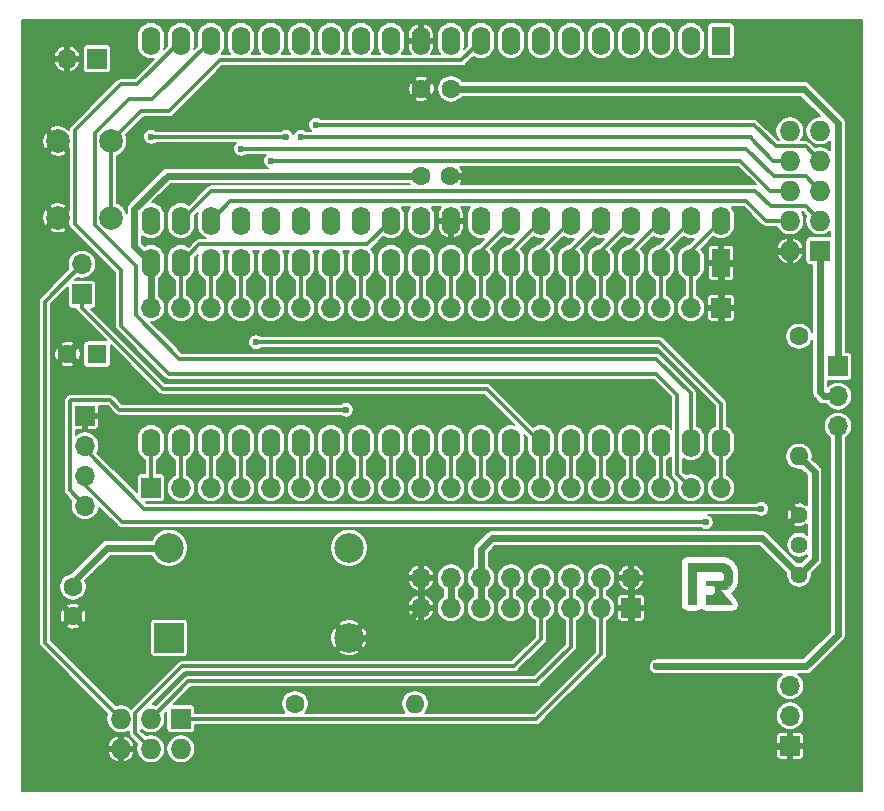
<source format=gtl>
%TF.GenerationSoftware,KiCad,Pcbnew,5.1.9+dfsg1-1*%
%TF.CreationDate,2021-08-26T00:34:26+02:00*%
%TF.ProjectId,1541-rebuild,31353431-2d72-4656-9275-696c642e6b69,1.4.2*%
%TF.SameCoordinates,Original*%
%TF.FileFunction,Copper,L1,Top*%
%TF.FilePolarity,Positive*%
%FSLAX46Y46*%
G04 Gerber Fmt 4.6, Leading zero omitted, Abs format (unit mm)*
G04 Created by KiCad (PCBNEW 5.1.9+dfsg1-1) date 2021-08-26 00:34:26*
%MOMM*%
%LPD*%
G01*
G04 APERTURE LIST*
%TA.AperFunction,ComponentPad*%
%ADD10C,1.600000*%
%TD*%
%TA.AperFunction,ComponentPad*%
%ADD11R,1.600000X1.600000*%
%TD*%
%TA.AperFunction,ComponentPad*%
%ADD12C,2.000000*%
%TD*%
%TA.AperFunction,ComponentPad*%
%ADD13O,1.600000X2.400000*%
%TD*%
%TA.AperFunction,ComponentPad*%
%ADD14R,1.600000X2.400000*%
%TD*%
%TA.AperFunction,ComponentPad*%
%ADD15O,1.700000X1.700000*%
%TD*%
%TA.AperFunction,ComponentPad*%
%ADD16R,1.700000X1.700000*%
%TD*%
%TA.AperFunction,ComponentPad*%
%ADD17R,1.727200X1.727200*%
%TD*%
%TA.AperFunction,ComponentPad*%
%ADD18O,1.727200X1.727200*%
%TD*%
%TA.AperFunction,ComponentPad*%
%ADD19O,1.600000X1.600000*%
%TD*%
%TA.AperFunction,ComponentPad*%
%ADD20C,1.440000*%
%TD*%
%TA.AperFunction,ComponentPad*%
%ADD21R,2.500000X2.500000*%
%TD*%
%TA.AperFunction,ComponentPad*%
%ADD22C,2.500000*%
%TD*%
%TA.AperFunction,ViaPad*%
%ADD23C,0.600000*%
%TD*%
%TA.AperFunction,Conductor*%
%ADD24C,0.300000*%
%TD*%
%TA.AperFunction,Conductor*%
%ADD25C,0.600000*%
%TD*%
%TA.AperFunction,NonConductor*%
%ADD26C,0.050800*%
%TD*%
%TA.AperFunction,NonConductor*%
%ADD27C,0.100000*%
%TD*%
%TA.AperFunction,Conductor*%
%ADD28C,0.127000*%
%TD*%
%TA.AperFunction,Conductor*%
%ADD29C,0.100000*%
%TD*%
G04 APERTURE END LIST*
D10*
X112054000Y-102489000D03*
D11*
X114554000Y-102489000D03*
D12*
X115752000Y-90932000D03*
X111252000Y-90932000D03*
X115752000Y-84432000D03*
X111252000Y-84432000D03*
D13*
X167386000Y-91186000D03*
X119126000Y-75946000D03*
X164846000Y-91186000D03*
X121666000Y-75946000D03*
X162306000Y-91186000D03*
X124206000Y-75946000D03*
X159766000Y-91186000D03*
X126746000Y-75946000D03*
X157226000Y-91186000D03*
X129286000Y-75946000D03*
X154686000Y-91186000D03*
X131826000Y-75946000D03*
X152146000Y-91186000D03*
X134366000Y-75946000D03*
X149606000Y-91186000D03*
X136906000Y-75946000D03*
X147066000Y-91186000D03*
X139446000Y-75946000D03*
X144526000Y-91186000D03*
X141986000Y-75946000D03*
X141986000Y-91186000D03*
X144526000Y-75946000D03*
X139446000Y-91186000D03*
X147066000Y-75946000D03*
X136906000Y-91186000D03*
X149606000Y-75946000D03*
X134366000Y-91186000D03*
X152146000Y-75946000D03*
X131826000Y-91186000D03*
X154686000Y-75946000D03*
X129286000Y-91186000D03*
X157226000Y-75946000D03*
X126746000Y-91186000D03*
X159766000Y-75946000D03*
X124206000Y-91186000D03*
X162306000Y-75946000D03*
X121666000Y-91186000D03*
X164846000Y-75946000D03*
X119126000Y-91186000D03*
D14*
X167386000Y-75946000D03*
D15*
X177292000Y-108585000D03*
X177292000Y-106045000D03*
D16*
X177292000Y-103505000D03*
D15*
X173228000Y-130556000D03*
X173228000Y-133096000D03*
D16*
X173228000Y-135636000D03*
D10*
X142026000Y-80010000D03*
X144526000Y-80010000D03*
X112522000Y-124674000D03*
X112522000Y-122174000D03*
X144486000Y-87376000D03*
X141986000Y-87376000D03*
D15*
X141986000Y-121412000D03*
X141986000Y-123952000D03*
X144526000Y-121412000D03*
X144526000Y-123952000D03*
X147066000Y-121412000D03*
X147066000Y-123952000D03*
X149606000Y-121412000D03*
X149606000Y-123952000D03*
X152146000Y-121412000D03*
X152146000Y-123952000D03*
X154686000Y-121412000D03*
X154686000Y-123952000D03*
X157226000Y-121412000D03*
X157226000Y-123952000D03*
X159766000Y-121412000D03*
D16*
X159766000Y-123952000D03*
D17*
X175768000Y-93726000D03*
D18*
X173228000Y-93726000D03*
X175768000Y-91186000D03*
X173228000Y-91186000D03*
X175768000Y-88646000D03*
X173228000Y-88646000D03*
X175768000Y-86106000D03*
X173228000Y-86106000D03*
X175768000Y-83566000D03*
X173228000Y-83566000D03*
D14*
X167386000Y-94742000D03*
D13*
X119126000Y-109982000D03*
X164846000Y-94742000D03*
X121666000Y-109982000D03*
X162306000Y-94742000D03*
X124206000Y-109982000D03*
X159766000Y-94742000D03*
X126746000Y-109982000D03*
X157226000Y-94742000D03*
X129286000Y-109982000D03*
X154686000Y-94742000D03*
X131826000Y-109982000D03*
X152146000Y-94742000D03*
X134366000Y-109982000D03*
X149606000Y-94742000D03*
X136906000Y-109982000D03*
X147066000Y-94742000D03*
X139446000Y-109982000D03*
X144526000Y-94742000D03*
X141986000Y-109982000D03*
X141986000Y-94742000D03*
X144526000Y-109982000D03*
X139446000Y-94742000D03*
X147066000Y-109982000D03*
X136906000Y-94742000D03*
X149606000Y-109982000D03*
X134366000Y-94742000D03*
X152146000Y-109982000D03*
X131826000Y-94742000D03*
X154686000Y-109982000D03*
X129286000Y-94742000D03*
X157226000Y-109982000D03*
X126746000Y-94742000D03*
X159766000Y-109982000D03*
X124206000Y-94742000D03*
X162306000Y-109982000D03*
X121666000Y-94742000D03*
X164846000Y-109982000D03*
X119126000Y-94742000D03*
X167386000Y-109982000D03*
D17*
X121666000Y-133350000D03*
D18*
X121666000Y-135890000D03*
X119126000Y-133350000D03*
X119126000Y-135890000D03*
X116586000Y-133350000D03*
X116586000Y-135890000D03*
D16*
X113538000Y-107696000D03*
D15*
X113538000Y-110236000D03*
X113538000Y-112776000D03*
X113538000Y-115316000D03*
X112014000Y-77470000D03*
D16*
X114554000Y-77470000D03*
X113284000Y-97409000D03*
D15*
X113284000Y-94869000D03*
X119126000Y-98552000D03*
X121666000Y-98552000D03*
X124206000Y-98552000D03*
X126746000Y-98552000D03*
X129286000Y-98552000D03*
X131826000Y-98552000D03*
X134366000Y-98552000D03*
X136906000Y-98552000D03*
X139446000Y-98552000D03*
X141986000Y-98552000D03*
X144526000Y-98552000D03*
X147066000Y-98552000D03*
X149606000Y-98552000D03*
X152146000Y-98552000D03*
X154686000Y-98552000D03*
X157226000Y-98552000D03*
X159766000Y-98552000D03*
X162306000Y-98552000D03*
X164846000Y-98552000D03*
D16*
X167386000Y-98552000D03*
X119126000Y-113792000D03*
D15*
X121666000Y-113792000D03*
X124206000Y-113792000D03*
X126746000Y-113792000D03*
X129286000Y-113792000D03*
X131826000Y-113792000D03*
X134366000Y-113792000D03*
X136906000Y-113792000D03*
X139446000Y-113792000D03*
X141986000Y-113792000D03*
X144526000Y-113792000D03*
X147066000Y-113792000D03*
X149606000Y-113792000D03*
X152146000Y-113792000D03*
X154686000Y-113792000D03*
X157226000Y-113792000D03*
X159766000Y-113792000D03*
X162306000Y-113792000D03*
X164846000Y-113792000D03*
X167386000Y-113792000D03*
D10*
X131318000Y-132080000D03*
D19*
X141478000Y-132080000D03*
X173990000Y-111125000D03*
D10*
X173990000Y-100965000D03*
D20*
X173990000Y-121158000D03*
X173990000Y-118618000D03*
X173990000Y-116078000D03*
D21*
X120650000Y-126492000D03*
D22*
X120650000Y-118872000D03*
X135890000Y-118872000D03*
X135890000Y-126492000D03*
D23*
X128016000Y-101473000D03*
X119126000Y-84074000D03*
X130556000Y-84074000D03*
X133096000Y-83058000D03*
X131826000Y-84074000D03*
X178435000Y-74930000D03*
X178435000Y-76200000D03*
X177165000Y-74930000D03*
X178435000Y-138430000D03*
X177165000Y-138430000D03*
X178435000Y-137160000D03*
X109220000Y-138430000D03*
X110490000Y-138430000D03*
X109220000Y-137160000D03*
X147066000Y-87376000D03*
X125476000Y-80010000D03*
X123825000Y-101600000D03*
X144145000Y-106680000D03*
X128270000Y-118110000D03*
X167386000Y-78613000D03*
X147066000Y-78613000D03*
X167386000Y-87376000D03*
X126746000Y-85090000D03*
X129286000Y-86106000D03*
X135636000Y-107188000D03*
X166116000Y-116713000D03*
X170815000Y-115570000D03*
X161925000Y-128905000D03*
D24*
X145415990Y-77596010D02*
X147066000Y-75946000D01*
X124968990Y-77596010D02*
X145415990Y-77596010D01*
X120665001Y-81899999D02*
X124968990Y-77596010D01*
X118284001Y-81899999D02*
X120665001Y-81899999D01*
X115752000Y-84432000D02*
X118284001Y-81899999D01*
X115752000Y-90932000D02*
X115752000Y-84432000D01*
X110129999Y-126893999D02*
X116586000Y-133350000D01*
X110129999Y-98023001D02*
X110129999Y-126893999D01*
X113284000Y-94869000D02*
X110129999Y-98023001D01*
X164846000Y-98552000D02*
X164846000Y-94742000D01*
X164846000Y-93726000D02*
X167386000Y-91186000D01*
X164846000Y-94742000D02*
X164846000Y-93726000D01*
X162306000Y-98552000D02*
X162306000Y-94742000D01*
X162306000Y-93726000D02*
X164846000Y-91186000D01*
X162306000Y-94742000D02*
X162306000Y-93726000D01*
X159766000Y-98552000D02*
X159766000Y-94742000D01*
X159766000Y-93726000D02*
X162306000Y-91186000D01*
X159766000Y-94742000D02*
X159766000Y-93726000D01*
X157226000Y-98552000D02*
X157226000Y-94742000D01*
X157226000Y-93726000D02*
X159766000Y-91186000D01*
X157226000Y-94742000D02*
X157226000Y-93726000D01*
X154686000Y-98552000D02*
X154686000Y-94742000D01*
X154686000Y-93726000D02*
X157226000Y-91186000D01*
X154686000Y-94742000D02*
X154686000Y-93726000D01*
X152146000Y-98552000D02*
X152146000Y-94742000D01*
X152146000Y-93726000D02*
X154686000Y-91186000D01*
X152146000Y-94742000D02*
X152146000Y-93726000D01*
X149606000Y-98552000D02*
X149606000Y-94742000D01*
X149606000Y-93726000D02*
X152146000Y-91186000D01*
X149606000Y-94742000D02*
X149606000Y-93726000D01*
X147066000Y-98552000D02*
X147066000Y-94742000D01*
X147066000Y-93726000D02*
X149606000Y-91186000D01*
X147066000Y-94742000D02*
X147066000Y-93726000D01*
X167386000Y-113792000D02*
X167386000Y-109982000D01*
X128016000Y-101473000D02*
X162179000Y-101473000D01*
X167386000Y-106680000D02*
X167386000Y-109982000D01*
X162179000Y-101473000D02*
X167386000Y-106680000D01*
X126746000Y-98552000D02*
X126746000Y-94742000D01*
X139446000Y-98552000D02*
X139446000Y-94742000D01*
X134366000Y-98552000D02*
X134366000Y-94742000D01*
X119126000Y-84074000D02*
X130556000Y-84074000D01*
X121666000Y-98552000D02*
X121666000Y-94742000D01*
X137440010Y-93191990D02*
X139446000Y-91186000D01*
X123216010Y-93191990D02*
X137440010Y-93191990D01*
X121666000Y-94742000D02*
X123216010Y-93191990D01*
X164846000Y-105791000D02*
X164846000Y-109982000D01*
X161925000Y-102870000D02*
X164846000Y-105791000D01*
X117825999Y-95004001D02*
X117825999Y-99176001D01*
X114401999Y-91580001D02*
X117825999Y-95004001D01*
X121519998Y-102870000D02*
X161925000Y-102870000D01*
X114401999Y-83783999D02*
X114401999Y-91580001D01*
X117825999Y-99176001D02*
X121519998Y-102870000D01*
X117286998Y-80899000D02*
X114401999Y-83783999D01*
X119253000Y-80899000D02*
X117286998Y-80899000D01*
X124206000Y-75946000D02*
X119253000Y-80899000D01*
X144526000Y-98552000D02*
X144526000Y-94742000D01*
X174554399Y-84892399D02*
X172014399Y-84892399D01*
X175768000Y-86106000D02*
X174554399Y-84892399D01*
X170180000Y-83058000D02*
X172014399Y-84892399D01*
X133096000Y-83058000D02*
X170180000Y-83058000D01*
X173228000Y-86106000D02*
X171831000Y-86106000D01*
X169926000Y-84074000D02*
X131826000Y-84074000D01*
X169926000Y-84201000D02*
X171831000Y-86106000D01*
X152146000Y-109982000D02*
X152146000Y-113792000D01*
X147574000Y-105410000D02*
X152146000Y-109982000D01*
X120135000Y-105410000D02*
X120904000Y-105410000D01*
X113284000Y-98559000D02*
X120135000Y-105410000D01*
X113284000Y-97409000D02*
X113284000Y-98559000D01*
X120904000Y-105410000D02*
X147574000Y-105410000D01*
X136906000Y-98552000D02*
X136906000Y-94742000D01*
X131826000Y-98552000D02*
X131826000Y-94742000D01*
X129286000Y-98552000D02*
X129286000Y-94742000D01*
X124206000Y-98552000D02*
X124206000Y-94742000D01*
D25*
X147066000Y-121412000D02*
X147066000Y-123952000D01*
X120650000Y-118872000D02*
X115443000Y-118872000D01*
X112522000Y-121793000D02*
X112522000Y-122174000D01*
X115443000Y-118872000D02*
X112522000Y-121793000D01*
X120556087Y-87376000D02*
X141986000Y-87376000D01*
X147066000Y-121412000D02*
X147066000Y-118999000D01*
X147066000Y-118999000D02*
X148005001Y-118059999D01*
X170891999Y-118059999D02*
X173990000Y-121158000D01*
X148005001Y-118059999D02*
X170891999Y-118059999D01*
X175310001Y-112445001D02*
X173990000Y-111125000D01*
X175310001Y-119837999D02*
X175310001Y-112445001D01*
X173990000Y-121158000D02*
X175310001Y-119837999D01*
X119126000Y-94742000D02*
X119126000Y-98552000D01*
X119126000Y-94742000D02*
X117725990Y-93341990D01*
X117725990Y-93341990D02*
X117725990Y-90206097D01*
X117725990Y-90206097D02*
X120556087Y-87376000D01*
X177292000Y-82923870D02*
X177292000Y-103505000D01*
X174378130Y-80010000D02*
X177292000Y-82923870D01*
X144526000Y-80010000D02*
X174378130Y-80010000D01*
X173228000Y-93726000D02*
X171069000Y-93726000D01*
X170053000Y-94742000D02*
X167386000Y-94742000D01*
X171069000Y-93726000D02*
X170053000Y-94742000D01*
X159766000Y-121412000D02*
X159766000Y-123952000D01*
X141986000Y-121412000D02*
X141986000Y-123952000D01*
X139446000Y-126492000D02*
X141986000Y-123952000D01*
X135890000Y-126492000D02*
X139446000Y-126492000D01*
X113321999Y-123874001D02*
X112522000Y-124674000D01*
X133272001Y-123874001D02*
X113321999Y-123874001D01*
X135890000Y-126492000D02*
X133272001Y-123874001D01*
X167386000Y-98552000D02*
X167386000Y-94742000D01*
X159766000Y-123952000D02*
X159766000Y-135001000D01*
X160401000Y-135636000D02*
X173228000Y-135636000D01*
X159766000Y-135001000D02*
X160401000Y-135636000D01*
X171715001Y-113803001D02*
X173990000Y-116078000D01*
X171715001Y-106650999D02*
X171715001Y-113803001D01*
X167386000Y-102321998D02*
X171715001Y-106650999D01*
X167386000Y-98552000D02*
X167386000Y-102321998D01*
X147066000Y-87376000D02*
X167386000Y-87376000D01*
X167386000Y-78613000D02*
X147066000Y-78613000D01*
X143426001Y-78609999D02*
X142026000Y-80010000D01*
X145198001Y-78609999D02*
X143426001Y-78609999D01*
X145201002Y-78613000D02*
X145198001Y-78609999D01*
X147066000Y-78613000D02*
X145201002Y-78613000D01*
X144486000Y-87376000D02*
X147066000Y-87376000D01*
D24*
X175768000Y-88646000D02*
X174554399Y-87432399D01*
X169545000Y-85090000D02*
X126746000Y-85090000D01*
X171887399Y-87432399D02*
X174554399Y-87432399D01*
X169545000Y-85090000D02*
X171887399Y-87432399D01*
X173228000Y-88646000D02*
X171577000Y-88646000D01*
X169037000Y-86106000D02*
X129286000Y-86106000D01*
X169037000Y-86106000D02*
X171577000Y-88646000D01*
X119126000Y-113792000D02*
X119126000Y-109982000D01*
X121666000Y-109982000D02*
X121666000Y-113792000D01*
X124206000Y-113792000D02*
X124206000Y-109982000D01*
X126746000Y-109982000D02*
X126746000Y-113792000D01*
X129286000Y-113792000D02*
X129286000Y-109982000D01*
X131826000Y-109982000D02*
X131826000Y-113792000D01*
X134366000Y-113792000D02*
X134366000Y-109982000D01*
X136906000Y-109982000D02*
X136906000Y-113792000D01*
X139446000Y-113792000D02*
X139446000Y-109982000D01*
X141986000Y-109982000D02*
X141986000Y-113792000D01*
X144526000Y-113792000D02*
X144526000Y-109982000D01*
X147066000Y-109982000D02*
X147066000Y-113792000D01*
X149606000Y-113792000D02*
X149606000Y-109982000D01*
X154686000Y-113792000D02*
X154686000Y-109982000D01*
X157226000Y-109982000D02*
X157226000Y-113792000D01*
X159766000Y-113792000D02*
X159766000Y-109982000D01*
X162306000Y-109982000D02*
X162306000Y-113792000D01*
X119126000Y-133350000D02*
X122301000Y-130175000D01*
X122301000Y-130175000D02*
X151765000Y-130175000D01*
X154686000Y-127254000D02*
X154686000Y-123952000D01*
X151765000Y-130175000D02*
X154686000Y-127254000D01*
X154686000Y-123952000D02*
X154686000Y-121412000D01*
X157226000Y-123952000D02*
X157226000Y-121412000D01*
X157226000Y-123952000D02*
X157226000Y-127889000D01*
X151765000Y-133350000D02*
X146685000Y-133350000D01*
X157226000Y-127889000D02*
X151765000Y-133350000D01*
X146685000Y-133350000D02*
X147828000Y-133350000D01*
X121666000Y-133350000D02*
X146685000Y-133350000D01*
X117799601Y-132880269D02*
X121774870Y-128905000D01*
X117799601Y-134563601D02*
X117799601Y-132880269D01*
X119126000Y-135890000D02*
X117799601Y-134563601D01*
X121774870Y-128905000D02*
X149860000Y-128905000D01*
X152146000Y-126619000D02*
X152146000Y-123952000D01*
X149860000Y-128905000D02*
X152146000Y-126619000D01*
X152146000Y-123952000D02*
X152146000Y-121412000D01*
X149606000Y-123952000D02*
X149606000Y-121412000D01*
X112327999Y-106395999D02*
X115666999Y-106395999D01*
X112237999Y-106485999D02*
X112327999Y-106395999D01*
X112237999Y-114015999D02*
X112237999Y-106485999D01*
X113538000Y-115316000D02*
X112237999Y-114015999D01*
X116459000Y-107188000D02*
X135636000Y-107188000D01*
X115666999Y-106395999D02*
X116459000Y-107188000D01*
X113538000Y-113539998D02*
X113538000Y-112776000D01*
X116711002Y-116713000D02*
X113538000Y-113539998D01*
X166116000Y-116713000D02*
X116711002Y-116713000D01*
X113538000Y-110534002D02*
X113538000Y-110236000D01*
X118573998Y-115570000D02*
X113538000Y-110534002D01*
X170815000Y-115570000D02*
X118573998Y-115570000D01*
X163695990Y-112641990D02*
X164846000Y-113792000D01*
X163695990Y-105910990D02*
X163695990Y-112641990D01*
X116586000Y-100076000D02*
X120650000Y-104140000D01*
X112702001Y-91493001D02*
X116586000Y-95377000D01*
X116586000Y-95377000D02*
X116586000Y-100076000D01*
X116586000Y-79629000D02*
X112702001Y-83512999D01*
X161925000Y-104140000D02*
X163695990Y-105910990D01*
X120650000Y-104140000D02*
X161925000Y-104140000D01*
X117983000Y-79629000D02*
X116586000Y-79629000D01*
X112702001Y-83512999D02*
X112702001Y-91493001D01*
X121666000Y-75946000D02*
X117983000Y-79629000D01*
D25*
X144526000Y-123952000D02*
X144526000Y-121412000D01*
X174625000Y-128905000D02*
X161925000Y-128905000D01*
X177292000Y-126238000D02*
X177292000Y-108585000D01*
X174625000Y-128905000D02*
X177292000Y-126238000D01*
X176089919Y-106045000D02*
X177292000Y-106045000D01*
X175768000Y-105723081D02*
X176089919Y-106045000D01*
X175768000Y-93726000D02*
X175768000Y-105723081D01*
D24*
X141986000Y-98552000D02*
X141986000Y-94742000D01*
X173228000Y-91186000D02*
X171196000Y-91186000D01*
X125856010Y-89535990D02*
X124206000Y-91186000D01*
X169545990Y-89535990D02*
X125856010Y-89535990D01*
X169545990Y-89535990D02*
X171196000Y-91186000D01*
X124225999Y-88626001D02*
X121666000Y-91186000D01*
X170301203Y-88626001D02*
X124225999Y-88626001D01*
X174554399Y-89972399D02*
X171647601Y-89972399D01*
X175768000Y-91186000D02*
X174554399Y-89972399D01*
X170301203Y-88626001D02*
X171647601Y-89972399D01*
D26*
X167831986Y-120241355D02*
X168079645Y-120414716D01*
X168276705Y-120661041D01*
X168325800Y-120906516D01*
X168325800Y-121637199D01*
X168251657Y-121909055D01*
X168078484Y-122156445D01*
X167832159Y-122353505D01*
X167586684Y-122402600D01*
X167335200Y-122402600D01*
X167330245Y-122403088D01*
X167325480Y-122404533D01*
X167321089Y-122406881D01*
X167317239Y-122410039D01*
X167314081Y-122413889D01*
X167311733Y-122418280D01*
X167310288Y-122423045D01*
X167309800Y-122428000D01*
X167310288Y-122432955D01*
X167311733Y-122437720D01*
X167315366Y-122443867D01*
X168298352Y-123672600D01*
X166090600Y-123672600D01*
X166090600Y-122834400D01*
X166700200Y-122834400D01*
X166705155Y-122833912D01*
X166709920Y-122832467D01*
X166714311Y-122830119D01*
X166718161Y-122826961D01*
X166845161Y-122699961D01*
X166848319Y-122696111D01*
X166850667Y-122691720D01*
X166852112Y-122686955D01*
X166852600Y-122682000D01*
X166852600Y-122174000D01*
X166852112Y-122169045D01*
X166850667Y-122164280D01*
X166848319Y-122159889D01*
X166845161Y-122156039D01*
X166718161Y-122029039D01*
X166714311Y-122025881D01*
X166709920Y-122023533D01*
X166705155Y-122022088D01*
X166700200Y-122021600D01*
X166090600Y-122021600D01*
X166090600Y-121691400D01*
X167462200Y-121691400D01*
X167467155Y-121690912D01*
X167471920Y-121689467D01*
X167476311Y-121687119D01*
X167480161Y-121683961D01*
X167607161Y-121556961D01*
X167610319Y-121553111D01*
X167612667Y-121548720D01*
X167614112Y-121543955D01*
X167614600Y-121539000D01*
X167614600Y-121031000D01*
X167614112Y-121026045D01*
X167612667Y-121021280D01*
X167610319Y-121016889D01*
X167607161Y-121013039D01*
X167480161Y-120886039D01*
X167476311Y-120882881D01*
X167471920Y-120880533D01*
X167467155Y-120879088D01*
X167462200Y-120878600D01*
X165303200Y-120878600D01*
X165298245Y-120879088D01*
X165293480Y-120880533D01*
X165289089Y-120882881D01*
X165285239Y-120886039D01*
X165282081Y-120889889D01*
X165279733Y-120894280D01*
X165278288Y-120899045D01*
X165277800Y-120904000D01*
X165277800Y-123672600D01*
X164566600Y-123672600D01*
X164566600Y-120167400D01*
X167585471Y-120167400D01*
X167831986Y-120241355D01*
%TA.AperFunction,NonConductor*%
D27*
G36*
X167831986Y-120241355D02*
G01*
X168079645Y-120414716D01*
X168276705Y-120661041D01*
X168325800Y-120906516D01*
X168325800Y-121637199D01*
X168251657Y-121909055D01*
X168078484Y-122156445D01*
X167832159Y-122353505D01*
X167586684Y-122402600D01*
X167335200Y-122402600D01*
X167330245Y-122403088D01*
X167325480Y-122404533D01*
X167321089Y-122406881D01*
X167317239Y-122410039D01*
X167314081Y-122413889D01*
X167311733Y-122418280D01*
X167310288Y-122423045D01*
X167309800Y-122428000D01*
X167310288Y-122432955D01*
X167311733Y-122437720D01*
X167315366Y-122443867D01*
X168298352Y-123672600D01*
X166090600Y-123672600D01*
X166090600Y-122834400D01*
X166700200Y-122834400D01*
X166705155Y-122833912D01*
X166709920Y-122832467D01*
X166714311Y-122830119D01*
X166718161Y-122826961D01*
X166845161Y-122699961D01*
X166848319Y-122696111D01*
X166850667Y-122691720D01*
X166852112Y-122686955D01*
X166852600Y-122682000D01*
X166852600Y-122174000D01*
X166852112Y-122169045D01*
X166850667Y-122164280D01*
X166848319Y-122159889D01*
X166845161Y-122156039D01*
X166718161Y-122029039D01*
X166714311Y-122025881D01*
X166709920Y-122023533D01*
X166705155Y-122022088D01*
X166700200Y-122021600D01*
X166090600Y-122021600D01*
X166090600Y-121691400D01*
X167462200Y-121691400D01*
X167467155Y-121690912D01*
X167471920Y-121689467D01*
X167476311Y-121687119D01*
X167480161Y-121683961D01*
X167607161Y-121556961D01*
X167610319Y-121553111D01*
X167612667Y-121548720D01*
X167614112Y-121543955D01*
X167614600Y-121539000D01*
X167614600Y-121031000D01*
X167614112Y-121026045D01*
X167612667Y-121021280D01*
X167610319Y-121016889D01*
X167607161Y-121013039D01*
X167480161Y-120886039D01*
X167476311Y-120882881D01*
X167471920Y-120880533D01*
X167467155Y-120879088D01*
X167462200Y-120878600D01*
X165303200Y-120878600D01*
X165298245Y-120879088D01*
X165293480Y-120880533D01*
X165289089Y-120882881D01*
X165285239Y-120886039D01*
X165282081Y-120889889D01*
X165279733Y-120894280D01*
X165278288Y-120899045D01*
X165277800Y-120904000D01*
X165277800Y-123672600D01*
X164566600Y-123672600D01*
X164566600Y-120167400D01*
X167585471Y-120167400D01*
X167831986Y-120241355D01*
G37*
%TD.AperFunction*%
D28*
X179337500Y-139459500D02*
X108190500Y-139459500D01*
X108190500Y-136260502D01*
X115464507Y-136260502D01*
X115558338Y-136472175D01*
X115691661Y-136661476D01*
X115859353Y-136821129D01*
X116054970Y-136944999D01*
X116215500Y-137011484D01*
X116395500Y-136975130D01*
X116395500Y-136080500D01*
X116776500Y-136080500D01*
X116776500Y-136975130D01*
X116956500Y-137011484D01*
X117117030Y-136944999D01*
X117312647Y-136821129D01*
X117480339Y-136661476D01*
X117613662Y-136472175D01*
X117707493Y-136260502D01*
X117672270Y-136080500D01*
X116776500Y-136080500D01*
X116395500Y-136080500D01*
X115499730Y-136080500D01*
X115464507Y-136260502D01*
X108190500Y-136260502D01*
X108190500Y-135519498D01*
X115464507Y-135519498D01*
X115499730Y-135699500D01*
X116395500Y-135699500D01*
X116395500Y-134804870D01*
X116776500Y-134804870D01*
X116776500Y-135699500D01*
X117672270Y-135699500D01*
X117707493Y-135519498D01*
X117613662Y-135307825D01*
X117480339Y-135118524D01*
X117312647Y-134958871D01*
X117117030Y-134835001D01*
X116956500Y-134768516D01*
X116776500Y-134804870D01*
X116395500Y-134804870D01*
X116215500Y-134768516D01*
X116054970Y-134835001D01*
X115859353Y-134958871D01*
X115691661Y-135118524D01*
X115558338Y-135307825D01*
X115464507Y-135519498D01*
X108190500Y-135519498D01*
X108190500Y-98023001D01*
X109614015Y-98023001D01*
X109616499Y-98048220D01*
X109616500Y-126868770D01*
X109614015Y-126893999D01*
X109623930Y-126994662D01*
X109653292Y-127091457D01*
X109700974Y-127180665D01*
X109737682Y-127225392D01*
X109765144Y-127258855D01*
X109784739Y-127274936D01*
X115434120Y-132924318D01*
X115406057Y-132992068D01*
X115358900Y-133229141D01*
X115358900Y-133470859D01*
X115406057Y-133707932D01*
X115498558Y-133931250D01*
X115632850Y-134132230D01*
X115803770Y-134303150D01*
X116004750Y-134437442D01*
X116228068Y-134529943D01*
X116465141Y-134577100D01*
X116706859Y-134577100D01*
X116943932Y-134529943D01*
X117167250Y-134437442D01*
X117286101Y-134358027D01*
X117286101Y-134538382D01*
X117283617Y-134563601D01*
X117286101Y-134588820D01*
X117286101Y-134588822D01*
X117293531Y-134664263D01*
X117307423Y-134710057D01*
X117322894Y-134761059D01*
X117370576Y-134850267D01*
X117387122Y-134870428D01*
X117434745Y-134928457D01*
X117454345Y-134944542D01*
X117974120Y-135464318D01*
X117946057Y-135532068D01*
X117898900Y-135769141D01*
X117898900Y-136010859D01*
X117946057Y-136247932D01*
X118038558Y-136471250D01*
X118172850Y-136672230D01*
X118343770Y-136843150D01*
X118544750Y-136977442D01*
X118768068Y-137069943D01*
X119005141Y-137117100D01*
X119246859Y-137117100D01*
X119483932Y-137069943D01*
X119707250Y-136977442D01*
X119908230Y-136843150D01*
X120079150Y-136672230D01*
X120213442Y-136471250D01*
X120305943Y-136247932D01*
X120353100Y-136010859D01*
X120353100Y-135769141D01*
X120438900Y-135769141D01*
X120438900Y-136010859D01*
X120486057Y-136247932D01*
X120578558Y-136471250D01*
X120712850Y-136672230D01*
X120883770Y-136843150D01*
X121084750Y-136977442D01*
X121308068Y-137069943D01*
X121545141Y-137117100D01*
X121786859Y-137117100D01*
X122023932Y-137069943D01*
X122247250Y-136977442D01*
X122448230Y-136843150D01*
X122619150Y-136672230D01*
X122743586Y-136486000D01*
X172058964Y-136486000D01*
X172065094Y-136548241D01*
X172083249Y-136608090D01*
X172112731Y-136663247D01*
X172152407Y-136711593D01*
X172200753Y-136751269D01*
X172255910Y-136780751D01*
X172315759Y-136798906D01*
X172378000Y-136805036D01*
X172958125Y-136803500D01*
X173037500Y-136724125D01*
X173037500Y-135826500D01*
X173418500Y-135826500D01*
X173418500Y-136724125D01*
X173497875Y-136803500D01*
X174078000Y-136805036D01*
X174140241Y-136798906D01*
X174200090Y-136780751D01*
X174255247Y-136751269D01*
X174303593Y-136711593D01*
X174343269Y-136663247D01*
X174372751Y-136608090D01*
X174390906Y-136548241D01*
X174397036Y-136486000D01*
X174395500Y-135905875D01*
X174316125Y-135826500D01*
X173418500Y-135826500D01*
X173037500Y-135826500D01*
X172139875Y-135826500D01*
X172060500Y-135905875D01*
X172058964Y-136486000D01*
X122743586Y-136486000D01*
X122753442Y-136471250D01*
X122845943Y-136247932D01*
X122893100Y-136010859D01*
X122893100Y-135769141D01*
X122845943Y-135532068D01*
X122753442Y-135308750D01*
X122619150Y-135107770D01*
X122448230Y-134936850D01*
X122247250Y-134802558D01*
X122207276Y-134786000D01*
X172058964Y-134786000D01*
X172060500Y-135366125D01*
X172139875Y-135445500D01*
X173037500Y-135445500D01*
X173037500Y-134547875D01*
X173418500Y-134547875D01*
X173418500Y-135445500D01*
X174316125Y-135445500D01*
X174395500Y-135366125D01*
X174397036Y-134786000D01*
X174390906Y-134723759D01*
X174372751Y-134663910D01*
X174343269Y-134608753D01*
X174303593Y-134560407D01*
X174255247Y-134520731D01*
X174200090Y-134491249D01*
X174140241Y-134473094D01*
X174078000Y-134466964D01*
X173497875Y-134468500D01*
X173418500Y-134547875D01*
X173037500Y-134547875D01*
X172958125Y-134468500D01*
X172378000Y-134466964D01*
X172315759Y-134473094D01*
X172255910Y-134491249D01*
X172200753Y-134520731D01*
X172152407Y-134560407D01*
X172112731Y-134608753D01*
X172083249Y-134663910D01*
X172065094Y-134723759D01*
X172058964Y-134786000D01*
X122207276Y-134786000D01*
X122023932Y-134710057D01*
X121786859Y-134662900D01*
X121545141Y-134662900D01*
X121308068Y-134710057D01*
X121084750Y-134802558D01*
X120883770Y-134936850D01*
X120712850Y-135107770D01*
X120578558Y-135308750D01*
X120486057Y-135532068D01*
X120438900Y-135769141D01*
X120353100Y-135769141D01*
X120305943Y-135532068D01*
X120213442Y-135308750D01*
X120079150Y-135107770D01*
X119908230Y-134936850D01*
X119707250Y-134802558D01*
X119483932Y-134710057D01*
X119246859Y-134662900D01*
X119005141Y-134662900D01*
X118768068Y-134710057D01*
X118700318Y-134738120D01*
X118313101Y-134350904D01*
X118313101Y-134272481D01*
X118343770Y-134303150D01*
X118544750Y-134437442D01*
X118768068Y-134529943D01*
X119005141Y-134577100D01*
X119246859Y-134577100D01*
X119483932Y-134529943D01*
X119707250Y-134437442D01*
X119908230Y-134303150D01*
X120079150Y-134132230D01*
X120213442Y-133931250D01*
X120305943Y-133707932D01*
X120353100Y-133470859D01*
X120353100Y-133229141D01*
X120305943Y-132992068D01*
X120277880Y-132924317D01*
X120437142Y-132765055D01*
X120437142Y-134213600D01*
X120444160Y-134284858D01*
X120464946Y-134353378D01*
X120498699Y-134416526D01*
X120544124Y-134471876D01*
X120599474Y-134517301D01*
X120662622Y-134551054D01*
X120731142Y-134571840D01*
X120802400Y-134578858D01*
X122529600Y-134578858D01*
X122600858Y-134571840D01*
X122669378Y-134551054D01*
X122732526Y-134517301D01*
X122787876Y-134471876D01*
X122833301Y-134416526D01*
X122867054Y-134353378D01*
X122887840Y-134284858D01*
X122894858Y-134213600D01*
X122894858Y-133863500D01*
X151739781Y-133863500D01*
X151765000Y-133865984D01*
X151790219Y-133863500D01*
X151790222Y-133863500D01*
X151865663Y-133856070D01*
X151962459Y-133826707D01*
X152007062Y-133802866D01*
X152051666Y-133779025D01*
X152071827Y-133762479D01*
X152129856Y-133714856D01*
X152145942Y-133695255D01*
X152864716Y-132976481D01*
X172014500Y-132976481D01*
X172014500Y-133215519D01*
X172061134Y-133449965D01*
X172152610Y-133670808D01*
X172285413Y-133869561D01*
X172454439Y-134038587D01*
X172653192Y-134171390D01*
X172874035Y-134262866D01*
X173108481Y-134309500D01*
X173347519Y-134309500D01*
X173581965Y-134262866D01*
X173802808Y-134171390D01*
X174001561Y-134038587D01*
X174170587Y-133869561D01*
X174303390Y-133670808D01*
X174394866Y-133449965D01*
X174441500Y-133215519D01*
X174441500Y-132976481D01*
X174394866Y-132742035D01*
X174303390Y-132521192D01*
X174170587Y-132322439D01*
X174001561Y-132153413D01*
X173802808Y-132020610D01*
X173581965Y-131929134D01*
X173347519Y-131882500D01*
X173108481Y-131882500D01*
X172874035Y-131929134D01*
X172653192Y-132020610D01*
X172454439Y-132153413D01*
X172285413Y-132322439D01*
X172152610Y-132521192D01*
X172061134Y-132742035D01*
X172014500Y-132976481D01*
X152864716Y-132976481D01*
X156936197Y-128905000D01*
X161258290Y-128905000D01*
X161261500Y-128937591D01*
X161261500Y-128970349D01*
X161267891Y-129002479D01*
X161271101Y-129035069D01*
X161280607Y-129066407D01*
X161286998Y-129098536D01*
X161299533Y-129128798D01*
X161309040Y-129160139D01*
X161324479Y-129189024D01*
X161337014Y-129219285D01*
X161355212Y-129246521D01*
X161370651Y-129275404D01*
X161391428Y-129300721D01*
X161409626Y-129327956D01*
X161432787Y-129351117D01*
X161453565Y-129376435D01*
X161478883Y-129397213D01*
X161502044Y-129420374D01*
X161529279Y-129438572D01*
X161554596Y-129459349D01*
X161583479Y-129474788D01*
X161610715Y-129492986D01*
X161640976Y-129505521D01*
X161669861Y-129520960D01*
X161701202Y-129530467D01*
X161731464Y-129543002D01*
X161763593Y-129549393D01*
X161794931Y-129558899D01*
X161827521Y-129562109D01*
X161859651Y-129568500D01*
X172521656Y-129568500D01*
X172454439Y-129613413D01*
X172285413Y-129782439D01*
X172152610Y-129981192D01*
X172061134Y-130202035D01*
X172014500Y-130436481D01*
X172014500Y-130675519D01*
X172061134Y-130909965D01*
X172152610Y-131130808D01*
X172285413Y-131329561D01*
X172454439Y-131498587D01*
X172653192Y-131631390D01*
X172874035Y-131722866D01*
X173108481Y-131769500D01*
X173347519Y-131769500D01*
X173581965Y-131722866D01*
X173802808Y-131631390D01*
X174001561Y-131498587D01*
X174170587Y-131329561D01*
X174303390Y-131130808D01*
X174394866Y-130909965D01*
X174441500Y-130675519D01*
X174441500Y-130436481D01*
X174394866Y-130202035D01*
X174303390Y-129981192D01*
X174170587Y-129782439D01*
X174001561Y-129613413D01*
X173934344Y-129568500D01*
X174592417Y-129568500D01*
X174625000Y-129571709D01*
X174657583Y-129568500D01*
X174657591Y-129568500D01*
X174755069Y-129558899D01*
X174880139Y-129520960D01*
X174995404Y-129459349D01*
X175096435Y-129376435D01*
X175117213Y-129351117D01*
X177738118Y-126730212D01*
X177763435Y-126709435D01*
X177846349Y-126608404D01*
X177907960Y-126493139D01*
X177945899Y-126368069D01*
X177955500Y-126270591D01*
X177955500Y-126270590D01*
X177958710Y-126238000D01*
X177955500Y-126205409D01*
X177955500Y-109601128D01*
X178065561Y-109527587D01*
X178234587Y-109358561D01*
X178367390Y-109159808D01*
X178458866Y-108938965D01*
X178505500Y-108704519D01*
X178505500Y-108465481D01*
X178458866Y-108231035D01*
X178367390Y-108010192D01*
X178234587Y-107811439D01*
X178065561Y-107642413D01*
X177866808Y-107509610D01*
X177645965Y-107418134D01*
X177411519Y-107371500D01*
X177172481Y-107371500D01*
X176938035Y-107418134D01*
X176717192Y-107509610D01*
X176518439Y-107642413D01*
X176349413Y-107811439D01*
X176216610Y-108010192D01*
X176125134Y-108231035D01*
X176078500Y-108465481D01*
X176078500Y-108704519D01*
X176125134Y-108938965D01*
X176216610Y-109159808D01*
X176349413Y-109358561D01*
X176518439Y-109527587D01*
X176628501Y-109601128D01*
X176628500Y-125963170D01*
X174350170Y-128241500D01*
X161859651Y-128241500D01*
X161827521Y-128247891D01*
X161794931Y-128251101D01*
X161763593Y-128260607D01*
X161731464Y-128266998D01*
X161701202Y-128279533D01*
X161669861Y-128289040D01*
X161640976Y-128304479D01*
X161610715Y-128317014D01*
X161583479Y-128335212D01*
X161554596Y-128350651D01*
X161529279Y-128371428D01*
X161502044Y-128389626D01*
X161478883Y-128412787D01*
X161453565Y-128433565D01*
X161432790Y-128458880D01*
X161409626Y-128482044D01*
X161391428Y-128509279D01*
X161370651Y-128534596D01*
X161355212Y-128563479D01*
X161337014Y-128590715D01*
X161324479Y-128620976D01*
X161309040Y-128649861D01*
X161299533Y-128681202D01*
X161286998Y-128711464D01*
X161280607Y-128743593D01*
X161271101Y-128774931D01*
X161267891Y-128807521D01*
X161261500Y-128839651D01*
X161261500Y-128872409D01*
X161258290Y-128905000D01*
X156936197Y-128905000D01*
X157571261Y-128269937D01*
X157590856Y-128253856D01*
X157632760Y-128202795D01*
X157655024Y-128175667D01*
X157702707Y-128086459D01*
X157726971Y-128006471D01*
X157732070Y-127989663D01*
X157739500Y-127914222D01*
X157739500Y-127914220D01*
X157741984Y-127889001D01*
X157739500Y-127863782D01*
X157739500Y-125052785D01*
X157800808Y-125027390D01*
X157999561Y-124894587D01*
X158092148Y-124802000D01*
X158596964Y-124802000D01*
X158603094Y-124864241D01*
X158621249Y-124924090D01*
X158650731Y-124979247D01*
X158690407Y-125027593D01*
X158738753Y-125067269D01*
X158793910Y-125096751D01*
X158853759Y-125114906D01*
X158916000Y-125121036D01*
X159496125Y-125119500D01*
X159575500Y-125040125D01*
X159575500Y-124142500D01*
X159956500Y-124142500D01*
X159956500Y-125040125D01*
X160035875Y-125119500D01*
X160616000Y-125121036D01*
X160678241Y-125114906D01*
X160738090Y-125096751D01*
X160793247Y-125067269D01*
X160841593Y-125027593D01*
X160881269Y-124979247D01*
X160910751Y-124924090D01*
X160928906Y-124864241D01*
X160935036Y-124802000D01*
X160933500Y-124221875D01*
X160854125Y-124142500D01*
X159956500Y-124142500D01*
X159575500Y-124142500D01*
X158677875Y-124142500D01*
X158598500Y-124221875D01*
X158596964Y-124802000D01*
X158092148Y-124802000D01*
X158168587Y-124725561D01*
X158301390Y-124526808D01*
X158392866Y-124305965D01*
X158439500Y-124071519D01*
X158439500Y-123832481D01*
X158392866Y-123598035D01*
X158301390Y-123377192D01*
X158168587Y-123178439D01*
X158092148Y-123102000D01*
X158596964Y-123102000D01*
X158598500Y-123682125D01*
X158677875Y-123761500D01*
X159575500Y-123761500D01*
X159575500Y-122863875D01*
X159956500Y-122863875D01*
X159956500Y-123761500D01*
X160854125Y-123761500D01*
X160933500Y-123682125D01*
X160935036Y-123102000D01*
X160928906Y-123039759D01*
X160910751Y-122979910D01*
X160881269Y-122924753D01*
X160841593Y-122876407D01*
X160793247Y-122836731D01*
X160738090Y-122807249D01*
X160678241Y-122789094D01*
X160616000Y-122782964D01*
X160035875Y-122784500D01*
X159956500Y-122863875D01*
X159575500Y-122863875D01*
X159496125Y-122784500D01*
X158916000Y-122782964D01*
X158853759Y-122789094D01*
X158793910Y-122807249D01*
X158738753Y-122836731D01*
X158690407Y-122876407D01*
X158650731Y-122924753D01*
X158621249Y-122979910D01*
X158603094Y-123039759D01*
X158596964Y-123102000D01*
X158092148Y-123102000D01*
X157999561Y-123009413D01*
X157800808Y-122876610D01*
X157739500Y-122851215D01*
X157739500Y-122512785D01*
X157800808Y-122487390D01*
X157999561Y-122354587D01*
X158168587Y-122185561D01*
X158301390Y-121986808D01*
X158386909Y-121780346D01*
X158658119Y-121780346D01*
X158751267Y-121989405D01*
X158883411Y-122176275D01*
X159049472Y-122333774D01*
X159243069Y-122455850D01*
X159397656Y-122519871D01*
X159575500Y-122483320D01*
X159575500Y-121602500D01*
X159956500Y-121602500D01*
X159956500Y-122483320D01*
X160134344Y-122519871D01*
X160288931Y-122455850D01*
X160482528Y-122333774D01*
X160648589Y-122176275D01*
X160780733Y-121989405D01*
X160873881Y-121780346D01*
X160838488Y-121602500D01*
X159956500Y-121602500D01*
X159575500Y-121602500D01*
X158693512Y-121602500D01*
X158658119Y-121780346D01*
X158386909Y-121780346D01*
X158392866Y-121765965D01*
X158439500Y-121531519D01*
X158439500Y-121292481D01*
X158392866Y-121058035D01*
X158386910Y-121043654D01*
X158658119Y-121043654D01*
X158693512Y-121221500D01*
X159575500Y-121221500D01*
X159575500Y-120340680D01*
X159956500Y-120340680D01*
X159956500Y-121221500D01*
X160838488Y-121221500D01*
X160873881Y-121043654D01*
X160780733Y-120834595D01*
X160648589Y-120647725D01*
X160482528Y-120490226D01*
X160288931Y-120368150D01*
X160134344Y-120304129D01*
X159956500Y-120340680D01*
X159575500Y-120340680D01*
X159397656Y-120304129D01*
X159243069Y-120368150D01*
X159049472Y-120490226D01*
X158883411Y-120647725D01*
X158751267Y-120834595D01*
X158658119Y-121043654D01*
X158386910Y-121043654D01*
X158301390Y-120837192D01*
X158168587Y-120638439D01*
X157999561Y-120469413D01*
X157800808Y-120336610D01*
X157579965Y-120245134D01*
X157345519Y-120198500D01*
X157106481Y-120198500D01*
X156872035Y-120245134D01*
X156651192Y-120336610D01*
X156452439Y-120469413D01*
X156283413Y-120638439D01*
X156150610Y-120837192D01*
X156059134Y-121058035D01*
X156012500Y-121292481D01*
X156012500Y-121531519D01*
X156059134Y-121765965D01*
X156150610Y-121986808D01*
X156283413Y-122185561D01*
X156452439Y-122354587D01*
X156651192Y-122487390D01*
X156712501Y-122512785D01*
X156712500Y-122851215D01*
X156651192Y-122876610D01*
X156452439Y-123009413D01*
X156283413Y-123178439D01*
X156150610Y-123377192D01*
X156059134Y-123598035D01*
X156012500Y-123832481D01*
X156012500Y-124071519D01*
X156059134Y-124305965D01*
X156150610Y-124526808D01*
X156283413Y-124725561D01*
X156452439Y-124894587D01*
X156651192Y-125027390D01*
X156712500Y-125052785D01*
X156712501Y-127676301D01*
X151552303Y-132836500D01*
X142366938Y-132836500D01*
X142381750Y-132821688D01*
X142509081Y-132631124D01*
X142596788Y-132419381D01*
X142641500Y-132194595D01*
X142641500Y-131965405D01*
X142596788Y-131740619D01*
X142509081Y-131528876D01*
X142381750Y-131338312D01*
X142219688Y-131176250D01*
X142029124Y-131048919D01*
X141817381Y-130961212D01*
X141592595Y-130916500D01*
X141363405Y-130916500D01*
X141138619Y-130961212D01*
X140926876Y-131048919D01*
X140736312Y-131176250D01*
X140574250Y-131338312D01*
X140446919Y-131528876D01*
X140359212Y-131740619D01*
X140314500Y-131965405D01*
X140314500Y-132194595D01*
X140359212Y-132419381D01*
X140446919Y-132631124D01*
X140574250Y-132821688D01*
X140589062Y-132836500D01*
X132206938Y-132836500D01*
X132221750Y-132821688D01*
X132349081Y-132631124D01*
X132436788Y-132419381D01*
X132481500Y-132194595D01*
X132481500Y-131965405D01*
X132436788Y-131740619D01*
X132349081Y-131528876D01*
X132221750Y-131338312D01*
X132059688Y-131176250D01*
X131869124Y-131048919D01*
X131657381Y-130961212D01*
X131432595Y-130916500D01*
X131203405Y-130916500D01*
X130978619Y-130961212D01*
X130766876Y-131048919D01*
X130576312Y-131176250D01*
X130414250Y-131338312D01*
X130286919Y-131528876D01*
X130199212Y-131740619D01*
X130154500Y-131965405D01*
X130154500Y-132194595D01*
X130199212Y-132419381D01*
X130286919Y-132631124D01*
X130414250Y-132821688D01*
X130429062Y-132836500D01*
X122894858Y-132836500D01*
X122894858Y-132486400D01*
X122887840Y-132415142D01*
X122867054Y-132346622D01*
X122833301Y-132283474D01*
X122787876Y-132228124D01*
X122732526Y-132182699D01*
X122669378Y-132148946D01*
X122600858Y-132128160D01*
X122529600Y-132121142D01*
X121081056Y-132121142D01*
X122513698Y-130688500D01*
X151739781Y-130688500D01*
X151765000Y-130690984D01*
X151790219Y-130688500D01*
X151790222Y-130688500D01*
X151865663Y-130681070D01*
X151962459Y-130651707D01*
X152007062Y-130627866D01*
X152051666Y-130604025D01*
X152071827Y-130587479D01*
X152129856Y-130539856D01*
X152145942Y-130520255D01*
X155031266Y-127634933D01*
X155050856Y-127618856D01*
X155066934Y-127599265D01*
X155115025Y-127540666D01*
X155162707Y-127451459D01*
X155174588Y-127412293D01*
X155192070Y-127354663D01*
X155199500Y-127279222D01*
X155199500Y-127279219D01*
X155201984Y-127254000D01*
X155199500Y-127228781D01*
X155199500Y-125052785D01*
X155260808Y-125027390D01*
X155459561Y-124894587D01*
X155628587Y-124725561D01*
X155761390Y-124526808D01*
X155852866Y-124305965D01*
X155899500Y-124071519D01*
X155899500Y-123832481D01*
X155852866Y-123598035D01*
X155761390Y-123377192D01*
X155628587Y-123178439D01*
X155459561Y-123009413D01*
X155260808Y-122876610D01*
X155199500Y-122851215D01*
X155199500Y-122512785D01*
X155260808Y-122487390D01*
X155459561Y-122354587D01*
X155628587Y-122185561D01*
X155761390Y-121986808D01*
X155852866Y-121765965D01*
X155899500Y-121531519D01*
X155899500Y-121292481D01*
X155852866Y-121058035D01*
X155761390Y-120837192D01*
X155628587Y-120638439D01*
X155459561Y-120469413D01*
X155260808Y-120336610D01*
X155039965Y-120245134D01*
X154805519Y-120198500D01*
X154566481Y-120198500D01*
X154332035Y-120245134D01*
X154111192Y-120336610D01*
X153912439Y-120469413D01*
X153743413Y-120638439D01*
X153610610Y-120837192D01*
X153519134Y-121058035D01*
X153472500Y-121292481D01*
X153472500Y-121531519D01*
X153519134Y-121765965D01*
X153610610Y-121986808D01*
X153743413Y-122185561D01*
X153912439Y-122354587D01*
X154111192Y-122487390D01*
X154172501Y-122512785D01*
X154172500Y-122851215D01*
X154111192Y-122876610D01*
X153912439Y-123009413D01*
X153743413Y-123178439D01*
X153610610Y-123377192D01*
X153519134Y-123598035D01*
X153472500Y-123832481D01*
X153472500Y-124071519D01*
X153519134Y-124305965D01*
X153610610Y-124526808D01*
X153743413Y-124725561D01*
X153912439Y-124894587D01*
X154111192Y-125027390D01*
X154172501Y-125052785D01*
X154172500Y-127041301D01*
X151552303Y-129661500D01*
X122326218Y-129661500D01*
X122300999Y-129659016D01*
X122275780Y-129661500D01*
X122275778Y-129661500D01*
X122200337Y-129668930D01*
X122103541Y-129698293D01*
X122014333Y-129745976D01*
X121987205Y-129768240D01*
X121936144Y-129810144D01*
X121920063Y-129829739D01*
X119551683Y-132198120D01*
X119483932Y-132170057D01*
X119277143Y-132128924D01*
X121987568Y-129418500D01*
X149834781Y-129418500D01*
X149860000Y-129420984D01*
X149885219Y-129418500D01*
X149885222Y-129418500D01*
X149960663Y-129411070D01*
X150057459Y-129381707D01*
X150130810Y-129342500D01*
X150146666Y-129334025D01*
X150166827Y-129317479D01*
X150224856Y-129269856D01*
X150240942Y-129250255D01*
X152491261Y-126999937D01*
X152510856Y-126983856D01*
X152563900Y-126919221D01*
X152575024Y-126905667D01*
X152622707Y-126816459D01*
X152634588Y-126777293D01*
X152652070Y-126719663D01*
X152659500Y-126644222D01*
X152659500Y-126644220D01*
X152661984Y-126619001D01*
X152659500Y-126593782D01*
X152659500Y-125052785D01*
X152720808Y-125027390D01*
X152919561Y-124894587D01*
X153088587Y-124725561D01*
X153221390Y-124526808D01*
X153312866Y-124305965D01*
X153359500Y-124071519D01*
X153359500Y-123832481D01*
X153312866Y-123598035D01*
X153221390Y-123377192D01*
X153088587Y-123178439D01*
X152919561Y-123009413D01*
X152720808Y-122876610D01*
X152659500Y-122851215D01*
X152659500Y-122512785D01*
X152720808Y-122487390D01*
X152919561Y-122354587D01*
X153088587Y-122185561D01*
X153221390Y-121986808D01*
X153312866Y-121765965D01*
X153359500Y-121531519D01*
X153359500Y-121292481D01*
X153312866Y-121058035D01*
X153221390Y-120837192D01*
X153088587Y-120638439D01*
X152919561Y-120469413D01*
X152720808Y-120336610D01*
X152499965Y-120245134D01*
X152265519Y-120198500D01*
X152026481Y-120198500D01*
X151792035Y-120245134D01*
X151571192Y-120336610D01*
X151372439Y-120469413D01*
X151203413Y-120638439D01*
X151070610Y-120837192D01*
X150979134Y-121058035D01*
X150932500Y-121292481D01*
X150932500Y-121531519D01*
X150979134Y-121765965D01*
X151070610Y-121986808D01*
X151203413Y-122185561D01*
X151372439Y-122354587D01*
X151571192Y-122487390D01*
X151632501Y-122512785D01*
X151632500Y-122851215D01*
X151571192Y-122876610D01*
X151372439Y-123009413D01*
X151203413Y-123178439D01*
X151070610Y-123377192D01*
X150979134Y-123598035D01*
X150932500Y-123832481D01*
X150932500Y-124071519D01*
X150979134Y-124305965D01*
X151070610Y-124526808D01*
X151203413Y-124725561D01*
X151372439Y-124894587D01*
X151571192Y-125027390D01*
X151632501Y-125052785D01*
X151632500Y-126406302D01*
X149647303Y-128391500D01*
X121800088Y-128391500D01*
X121774869Y-128389016D01*
X121749650Y-128391500D01*
X121749648Y-128391500D01*
X121674207Y-128398930D01*
X121577411Y-128428293D01*
X121488203Y-128475976D01*
X121461075Y-128498240D01*
X121410014Y-128540144D01*
X121393933Y-128559739D01*
X117462526Y-132491146D01*
X117368230Y-132396850D01*
X117167250Y-132262558D01*
X116943932Y-132170057D01*
X116706859Y-132122900D01*
X116465141Y-132122900D01*
X116228068Y-132170057D01*
X116160318Y-132198120D01*
X110643499Y-126681302D01*
X110643499Y-125534193D01*
X111931215Y-125534193D01*
X112025657Y-125681256D01*
X112231699Y-125758734D01*
X112448899Y-125794526D01*
X112668907Y-125787256D01*
X112883270Y-125737205D01*
X113018343Y-125681256D01*
X113112785Y-125534193D01*
X112522000Y-124943408D01*
X111931215Y-125534193D01*
X110643499Y-125534193D01*
X110643499Y-124600899D01*
X111401474Y-124600899D01*
X111408744Y-124820907D01*
X111458795Y-125035270D01*
X111514744Y-125170343D01*
X111661807Y-125264785D01*
X112252592Y-124674000D01*
X112791408Y-124674000D01*
X113382193Y-125264785D01*
X113417673Y-125242000D01*
X119034742Y-125242000D01*
X119034742Y-127742000D01*
X119041760Y-127813258D01*
X119062546Y-127881778D01*
X119096299Y-127944926D01*
X119141724Y-128000276D01*
X119197074Y-128045701D01*
X119260222Y-128079454D01*
X119328742Y-128100240D01*
X119400000Y-128107258D01*
X121900000Y-128107258D01*
X121971258Y-128100240D01*
X122039778Y-128079454D01*
X122102926Y-128045701D01*
X122158276Y-128000276D01*
X122203701Y-127944926D01*
X122237454Y-127881778D01*
X122258240Y-127813258D01*
X122265258Y-127742000D01*
X122265258Y-127675717D01*
X134975691Y-127675717D01*
X135125103Y-127868888D01*
X135408418Y-127991656D01*
X135710240Y-128056793D01*
X136018970Y-128061795D01*
X136322743Y-128006471D01*
X136609886Y-127892946D01*
X136654897Y-127868888D01*
X136804309Y-127675717D01*
X135890000Y-126761408D01*
X134975691Y-127675717D01*
X122265258Y-127675717D01*
X122265258Y-126620970D01*
X134320205Y-126620970D01*
X134375529Y-126924743D01*
X134489054Y-127211886D01*
X134513112Y-127256897D01*
X134706283Y-127406309D01*
X135620592Y-126492000D01*
X136159408Y-126492000D01*
X137073717Y-127406309D01*
X137266888Y-127256897D01*
X137389656Y-126973582D01*
X137454793Y-126671760D01*
X137459795Y-126363030D01*
X137404471Y-126059257D01*
X137290946Y-125772114D01*
X137266888Y-125727103D01*
X137073717Y-125577691D01*
X136159408Y-126492000D01*
X135620592Y-126492000D01*
X134706283Y-125577691D01*
X134513112Y-125727103D01*
X134390344Y-126010418D01*
X134325207Y-126312240D01*
X134320205Y-126620970D01*
X122265258Y-126620970D01*
X122265258Y-125308283D01*
X134975691Y-125308283D01*
X135890000Y-126222592D01*
X136804309Y-125308283D01*
X136654897Y-125115112D01*
X136371582Y-124992344D01*
X136069760Y-124927207D01*
X135761030Y-124922205D01*
X135457257Y-124977529D01*
X135170114Y-125091054D01*
X135125103Y-125115112D01*
X134975691Y-125308283D01*
X122265258Y-125308283D01*
X122265258Y-125242000D01*
X122258240Y-125170742D01*
X122237454Y-125102222D01*
X122203701Y-125039074D01*
X122158276Y-124983724D01*
X122102926Y-124938299D01*
X122039778Y-124904546D01*
X121971258Y-124883760D01*
X121900000Y-124876742D01*
X119400000Y-124876742D01*
X119328742Y-124883760D01*
X119260222Y-124904546D01*
X119197074Y-124938299D01*
X119141724Y-124983724D01*
X119096299Y-125039074D01*
X119062546Y-125102222D01*
X119041760Y-125170742D01*
X119034742Y-125242000D01*
X113417673Y-125242000D01*
X113529256Y-125170343D01*
X113606734Y-124964301D01*
X113642526Y-124747101D01*
X113635256Y-124527093D01*
X113586984Y-124320346D01*
X140878119Y-124320346D01*
X140971267Y-124529405D01*
X141103411Y-124716275D01*
X141269472Y-124873774D01*
X141463069Y-124995850D01*
X141617656Y-125059871D01*
X141795500Y-125023320D01*
X141795500Y-124142500D01*
X142176500Y-124142500D01*
X142176500Y-125023320D01*
X142354344Y-125059871D01*
X142508931Y-124995850D01*
X142702528Y-124873774D01*
X142868589Y-124716275D01*
X143000733Y-124529405D01*
X143093881Y-124320346D01*
X143058488Y-124142500D01*
X142176500Y-124142500D01*
X141795500Y-124142500D01*
X140913512Y-124142500D01*
X140878119Y-124320346D01*
X113586984Y-124320346D01*
X113585205Y-124312730D01*
X113529256Y-124177657D01*
X113382193Y-124083215D01*
X112791408Y-124674000D01*
X112252592Y-124674000D01*
X111661807Y-124083215D01*
X111514744Y-124177657D01*
X111437266Y-124383699D01*
X111401474Y-124600899D01*
X110643499Y-124600899D01*
X110643499Y-123813807D01*
X111931215Y-123813807D01*
X112522000Y-124404592D01*
X113112785Y-123813807D01*
X113018343Y-123666744D01*
X112812301Y-123589266D01*
X112778246Y-123583654D01*
X140878119Y-123583654D01*
X140913512Y-123761500D01*
X141795500Y-123761500D01*
X141795500Y-122880680D01*
X142176500Y-122880680D01*
X142176500Y-123761500D01*
X143058488Y-123761500D01*
X143093881Y-123583654D01*
X143000733Y-123374595D01*
X142868589Y-123187725D01*
X142702528Y-123030226D01*
X142508931Y-122908150D01*
X142354344Y-122844129D01*
X142176500Y-122880680D01*
X141795500Y-122880680D01*
X141617656Y-122844129D01*
X141463069Y-122908150D01*
X141269472Y-123030226D01*
X141103411Y-123187725D01*
X140971267Y-123374595D01*
X140878119Y-123583654D01*
X112778246Y-123583654D01*
X112595101Y-123553474D01*
X112375093Y-123560744D01*
X112160730Y-123610795D01*
X112025657Y-123666744D01*
X111931215Y-123813807D01*
X110643499Y-123813807D01*
X110643499Y-122059405D01*
X111358500Y-122059405D01*
X111358500Y-122288595D01*
X111403212Y-122513381D01*
X111490919Y-122725124D01*
X111618250Y-122915688D01*
X111780312Y-123077750D01*
X111970876Y-123205081D01*
X112182619Y-123292788D01*
X112407405Y-123337500D01*
X112636595Y-123337500D01*
X112861381Y-123292788D01*
X113073124Y-123205081D01*
X113263688Y-123077750D01*
X113425750Y-122915688D01*
X113553081Y-122725124D01*
X113640788Y-122513381D01*
X113685500Y-122288595D01*
X113685500Y-122059405D01*
X113640788Y-121834619D01*
X113618308Y-121780346D01*
X140878119Y-121780346D01*
X140971267Y-121989405D01*
X141103411Y-122176275D01*
X141269472Y-122333774D01*
X141463069Y-122455850D01*
X141617656Y-122519871D01*
X141795500Y-122483320D01*
X141795500Y-121602500D01*
X142176500Y-121602500D01*
X142176500Y-122483320D01*
X142354344Y-122519871D01*
X142508931Y-122455850D01*
X142702528Y-122333774D01*
X142868589Y-122176275D01*
X143000733Y-121989405D01*
X143093881Y-121780346D01*
X143058488Y-121602500D01*
X142176500Y-121602500D01*
X141795500Y-121602500D01*
X140913512Y-121602500D01*
X140878119Y-121780346D01*
X113618308Y-121780346D01*
X113575743Y-121677587D01*
X113960849Y-121292481D01*
X143312500Y-121292481D01*
X143312500Y-121531519D01*
X143359134Y-121765965D01*
X143450610Y-121986808D01*
X143583413Y-122185561D01*
X143752439Y-122354587D01*
X143862501Y-122428128D01*
X143862500Y-122935872D01*
X143752439Y-123009413D01*
X143583413Y-123178439D01*
X143450610Y-123377192D01*
X143359134Y-123598035D01*
X143312500Y-123832481D01*
X143312500Y-124071519D01*
X143359134Y-124305965D01*
X143450610Y-124526808D01*
X143583413Y-124725561D01*
X143752439Y-124894587D01*
X143951192Y-125027390D01*
X144172035Y-125118866D01*
X144406481Y-125165500D01*
X144645519Y-125165500D01*
X144879965Y-125118866D01*
X145100808Y-125027390D01*
X145299561Y-124894587D01*
X145468587Y-124725561D01*
X145601390Y-124526808D01*
X145692866Y-124305965D01*
X145739500Y-124071519D01*
X145739500Y-123832481D01*
X145692866Y-123598035D01*
X145601390Y-123377192D01*
X145468587Y-123178439D01*
X145299561Y-123009413D01*
X145189500Y-122935872D01*
X145189500Y-122428128D01*
X145299561Y-122354587D01*
X145468587Y-122185561D01*
X145601390Y-121986808D01*
X145692866Y-121765965D01*
X145739500Y-121531519D01*
X145739500Y-121292481D01*
X145852500Y-121292481D01*
X145852500Y-121531519D01*
X145899134Y-121765965D01*
X145990610Y-121986808D01*
X146123413Y-122185561D01*
X146292439Y-122354587D01*
X146402500Y-122428128D01*
X146402501Y-122935872D01*
X146292439Y-123009413D01*
X146123413Y-123178439D01*
X145990610Y-123377192D01*
X145899134Y-123598035D01*
X145852500Y-123832481D01*
X145852500Y-124071519D01*
X145899134Y-124305965D01*
X145990610Y-124526808D01*
X146123413Y-124725561D01*
X146292439Y-124894587D01*
X146491192Y-125027390D01*
X146712035Y-125118866D01*
X146946481Y-125165500D01*
X147185519Y-125165500D01*
X147419965Y-125118866D01*
X147640808Y-125027390D01*
X147839561Y-124894587D01*
X148008587Y-124725561D01*
X148141390Y-124526808D01*
X148232866Y-124305965D01*
X148279500Y-124071519D01*
X148279500Y-123832481D01*
X148232866Y-123598035D01*
X148141390Y-123377192D01*
X148008587Y-123178439D01*
X147839561Y-123009413D01*
X147729500Y-122935872D01*
X147729500Y-122428128D01*
X147839561Y-122354587D01*
X148008587Y-122185561D01*
X148141390Y-121986808D01*
X148232866Y-121765965D01*
X148279500Y-121531519D01*
X148279500Y-121292481D01*
X148392500Y-121292481D01*
X148392500Y-121531519D01*
X148439134Y-121765965D01*
X148530610Y-121986808D01*
X148663413Y-122185561D01*
X148832439Y-122354587D01*
X149031192Y-122487390D01*
X149092501Y-122512785D01*
X149092500Y-122851215D01*
X149031192Y-122876610D01*
X148832439Y-123009413D01*
X148663413Y-123178439D01*
X148530610Y-123377192D01*
X148439134Y-123598035D01*
X148392500Y-123832481D01*
X148392500Y-124071519D01*
X148439134Y-124305965D01*
X148530610Y-124526808D01*
X148663413Y-124725561D01*
X148832439Y-124894587D01*
X149031192Y-125027390D01*
X149252035Y-125118866D01*
X149486481Y-125165500D01*
X149725519Y-125165500D01*
X149959965Y-125118866D01*
X150180808Y-125027390D01*
X150379561Y-124894587D01*
X150548587Y-124725561D01*
X150681390Y-124526808D01*
X150772866Y-124305965D01*
X150819500Y-124071519D01*
X150819500Y-123832481D01*
X150772866Y-123598035D01*
X150681390Y-123377192D01*
X150548587Y-123178439D01*
X150379561Y-123009413D01*
X150180808Y-122876610D01*
X150119500Y-122851215D01*
X150119500Y-122512785D01*
X150180808Y-122487390D01*
X150379561Y-122354587D01*
X150548587Y-122185561D01*
X150681390Y-121986808D01*
X150772866Y-121765965D01*
X150819500Y-121531519D01*
X150819500Y-121292481D01*
X150772866Y-121058035D01*
X150681390Y-120837192D01*
X150548587Y-120638439D01*
X150379561Y-120469413D01*
X150180808Y-120336610D01*
X149959965Y-120245134D01*
X149725519Y-120198500D01*
X149486481Y-120198500D01*
X149252035Y-120245134D01*
X149031192Y-120336610D01*
X148832439Y-120469413D01*
X148663413Y-120638439D01*
X148530610Y-120837192D01*
X148439134Y-121058035D01*
X148392500Y-121292481D01*
X148279500Y-121292481D01*
X148232866Y-121058035D01*
X148141390Y-120837192D01*
X148008587Y-120638439D01*
X147839561Y-120469413D01*
X147729500Y-120395872D01*
X147729500Y-120142000D01*
X163969700Y-120142000D01*
X163969700Y-123698000D01*
X163980681Y-123809494D01*
X164013203Y-123916704D01*
X164066015Y-124015508D01*
X164137088Y-124102112D01*
X164223692Y-124173185D01*
X164322496Y-124225997D01*
X164429706Y-124258519D01*
X164541200Y-124269500D01*
X165303200Y-124269500D01*
X165414694Y-124258519D01*
X165521904Y-124225997D01*
X165620708Y-124173185D01*
X165684200Y-124121079D01*
X165747692Y-124173185D01*
X165846496Y-124225997D01*
X165953706Y-124258519D01*
X166065200Y-124269500D01*
X168351200Y-124269500D01*
X168510258Y-124246920D01*
X168614291Y-124205341D01*
X168708213Y-124144267D01*
X168788416Y-124066042D01*
X168851816Y-123973673D01*
X168895978Y-123870711D01*
X168919205Y-123761112D01*
X168920603Y-123649087D01*
X168900120Y-123538942D01*
X168858541Y-123434909D01*
X168797467Y-123340987D01*
X168311943Y-122734083D01*
X168454213Y-122620267D01*
X168565391Y-122501734D01*
X168743191Y-122247734D01*
X168786432Y-122175048D01*
X168826363Y-122070372D01*
X168902563Y-121790972D01*
X168922700Y-121640600D01*
X168922700Y-120904000D01*
X168911602Y-120791920D01*
X168860802Y-120537920D01*
X168807741Y-120386909D01*
X168746667Y-120292987D01*
X168543467Y-120038987D01*
X168424934Y-119927809D01*
X168170934Y-119750009D01*
X168111056Y-119713358D01*
X168007419Y-119670802D01*
X167753419Y-119594602D01*
X167589200Y-119570500D01*
X164541200Y-119570500D01*
X164429706Y-119581481D01*
X164322496Y-119614003D01*
X164223692Y-119666815D01*
X164137088Y-119737888D01*
X164066015Y-119824492D01*
X164013203Y-119923296D01*
X163980681Y-120030506D01*
X163969700Y-120142000D01*
X147729500Y-120142000D01*
X147729500Y-119273830D01*
X148279831Y-118723499D01*
X170617169Y-118723499D01*
X172912880Y-121019211D01*
X172906500Y-121051285D01*
X172906500Y-121264715D01*
X172948138Y-121474045D01*
X173029814Y-121671230D01*
X173148390Y-121848691D01*
X173299309Y-121999610D01*
X173476770Y-122118186D01*
X173673955Y-122199862D01*
X173883285Y-122241500D01*
X174096715Y-122241500D01*
X174306045Y-122199862D01*
X174503230Y-122118186D01*
X174680691Y-121999610D01*
X174831610Y-121848691D01*
X174950186Y-121671230D01*
X175031862Y-121474045D01*
X175073500Y-121264715D01*
X175073500Y-121051285D01*
X175067120Y-121019210D01*
X175756125Y-120330206D01*
X175781436Y-120309434D01*
X175864350Y-120208403D01*
X175925961Y-120093138D01*
X175963900Y-119968068D01*
X175973501Y-119870590D01*
X175973501Y-119870580D01*
X175976710Y-119838000D01*
X175973501Y-119805419D01*
X175973501Y-112477581D01*
X175976710Y-112445000D01*
X175973501Y-112412420D01*
X175973501Y-112412410D01*
X175963900Y-112314932D01*
X175925961Y-112189862D01*
X175864350Y-112074597D01*
X175817867Y-112017957D01*
X175802211Y-111998880D01*
X175802209Y-111998878D01*
X175781436Y-111973566D01*
X175756124Y-111952793D01*
X175135155Y-111331824D01*
X175153500Y-111239595D01*
X175153500Y-111010405D01*
X175108788Y-110785619D01*
X175021081Y-110573876D01*
X174893750Y-110383312D01*
X174731688Y-110221250D01*
X174541124Y-110093919D01*
X174329381Y-110006212D01*
X174104595Y-109961500D01*
X173875405Y-109961500D01*
X173650619Y-110006212D01*
X173438876Y-110093919D01*
X173248312Y-110221250D01*
X173086250Y-110383312D01*
X172958919Y-110573876D01*
X172871212Y-110785619D01*
X172826500Y-111010405D01*
X172826500Y-111239595D01*
X172871212Y-111464381D01*
X172958919Y-111676124D01*
X173086250Y-111866688D01*
X173248312Y-112028750D01*
X173438876Y-112156081D01*
X173650619Y-112243788D01*
X173875405Y-112288500D01*
X174104595Y-112288500D01*
X174196824Y-112270155D01*
X174646502Y-112719833D01*
X174646502Y-115260590D01*
X174592251Y-115206339D01*
X174522887Y-115275703D01*
X174438342Y-115136811D01*
X174246111Y-115067428D01*
X174044037Y-115036881D01*
X173839887Y-115046344D01*
X173641505Y-115095453D01*
X173541658Y-115136811D01*
X173457112Y-115275704D01*
X173990000Y-115808592D01*
X174004142Y-115794450D01*
X174273550Y-116063858D01*
X174259408Y-116078000D01*
X174273550Y-116092142D01*
X174004142Y-116361550D01*
X173990000Y-116347408D01*
X173457112Y-116880296D01*
X173541658Y-117019189D01*
X173733889Y-117088572D01*
X173935963Y-117119119D01*
X174140113Y-117109656D01*
X174338495Y-117060547D01*
X174438342Y-117019189D01*
X174522887Y-116880297D01*
X174592251Y-116949661D01*
X174646501Y-116895411D01*
X174646501Y-117753545D01*
X174503230Y-117657814D01*
X174306045Y-117576138D01*
X174096715Y-117534500D01*
X173883285Y-117534500D01*
X173673955Y-117576138D01*
X173476770Y-117657814D01*
X173299309Y-117776390D01*
X173148390Y-117927309D01*
X173029814Y-118104770D01*
X172948138Y-118301955D01*
X172906500Y-118511285D01*
X172906500Y-118724715D01*
X172948138Y-118934045D01*
X173029814Y-119131230D01*
X173148390Y-119308691D01*
X173299309Y-119459610D01*
X173476770Y-119578186D01*
X173673955Y-119659862D01*
X173883285Y-119701500D01*
X174096715Y-119701500D01*
X174306045Y-119659862D01*
X174503230Y-119578186D01*
X174646501Y-119482455D01*
X174646501Y-119563168D01*
X174128790Y-120080880D01*
X174096715Y-120074500D01*
X173883285Y-120074500D01*
X173851211Y-120080880D01*
X171384212Y-117613882D01*
X171363434Y-117588564D01*
X171262403Y-117505650D01*
X171147138Y-117444039D01*
X171022068Y-117406100D01*
X170924590Y-117396499D01*
X170924582Y-117396499D01*
X170891999Y-117393290D01*
X170859416Y-117396499D01*
X148037584Y-117396499D01*
X148005001Y-117393290D01*
X147972418Y-117396499D01*
X147972410Y-117396499D01*
X147874932Y-117406100D01*
X147749862Y-117444039D01*
X147634597Y-117505650D01*
X147533566Y-117588564D01*
X147512788Y-117613882D01*
X146619878Y-118506792D01*
X146594566Y-118527565D01*
X146573793Y-118552877D01*
X146573790Y-118552880D01*
X146511651Y-118628597D01*
X146450040Y-118743862D01*
X146412101Y-118868932D01*
X146399291Y-118999000D01*
X146402501Y-119031593D01*
X146402500Y-120395872D01*
X146292439Y-120469413D01*
X146123413Y-120638439D01*
X145990610Y-120837192D01*
X145899134Y-121058035D01*
X145852500Y-121292481D01*
X145739500Y-121292481D01*
X145692866Y-121058035D01*
X145601390Y-120837192D01*
X145468587Y-120638439D01*
X145299561Y-120469413D01*
X145100808Y-120336610D01*
X144879965Y-120245134D01*
X144645519Y-120198500D01*
X144406481Y-120198500D01*
X144172035Y-120245134D01*
X143951192Y-120336610D01*
X143752439Y-120469413D01*
X143583413Y-120638439D01*
X143450610Y-120837192D01*
X143359134Y-121058035D01*
X143312500Y-121292481D01*
X113960849Y-121292481D01*
X114209676Y-121043654D01*
X140878119Y-121043654D01*
X140913512Y-121221500D01*
X141795500Y-121221500D01*
X141795500Y-120340680D01*
X142176500Y-120340680D01*
X142176500Y-121221500D01*
X143058488Y-121221500D01*
X143093881Y-121043654D01*
X143000733Y-120834595D01*
X142868589Y-120647725D01*
X142702528Y-120490226D01*
X142508931Y-120368150D01*
X142354344Y-120304129D01*
X142176500Y-120340680D01*
X141795500Y-120340680D01*
X141617656Y-120304129D01*
X141463069Y-120368150D01*
X141269472Y-120490226D01*
X141103411Y-120647725D01*
X140971267Y-120834595D01*
X140878119Y-121043654D01*
X114209676Y-121043654D01*
X115717830Y-119535500D01*
X119178391Y-119535500D01*
X119220135Y-119636279D01*
X119396713Y-119900546D01*
X119621454Y-120125287D01*
X119885721Y-120301865D01*
X120179359Y-120423494D01*
X120491084Y-120485500D01*
X120808916Y-120485500D01*
X121120641Y-120423494D01*
X121414279Y-120301865D01*
X121678546Y-120125287D01*
X121903287Y-119900546D01*
X122079865Y-119636279D01*
X122201494Y-119342641D01*
X122263500Y-119030916D01*
X122263500Y-118713084D01*
X134276500Y-118713084D01*
X134276500Y-119030916D01*
X134338506Y-119342641D01*
X134460135Y-119636279D01*
X134636713Y-119900546D01*
X134861454Y-120125287D01*
X135125721Y-120301865D01*
X135419359Y-120423494D01*
X135731084Y-120485500D01*
X136048916Y-120485500D01*
X136360641Y-120423494D01*
X136654279Y-120301865D01*
X136918546Y-120125287D01*
X137143287Y-119900546D01*
X137319865Y-119636279D01*
X137441494Y-119342641D01*
X137503500Y-119030916D01*
X137503500Y-118713084D01*
X137441494Y-118401359D01*
X137319865Y-118107721D01*
X137143287Y-117843454D01*
X136918546Y-117618713D01*
X136654279Y-117442135D01*
X136360641Y-117320506D01*
X136048916Y-117258500D01*
X135731084Y-117258500D01*
X135419359Y-117320506D01*
X135125721Y-117442135D01*
X134861454Y-117618713D01*
X134636713Y-117843454D01*
X134460135Y-118107721D01*
X134338506Y-118401359D01*
X134276500Y-118713084D01*
X122263500Y-118713084D01*
X122201494Y-118401359D01*
X122079865Y-118107721D01*
X121903287Y-117843454D01*
X121678546Y-117618713D01*
X121414279Y-117442135D01*
X121120641Y-117320506D01*
X120808916Y-117258500D01*
X120491084Y-117258500D01*
X120179359Y-117320506D01*
X119885721Y-117442135D01*
X119621454Y-117618713D01*
X119396713Y-117843454D01*
X119220135Y-118107721D01*
X119178391Y-118208500D01*
X115475583Y-118208500D01*
X115443000Y-118205291D01*
X115410417Y-118208500D01*
X115410409Y-118208500D01*
X115312931Y-118218101D01*
X115187861Y-118256040D01*
X115072596Y-118317651D01*
X114971565Y-118400565D01*
X114950787Y-118425883D01*
X112355931Y-121020739D01*
X112182619Y-121055212D01*
X111970876Y-121142919D01*
X111780312Y-121270250D01*
X111618250Y-121432312D01*
X111490919Y-121622876D01*
X111403212Y-121834619D01*
X111358500Y-122059405D01*
X110643499Y-122059405D01*
X110643499Y-106485999D01*
X111722015Y-106485999D01*
X111724500Y-106511228D01*
X111724499Y-113990780D01*
X111722015Y-114015999D01*
X111724499Y-114041218D01*
X111724499Y-114041220D01*
X111731929Y-114116661D01*
X111761292Y-114213457D01*
X111808974Y-114302665D01*
X111825520Y-114322826D01*
X111873143Y-114380855D01*
X111892744Y-114396941D01*
X112396529Y-114900726D01*
X112371134Y-114962035D01*
X112324500Y-115196481D01*
X112324500Y-115435519D01*
X112371134Y-115669965D01*
X112462610Y-115890808D01*
X112595413Y-116089561D01*
X112764439Y-116258587D01*
X112963192Y-116391390D01*
X113184035Y-116482866D01*
X113418481Y-116529500D01*
X113657519Y-116529500D01*
X113891965Y-116482866D01*
X114112808Y-116391390D01*
X114311561Y-116258587D01*
X114480587Y-116089561D01*
X114613390Y-115890808D01*
X114704866Y-115669965D01*
X114744171Y-115472367D01*
X116330069Y-117058266D01*
X116346146Y-117077856D01*
X116365736Y-117093933D01*
X116424335Y-117142024D01*
X116424337Y-117142025D01*
X116513543Y-117189707D01*
X116610339Y-117219070D01*
X116685780Y-117226500D01*
X116685792Y-117226500D01*
X116711001Y-117228983D01*
X116736210Y-117226500D01*
X165691170Y-117226500D01*
X165693044Y-117228374D01*
X165801715Y-117300986D01*
X165922464Y-117351002D01*
X166050651Y-117376500D01*
X166181349Y-117376500D01*
X166309536Y-117351002D01*
X166430285Y-117300986D01*
X166538956Y-117228374D01*
X166631374Y-117135956D01*
X166703986Y-117027285D01*
X166754002Y-116906536D01*
X166779500Y-116778349D01*
X166779500Y-116647651D01*
X166754002Y-116519464D01*
X166703986Y-116398715D01*
X166631374Y-116290044D01*
X166538956Y-116197626D01*
X166430285Y-116125014D01*
X166330062Y-116083500D01*
X170390170Y-116083500D01*
X170392044Y-116085374D01*
X170500715Y-116157986D01*
X170621464Y-116208002D01*
X170749651Y-116233500D01*
X170880349Y-116233500D01*
X171008536Y-116208002D01*
X171129285Y-116157986D01*
X171237956Y-116085374D01*
X171299367Y-116023963D01*
X172948881Y-116023963D01*
X172958344Y-116228113D01*
X173007453Y-116426495D01*
X173048811Y-116526342D01*
X173187704Y-116610888D01*
X173720592Y-116078000D01*
X173187704Y-115545112D01*
X173048811Y-115629658D01*
X172979428Y-115821889D01*
X172948881Y-116023963D01*
X171299367Y-116023963D01*
X171330374Y-115992956D01*
X171402986Y-115884285D01*
X171453002Y-115763536D01*
X171478500Y-115635349D01*
X171478500Y-115504651D01*
X171453002Y-115376464D01*
X171402986Y-115255715D01*
X171330374Y-115147044D01*
X171237956Y-115054626D01*
X171129285Y-114982014D01*
X171008536Y-114931998D01*
X170880349Y-114906500D01*
X170749651Y-114906500D01*
X170621464Y-114931998D01*
X170500715Y-114982014D01*
X170392044Y-115054626D01*
X170390170Y-115056500D01*
X118786697Y-115056500D01*
X118737455Y-115007258D01*
X119976000Y-115007258D01*
X120047258Y-115000240D01*
X120115778Y-114979454D01*
X120178926Y-114945701D01*
X120234276Y-114900276D01*
X120279701Y-114844926D01*
X120313454Y-114781778D01*
X120334240Y-114713258D01*
X120341258Y-114642000D01*
X120341258Y-113672481D01*
X120452500Y-113672481D01*
X120452500Y-113911519D01*
X120499134Y-114145965D01*
X120590610Y-114366808D01*
X120723413Y-114565561D01*
X120892439Y-114734587D01*
X121091192Y-114867390D01*
X121312035Y-114958866D01*
X121546481Y-115005500D01*
X121785519Y-115005500D01*
X122019965Y-114958866D01*
X122240808Y-114867390D01*
X122439561Y-114734587D01*
X122608587Y-114565561D01*
X122741390Y-114366808D01*
X122832866Y-114145965D01*
X122879500Y-113911519D01*
X122879500Y-113672481D01*
X122992500Y-113672481D01*
X122992500Y-113911519D01*
X123039134Y-114145965D01*
X123130610Y-114366808D01*
X123263413Y-114565561D01*
X123432439Y-114734587D01*
X123631192Y-114867390D01*
X123852035Y-114958866D01*
X124086481Y-115005500D01*
X124325519Y-115005500D01*
X124559965Y-114958866D01*
X124780808Y-114867390D01*
X124979561Y-114734587D01*
X125148587Y-114565561D01*
X125281390Y-114366808D01*
X125372866Y-114145965D01*
X125419500Y-113911519D01*
X125419500Y-113672481D01*
X125532500Y-113672481D01*
X125532500Y-113911519D01*
X125579134Y-114145965D01*
X125670610Y-114366808D01*
X125803413Y-114565561D01*
X125972439Y-114734587D01*
X126171192Y-114867390D01*
X126392035Y-114958866D01*
X126626481Y-115005500D01*
X126865519Y-115005500D01*
X127099965Y-114958866D01*
X127320808Y-114867390D01*
X127519561Y-114734587D01*
X127688587Y-114565561D01*
X127821390Y-114366808D01*
X127912866Y-114145965D01*
X127959500Y-113911519D01*
X127959500Y-113672481D01*
X128072500Y-113672481D01*
X128072500Y-113911519D01*
X128119134Y-114145965D01*
X128210610Y-114366808D01*
X128343413Y-114565561D01*
X128512439Y-114734587D01*
X128711192Y-114867390D01*
X128932035Y-114958866D01*
X129166481Y-115005500D01*
X129405519Y-115005500D01*
X129639965Y-114958866D01*
X129860808Y-114867390D01*
X130059561Y-114734587D01*
X130228587Y-114565561D01*
X130361390Y-114366808D01*
X130452866Y-114145965D01*
X130499500Y-113911519D01*
X130499500Y-113672481D01*
X130612500Y-113672481D01*
X130612500Y-113911519D01*
X130659134Y-114145965D01*
X130750610Y-114366808D01*
X130883413Y-114565561D01*
X131052439Y-114734587D01*
X131251192Y-114867390D01*
X131472035Y-114958866D01*
X131706481Y-115005500D01*
X131945519Y-115005500D01*
X132179965Y-114958866D01*
X132400808Y-114867390D01*
X132599561Y-114734587D01*
X132768587Y-114565561D01*
X132901390Y-114366808D01*
X132992866Y-114145965D01*
X133039500Y-113911519D01*
X133039500Y-113672481D01*
X133152500Y-113672481D01*
X133152500Y-113911519D01*
X133199134Y-114145965D01*
X133290610Y-114366808D01*
X133423413Y-114565561D01*
X133592439Y-114734587D01*
X133791192Y-114867390D01*
X134012035Y-114958866D01*
X134246481Y-115005500D01*
X134485519Y-115005500D01*
X134719965Y-114958866D01*
X134940808Y-114867390D01*
X135139561Y-114734587D01*
X135308587Y-114565561D01*
X135441390Y-114366808D01*
X135532866Y-114145965D01*
X135579500Y-113911519D01*
X135579500Y-113672481D01*
X135692500Y-113672481D01*
X135692500Y-113911519D01*
X135739134Y-114145965D01*
X135830610Y-114366808D01*
X135963413Y-114565561D01*
X136132439Y-114734587D01*
X136331192Y-114867390D01*
X136552035Y-114958866D01*
X136786481Y-115005500D01*
X137025519Y-115005500D01*
X137259965Y-114958866D01*
X137480808Y-114867390D01*
X137679561Y-114734587D01*
X137848587Y-114565561D01*
X137981390Y-114366808D01*
X138072866Y-114145965D01*
X138119500Y-113911519D01*
X138119500Y-113672481D01*
X138232500Y-113672481D01*
X138232500Y-113911519D01*
X138279134Y-114145965D01*
X138370610Y-114366808D01*
X138503413Y-114565561D01*
X138672439Y-114734587D01*
X138871192Y-114867390D01*
X139092035Y-114958866D01*
X139326481Y-115005500D01*
X139565519Y-115005500D01*
X139799965Y-114958866D01*
X140020808Y-114867390D01*
X140219561Y-114734587D01*
X140388587Y-114565561D01*
X140521390Y-114366808D01*
X140612866Y-114145965D01*
X140659500Y-113911519D01*
X140659500Y-113672481D01*
X140772500Y-113672481D01*
X140772500Y-113911519D01*
X140819134Y-114145965D01*
X140910610Y-114366808D01*
X141043413Y-114565561D01*
X141212439Y-114734587D01*
X141411192Y-114867390D01*
X141632035Y-114958866D01*
X141866481Y-115005500D01*
X142105519Y-115005500D01*
X142339965Y-114958866D01*
X142560808Y-114867390D01*
X142759561Y-114734587D01*
X142928587Y-114565561D01*
X143061390Y-114366808D01*
X143152866Y-114145965D01*
X143199500Y-113911519D01*
X143199500Y-113672481D01*
X143312500Y-113672481D01*
X143312500Y-113911519D01*
X143359134Y-114145965D01*
X143450610Y-114366808D01*
X143583413Y-114565561D01*
X143752439Y-114734587D01*
X143951192Y-114867390D01*
X144172035Y-114958866D01*
X144406481Y-115005500D01*
X144645519Y-115005500D01*
X144879965Y-114958866D01*
X145100808Y-114867390D01*
X145299561Y-114734587D01*
X145468587Y-114565561D01*
X145601390Y-114366808D01*
X145692866Y-114145965D01*
X145739500Y-113911519D01*
X145739500Y-113672481D01*
X145852500Y-113672481D01*
X145852500Y-113911519D01*
X145899134Y-114145965D01*
X145990610Y-114366808D01*
X146123413Y-114565561D01*
X146292439Y-114734587D01*
X146491192Y-114867390D01*
X146712035Y-114958866D01*
X146946481Y-115005500D01*
X147185519Y-115005500D01*
X147419965Y-114958866D01*
X147640808Y-114867390D01*
X147839561Y-114734587D01*
X148008587Y-114565561D01*
X148141390Y-114366808D01*
X148232866Y-114145965D01*
X148279500Y-113911519D01*
X148279500Y-113672481D01*
X148232866Y-113438035D01*
X148141390Y-113217192D01*
X148008587Y-113018439D01*
X147839561Y-112849413D01*
X147640808Y-112716610D01*
X147579500Y-112691215D01*
X147579500Y-111426806D01*
X147715532Y-111354095D01*
X147892699Y-111208699D01*
X148038095Y-111031533D01*
X148146134Y-110829406D01*
X148212665Y-110610086D01*
X148229500Y-110439153D01*
X148229500Y-109524848D01*
X148212665Y-109353915D01*
X148146134Y-109134594D01*
X148038095Y-108932467D01*
X147892699Y-108755301D01*
X147715533Y-108609905D01*
X147513406Y-108501866D01*
X147294086Y-108435335D01*
X147066000Y-108412871D01*
X146837915Y-108435335D01*
X146618595Y-108501866D01*
X146416468Y-108609905D01*
X146239302Y-108755301D01*
X146093906Y-108932467D01*
X145985866Y-109134594D01*
X145919335Y-109353914D01*
X145902500Y-109524847D01*
X145902500Y-110439152D01*
X145919335Y-110610085D01*
X145985866Y-110829405D01*
X146093905Y-111031532D01*
X146239301Y-111208699D01*
X146416467Y-111354095D01*
X146552500Y-111426806D01*
X146552501Y-112691215D01*
X146491192Y-112716610D01*
X146292439Y-112849413D01*
X146123413Y-113018439D01*
X145990610Y-113217192D01*
X145899134Y-113438035D01*
X145852500Y-113672481D01*
X145739500Y-113672481D01*
X145692866Y-113438035D01*
X145601390Y-113217192D01*
X145468587Y-113018439D01*
X145299561Y-112849413D01*
X145100808Y-112716610D01*
X145039500Y-112691215D01*
X145039500Y-111426806D01*
X145175532Y-111354095D01*
X145352699Y-111208699D01*
X145498095Y-111031533D01*
X145606134Y-110829406D01*
X145672665Y-110610086D01*
X145689500Y-110439153D01*
X145689500Y-109524848D01*
X145672665Y-109353915D01*
X145606134Y-109134594D01*
X145498095Y-108932467D01*
X145352699Y-108755301D01*
X145175533Y-108609905D01*
X144973406Y-108501866D01*
X144754086Y-108435335D01*
X144526000Y-108412871D01*
X144297915Y-108435335D01*
X144078595Y-108501866D01*
X143876468Y-108609905D01*
X143699302Y-108755301D01*
X143553906Y-108932467D01*
X143445866Y-109134594D01*
X143379335Y-109353914D01*
X143362500Y-109524847D01*
X143362500Y-110439152D01*
X143379335Y-110610085D01*
X143445866Y-110829405D01*
X143553905Y-111031532D01*
X143699301Y-111208699D01*
X143876467Y-111354095D01*
X144012501Y-111426806D01*
X144012500Y-112691215D01*
X143951192Y-112716610D01*
X143752439Y-112849413D01*
X143583413Y-113018439D01*
X143450610Y-113217192D01*
X143359134Y-113438035D01*
X143312500Y-113672481D01*
X143199500Y-113672481D01*
X143152866Y-113438035D01*
X143061390Y-113217192D01*
X142928587Y-113018439D01*
X142759561Y-112849413D01*
X142560808Y-112716610D01*
X142499500Y-112691215D01*
X142499500Y-111426806D01*
X142635532Y-111354095D01*
X142812699Y-111208699D01*
X142958095Y-111031533D01*
X143066134Y-110829406D01*
X143132665Y-110610086D01*
X143149500Y-110439153D01*
X143149500Y-109524848D01*
X143132665Y-109353915D01*
X143066134Y-109134594D01*
X142958095Y-108932467D01*
X142812699Y-108755301D01*
X142635533Y-108609905D01*
X142433406Y-108501866D01*
X142214086Y-108435335D01*
X141986000Y-108412871D01*
X141757915Y-108435335D01*
X141538595Y-108501866D01*
X141336468Y-108609905D01*
X141159302Y-108755301D01*
X141013906Y-108932467D01*
X140905866Y-109134594D01*
X140839335Y-109353914D01*
X140822500Y-109524847D01*
X140822500Y-110439152D01*
X140839335Y-110610085D01*
X140905866Y-110829405D01*
X141013905Y-111031532D01*
X141159301Y-111208699D01*
X141336467Y-111354095D01*
X141472500Y-111426806D01*
X141472501Y-112691215D01*
X141411192Y-112716610D01*
X141212439Y-112849413D01*
X141043413Y-113018439D01*
X140910610Y-113217192D01*
X140819134Y-113438035D01*
X140772500Y-113672481D01*
X140659500Y-113672481D01*
X140612866Y-113438035D01*
X140521390Y-113217192D01*
X140388587Y-113018439D01*
X140219561Y-112849413D01*
X140020808Y-112716610D01*
X139959500Y-112691215D01*
X139959500Y-111426806D01*
X140095532Y-111354095D01*
X140272699Y-111208699D01*
X140418095Y-111031533D01*
X140526134Y-110829406D01*
X140592665Y-110610086D01*
X140609500Y-110439153D01*
X140609500Y-109524848D01*
X140592665Y-109353915D01*
X140526134Y-109134594D01*
X140418095Y-108932467D01*
X140272699Y-108755301D01*
X140095533Y-108609905D01*
X139893406Y-108501866D01*
X139674086Y-108435335D01*
X139446000Y-108412871D01*
X139217915Y-108435335D01*
X138998595Y-108501866D01*
X138796468Y-108609905D01*
X138619302Y-108755301D01*
X138473906Y-108932467D01*
X138365866Y-109134594D01*
X138299335Y-109353914D01*
X138282500Y-109524847D01*
X138282500Y-110439152D01*
X138299335Y-110610085D01*
X138365866Y-110829405D01*
X138473905Y-111031532D01*
X138619301Y-111208699D01*
X138796467Y-111354095D01*
X138932501Y-111426806D01*
X138932500Y-112691215D01*
X138871192Y-112716610D01*
X138672439Y-112849413D01*
X138503413Y-113018439D01*
X138370610Y-113217192D01*
X138279134Y-113438035D01*
X138232500Y-113672481D01*
X138119500Y-113672481D01*
X138072866Y-113438035D01*
X137981390Y-113217192D01*
X137848587Y-113018439D01*
X137679561Y-112849413D01*
X137480808Y-112716610D01*
X137419500Y-112691215D01*
X137419500Y-111426806D01*
X137555532Y-111354095D01*
X137732699Y-111208699D01*
X137878095Y-111031533D01*
X137986134Y-110829406D01*
X138052665Y-110610086D01*
X138069500Y-110439153D01*
X138069500Y-109524848D01*
X138052665Y-109353915D01*
X137986134Y-109134594D01*
X137878095Y-108932467D01*
X137732699Y-108755301D01*
X137555533Y-108609905D01*
X137353406Y-108501866D01*
X137134086Y-108435335D01*
X136906000Y-108412871D01*
X136677915Y-108435335D01*
X136458595Y-108501866D01*
X136256468Y-108609905D01*
X136079302Y-108755301D01*
X135933906Y-108932467D01*
X135825866Y-109134594D01*
X135759335Y-109353914D01*
X135742500Y-109524847D01*
X135742500Y-110439152D01*
X135759335Y-110610085D01*
X135825866Y-110829405D01*
X135933905Y-111031532D01*
X136079301Y-111208699D01*
X136256467Y-111354095D01*
X136392500Y-111426806D01*
X136392501Y-112691215D01*
X136331192Y-112716610D01*
X136132439Y-112849413D01*
X135963413Y-113018439D01*
X135830610Y-113217192D01*
X135739134Y-113438035D01*
X135692500Y-113672481D01*
X135579500Y-113672481D01*
X135532866Y-113438035D01*
X135441390Y-113217192D01*
X135308587Y-113018439D01*
X135139561Y-112849413D01*
X134940808Y-112716610D01*
X134879500Y-112691215D01*
X134879500Y-111426806D01*
X135015532Y-111354095D01*
X135192699Y-111208699D01*
X135338095Y-111031533D01*
X135446134Y-110829406D01*
X135512665Y-110610086D01*
X135529500Y-110439153D01*
X135529500Y-109524848D01*
X135512665Y-109353915D01*
X135446134Y-109134594D01*
X135338095Y-108932467D01*
X135192699Y-108755301D01*
X135015533Y-108609905D01*
X134813406Y-108501866D01*
X134594086Y-108435335D01*
X134366000Y-108412871D01*
X134137915Y-108435335D01*
X133918595Y-108501866D01*
X133716468Y-108609905D01*
X133539302Y-108755301D01*
X133393906Y-108932467D01*
X133285866Y-109134594D01*
X133219335Y-109353914D01*
X133202500Y-109524847D01*
X133202500Y-110439152D01*
X133219335Y-110610085D01*
X133285866Y-110829405D01*
X133393905Y-111031532D01*
X133539301Y-111208699D01*
X133716467Y-111354095D01*
X133852501Y-111426806D01*
X133852500Y-112691215D01*
X133791192Y-112716610D01*
X133592439Y-112849413D01*
X133423413Y-113018439D01*
X133290610Y-113217192D01*
X133199134Y-113438035D01*
X133152500Y-113672481D01*
X133039500Y-113672481D01*
X132992866Y-113438035D01*
X132901390Y-113217192D01*
X132768587Y-113018439D01*
X132599561Y-112849413D01*
X132400808Y-112716610D01*
X132339500Y-112691215D01*
X132339500Y-111426806D01*
X132475532Y-111354095D01*
X132652699Y-111208699D01*
X132798095Y-111031533D01*
X132906134Y-110829406D01*
X132972665Y-110610086D01*
X132989500Y-110439153D01*
X132989500Y-109524848D01*
X132972665Y-109353915D01*
X132906134Y-109134594D01*
X132798095Y-108932467D01*
X132652699Y-108755301D01*
X132475533Y-108609905D01*
X132273406Y-108501866D01*
X132054086Y-108435335D01*
X131826000Y-108412871D01*
X131597915Y-108435335D01*
X131378595Y-108501866D01*
X131176468Y-108609905D01*
X130999302Y-108755301D01*
X130853906Y-108932467D01*
X130745866Y-109134594D01*
X130679335Y-109353914D01*
X130662500Y-109524847D01*
X130662500Y-110439152D01*
X130679335Y-110610085D01*
X130745866Y-110829405D01*
X130853905Y-111031532D01*
X130999301Y-111208699D01*
X131176467Y-111354095D01*
X131312500Y-111426806D01*
X131312501Y-112691215D01*
X131251192Y-112716610D01*
X131052439Y-112849413D01*
X130883413Y-113018439D01*
X130750610Y-113217192D01*
X130659134Y-113438035D01*
X130612500Y-113672481D01*
X130499500Y-113672481D01*
X130452866Y-113438035D01*
X130361390Y-113217192D01*
X130228587Y-113018439D01*
X130059561Y-112849413D01*
X129860808Y-112716610D01*
X129799500Y-112691215D01*
X129799500Y-111426806D01*
X129935532Y-111354095D01*
X130112699Y-111208699D01*
X130258095Y-111031533D01*
X130366134Y-110829406D01*
X130432665Y-110610086D01*
X130449500Y-110439153D01*
X130449500Y-109524848D01*
X130432665Y-109353915D01*
X130366134Y-109134594D01*
X130258095Y-108932467D01*
X130112699Y-108755301D01*
X129935533Y-108609905D01*
X129733406Y-108501866D01*
X129514086Y-108435335D01*
X129286000Y-108412871D01*
X129057915Y-108435335D01*
X128838595Y-108501866D01*
X128636468Y-108609905D01*
X128459302Y-108755301D01*
X128313906Y-108932467D01*
X128205866Y-109134594D01*
X128139335Y-109353914D01*
X128122500Y-109524847D01*
X128122500Y-110439152D01*
X128139335Y-110610085D01*
X128205866Y-110829405D01*
X128313905Y-111031532D01*
X128459301Y-111208699D01*
X128636467Y-111354095D01*
X128772501Y-111426806D01*
X128772500Y-112691215D01*
X128711192Y-112716610D01*
X128512439Y-112849413D01*
X128343413Y-113018439D01*
X128210610Y-113217192D01*
X128119134Y-113438035D01*
X128072500Y-113672481D01*
X127959500Y-113672481D01*
X127912866Y-113438035D01*
X127821390Y-113217192D01*
X127688587Y-113018439D01*
X127519561Y-112849413D01*
X127320808Y-112716610D01*
X127259500Y-112691215D01*
X127259500Y-111426806D01*
X127395532Y-111354095D01*
X127572699Y-111208699D01*
X127718095Y-111031533D01*
X127826134Y-110829406D01*
X127892665Y-110610086D01*
X127909500Y-110439153D01*
X127909500Y-109524848D01*
X127892665Y-109353915D01*
X127826134Y-109134594D01*
X127718095Y-108932467D01*
X127572699Y-108755301D01*
X127395533Y-108609905D01*
X127193406Y-108501866D01*
X126974086Y-108435335D01*
X126746000Y-108412871D01*
X126517915Y-108435335D01*
X126298595Y-108501866D01*
X126096468Y-108609905D01*
X125919302Y-108755301D01*
X125773906Y-108932467D01*
X125665866Y-109134594D01*
X125599335Y-109353914D01*
X125582500Y-109524847D01*
X125582500Y-110439152D01*
X125599335Y-110610085D01*
X125665866Y-110829405D01*
X125773905Y-111031532D01*
X125919301Y-111208699D01*
X126096467Y-111354095D01*
X126232500Y-111426806D01*
X126232501Y-112691215D01*
X126171192Y-112716610D01*
X125972439Y-112849413D01*
X125803413Y-113018439D01*
X125670610Y-113217192D01*
X125579134Y-113438035D01*
X125532500Y-113672481D01*
X125419500Y-113672481D01*
X125372866Y-113438035D01*
X125281390Y-113217192D01*
X125148587Y-113018439D01*
X124979561Y-112849413D01*
X124780808Y-112716610D01*
X124719500Y-112691215D01*
X124719500Y-111426806D01*
X124855532Y-111354095D01*
X125032699Y-111208699D01*
X125178095Y-111031533D01*
X125286134Y-110829406D01*
X125352665Y-110610086D01*
X125369500Y-110439153D01*
X125369500Y-109524848D01*
X125352665Y-109353915D01*
X125286134Y-109134594D01*
X125178095Y-108932467D01*
X125032699Y-108755301D01*
X124855533Y-108609905D01*
X124653406Y-108501866D01*
X124434086Y-108435335D01*
X124206000Y-108412871D01*
X123977915Y-108435335D01*
X123758595Y-108501866D01*
X123556468Y-108609905D01*
X123379302Y-108755301D01*
X123233906Y-108932467D01*
X123125866Y-109134594D01*
X123059335Y-109353914D01*
X123042500Y-109524847D01*
X123042500Y-110439152D01*
X123059335Y-110610085D01*
X123125866Y-110829405D01*
X123233905Y-111031532D01*
X123379301Y-111208699D01*
X123556467Y-111354095D01*
X123692501Y-111426806D01*
X123692500Y-112691215D01*
X123631192Y-112716610D01*
X123432439Y-112849413D01*
X123263413Y-113018439D01*
X123130610Y-113217192D01*
X123039134Y-113438035D01*
X122992500Y-113672481D01*
X122879500Y-113672481D01*
X122832866Y-113438035D01*
X122741390Y-113217192D01*
X122608587Y-113018439D01*
X122439561Y-112849413D01*
X122240808Y-112716610D01*
X122179500Y-112691215D01*
X122179500Y-111426806D01*
X122315532Y-111354095D01*
X122492699Y-111208699D01*
X122638095Y-111031533D01*
X122746134Y-110829406D01*
X122812665Y-110610086D01*
X122829500Y-110439153D01*
X122829500Y-109524848D01*
X122812665Y-109353915D01*
X122746134Y-109134594D01*
X122638095Y-108932467D01*
X122492699Y-108755301D01*
X122315533Y-108609905D01*
X122113406Y-108501866D01*
X121894086Y-108435335D01*
X121666000Y-108412871D01*
X121437915Y-108435335D01*
X121218595Y-108501866D01*
X121016468Y-108609905D01*
X120839302Y-108755301D01*
X120693906Y-108932467D01*
X120585866Y-109134594D01*
X120519335Y-109353914D01*
X120502500Y-109524847D01*
X120502500Y-110439152D01*
X120519335Y-110610085D01*
X120585866Y-110829405D01*
X120693905Y-111031532D01*
X120839301Y-111208699D01*
X121016467Y-111354095D01*
X121152500Y-111426806D01*
X121152501Y-112691215D01*
X121091192Y-112716610D01*
X120892439Y-112849413D01*
X120723413Y-113018439D01*
X120590610Y-113217192D01*
X120499134Y-113438035D01*
X120452500Y-113672481D01*
X120341258Y-113672481D01*
X120341258Y-112942000D01*
X120334240Y-112870742D01*
X120313454Y-112802222D01*
X120279701Y-112739074D01*
X120234276Y-112683724D01*
X120178926Y-112638299D01*
X120115778Y-112604546D01*
X120047258Y-112583760D01*
X119976000Y-112576742D01*
X119639500Y-112576742D01*
X119639500Y-111426806D01*
X119775532Y-111354095D01*
X119952699Y-111208699D01*
X120098095Y-111031533D01*
X120206134Y-110829406D01*
X120272665Y-110610086D01*
X120289500Y-110439153D01*
X120289500Y-109524848D01*
X120272665Y-109353915D01*
X120206134Y-109134594D01*
X120098095Y-108932467D01*
X119952699Y-108755301D01*
X119775533Y-108609905D01*
X119573406Y-108501866D01*
X119354086Y-108435335D01*
X119126000Y-108412871D01*
X118897915Y-108435335D01*
X118678595Y-108501866D01*
X118476468Y-108609905D01*
X118299302Y-108755301D01*
X118153906Y-108932467D01*
X118045866Y-109134594D01*
X117979335Y-109353914D01*
X117962500Y-109524847D01*
X117962500Y-110439152D01*
X117979335Y-110610085D01*
X118045866Y-110829405D01*
X118153905Y-111031532D01*
X118299301Y-111208699D01*
X118476467Y-111354095D01*
X118612501Y-111426806D01*
X118612500Y-112576742D01*
X118276000Y-112576742D01*
X118204742Y-112583760D01*
X118136222Y-112604546D01*
X118073074Y-112638299D01*
X118017724Y-112683724D01*
X117972299Y-112739074D01*
X117938546Y-112802222D01*
X117917760Y-112870742D01*
X117910742Y-112942000D01*
X117910742Y-114180545D01*
X114584396Y-110854201D01*
X114613390Y-110810808D01*
X114704866Y-110589965D01*
X114751500Y-110355519D01*
X114751500Y-110116481D01*
X114704866Y-109882035D01*
X114613390Y-109661192D01*
X114480587Y-109462439D01*
X114311561Y-109293413D01*
X114112808Y-109160610D01*
X113891965Y-109069134D01*
X113657519Y-109022500D01*
X113418481Y-109022500D01*
X113184035Y-109069134D01*
X112963192Y-109160610D01*
X112764439Y-109293413D01*
X112751499Y-109306353D01*
X112751499Y-108864868D01*
X113268125Y-108863500D01*
X113347500Y-108784125D01*
X113347500Y-107886500D01*
X113728500Y-107886500D01*
X113728500Y-108784125D01*
X113807875Y-108863500D01*
X114388000Y-108865036D01*
X114450241Y-108858906D01*
X114510090Y-108840751D01*
X114565247Y-108811269D01*
X114613593Y-108771593D01*
X114653269Y-108723247D01*
X114682751Y-108668090D01*
X114700906Y-108608241D01*
X114707036Y-108546000D01*
X114705500Y-107965875D01*
X114626125Y-107886500D01*
X113728500Y-107886500D01*
X113347500Y-107886500D01*
X113327500Y-107886500D01*
X113327500Y-107505500D01*
X113347500Y-107505500D01*
X113347500Y-107485500D01*
X113728500Y-107485500D01*
X113728500Y-107505500D01*
X114626125Y-107505500D01*
X114705500Y-107426125D01*
X114706868Y-106909499D01*
X115454302Y-106909499D01*
X116078067Y-107533266D01*
X116094144Y-107552856D01*
X116113734Y-107568933D01*
X116113735Y-107568934D01*
X116172334Y-107617025D01*
X116216938Y-107640866D01*
X116261541Y-107664707D01*
X116358337Y-107694070D01*
X116433778Y-107701500D01*
X116433781Y-107701500D01*
X116459000Y-107703984D01*
X116484219Y-107701500D01*
X135211170Y-107701500D01*
X135213044Y-107703374D01*
X135321715Y-107775986D01*
X135442464Y-107826002D01*
X135570651Y-107851500D01*
X135701349Y-107851500D01*
X135829536Y-107826002D01*
X135950285Y-107775986D01*
X136058956Y-107703374D01*
X136151374Y-107610956D01*
X136223986Y-107502285D01*
X136274002Y-107381536D01*
X136299500Y-107253349D01*
X136299500Y-107122651D01*
X136274002Y-106994464D01*
X136223986Y-106873715D01*
X136151374Y-106765044D01*
X136058956Y-106672626D01*
X135950285Y-106600014D01*
X135829536Y-106549998D01*
X135701349Y-106524500D01*
X135570651Y-106524500D01*
X135442464Y-106549998D01*
X135321715Y-106600014D01*
X135213044Y-106672626D01*
X135211170Y-106674500D01*
X116671699Y-106674500D01*
X116047940Y-106050743D01*
X116031855Y-106031143D01*
X115969450Y-105979929D01*
X115953665Y-105966974D01*
X115909061Y-105943133D01*
X115864458Y-105919292D01*
X115767662Y-105889929D01*
X115692221Y-105882499D01*
X115692218Y-105882499D01*
X115666999Y-105880015D01*
X115641780Y-105882499D01*
X112353217Y-105882499D01*
X112327998Y-105880015D01*
X112302779Y-105882499D01*
X112302777Y-105882499D01*
X112227336Y-105889929D01*
X112130540Y-105919292D01*
X112041334Y-105966974D01*
X111963143Y-106031143D01*
X111947057Y-106050744D01*
X111892739Y-106105062D01*
X111873144Y-106121143D01*
X111845682Y-106154606D01*
X111808974Y-106199333D01*
X111761292Y-106288541D01*
X111731930Y-106385336D01*
X111722015Y-106485999D01*
X110643499Y-106485999D01*
X110643499Y-103349193D01*
X111463215Y-103349193D01*
X111557657Y-103496256D01*
X111763699Y-103573734D01*
X111980899Y-103609526D01*
X112200907Y-103602256D01*
X112415270Y-103552205D01*
X112550343Y-103496256D01*
X112644785Y-103349193D01*
X112054000Y-102758408D01*
X111463215Y-103349193D01*
X110643499Y-103349193D01*
X110643499Y-102415899D01*
X110933474Y-102415899D01*
X110940744Y-102635907D01*
X110990795Y-102850270D01*
X111046744Y-102985343D01*
X111193807Y-103079785D01*
X111784592Y-102489000D01*
X112323408Y-102489000D01*
X112914193Y-103079785D01*
X113061256Y-102985343D01*
X113138734Y-102779301D01*
X113174526Y-102562101D01*
X113167256Y-102342093D01*
X113117205Y-102127730D01*
X113061256Y-101992657D01*
X112914193Y-101898215D01*
X112323408Y-102489000D01*
X111784592Y-102489000D01*
X111193807Y-101898215D01*
X111046744Y-101992657D01*
X110969266Y-102198699D01*
X110933474Y-102415899D01*
X110643499Y-102415899D01*
X110643499Y-101628807D01*
X111463215Y-101628807D01*
X112054000Y-102219592D01*
X112644785Y-101628807D01*
X112550343Y-101481744D01*
X112344301Y-101404266D01*
X112127101Y-101368474D01*
X111907093Y-101375744D01*
X111692730Y-101425795D01*
X111557657Y-101481744D01*
X111463215Y-101628807D01*
X110643499Y-101628807D01*
X110643499Y-98235698D01*
X112068742Y-96810455D01*
X112068742Y-98259000D01*
X112075760Y-98330258D01*
X112096546Y-98398778D01*
X112130299Y-98461926D01*
X112175724Y-98517276D01*
X112231074Y-98562701D01*
X112294222Y-98596454D01*
X112362742Y-98617240D01*
X112434000Y-98624258D01*
X112774444Y-98624258D01*
X112777931Y-98659663D01*
X112807293Y-98756458D01*
X112854975Y-98845666D01*
X112890815Y-98889335D01*
X112919145Y-98923856D01*
X112938740Y-98939937D01*
X115322545Y-101323742D01*
X113754000Y-101323742D01*
X113682742Y-101330760D01*
X113614222Y-101351546D01*
X113551074Y-101385299D01*
X113495724Y-101430724D01*
X113450299Y-101486074D01*
X113416546Y-101549222D01*
X113395760Y-101617742D01*
X113388742Y-101689000D01*
X113388742Y-103289000D01*
X113395760Y-103360258D01*
X113416546Y-103428778D01*
X113450299Y-103491926D01*
X113495724Y-103547276D01*
X113551074Y-103592701D01*
X113614222Y-103626454D01*
X113682742Y-103647240D01*
X113754000Y-103654258D01*
X115354000Y-103654258D01*
X115425258Y-103647240D01*
X115493778Y-103626454D01*
X115556926Y-103592701D01*
X115612276Y-103547276D01*
X115657701Y-103491926D01*
X115691454Y-103428778D01*
X115712240Y-103360258D01*
X115719258Y-103289000D01*
X115719258Y-101720455D01*
X119754063Y-105755261D01*
X119770144Y-105774856D01*
X119813365Y-105810326D01*
X119848333Y-105839024D01*
X119848335Y-105839025D01*
X119937541Y-105886707D01*
X120034337Y-105916070D01*
X120109778Y-105923500D01*
X120109780Y-105923500D01*
X120134999Y-105925984D01*
X120160218Y-105923500D01*
X147361303Y-105923500D01*
X149890142Y-108452340D01*
X149834086Y-108435335D01*
X149606000Y-108412871D01*
X149377915Y-108435335D01*
X149158595Y-108501866D01*
X148956468Y-108609905D01*
X148779302Y-108755301D01*
X148633906Y-108932467D01*
X148525866Y-109134594D01*
X148459335Y-109353914D01*
X148442500Y-109524847D01*
X148442500Y-110439152D01*
X148459335Y-110610085D01*
X148525866Y-110829405D01*
X148633905Y-111031532D01*
X148779301Y-111208699D01*
X148956467Y-111354095D01*
X149092501Y-111426806D01*
X149092500Y-112691215D01*
X149031192Y-112716610D01*
X148832439Y-112849413D01*
X148663413Y-113018439D01*
X148530610Y-113217192D01*
X148439134Y-113438035D01*
X148392500Y-113672481D01*
X148392500Y-113911519D01*
X148439134Y-114145965D01*
X148530610Y-114366808D01*
X148663413Y-114565561D01*
X148832439Y-114734587D01*
X149031192Y-114867390D01*
X149252035Y-114958866D01*
X149486481Y-115005500D01*
X149725519Y-115005500D01*
X149959965Y-114958866D01*
X150180808Y-114867390D01*
X150379561Y-114734587D01*
X150548587Y-114565561D01*
X150681390Y-114366808D01*
X150772866Y-114145965D01*
X150819500Y-113911519D01*
X150819500Y-113672481D01*
X150772866Y-113438035D01*
X150681390Y-113217192D01*
X150548587Y-113018439D01*
X150379561Y-112849413D01*
X150180808Y-112716610D01*
X150119500Y-112691215D01*
X150119500Y-111426806D01*
X150255532Y-111354095D01*
X150432699Y-111208699D01*
X150578095Y-111031533D01*
X150686134Y-110829406D01*
X150752665Y-110610086D01*
X150769500Y-110439153D01*
X150769500Y-109524848D01*
X150752665Y-109353915D01*
X150735660Y-109297858D01*
X150982500Y-109544698D01*
X150982500Y-110439152D01*
X150999335Y-110610085D01*
X151065866Y-110829405D01*
X151173905Y-111031532D01*
X151319301Y-111208699D01*
X151496467Y-111354095D01*
X151632500Y-111426806D01*
X151632501Y-112691215D01*
X151571192Y-112716610D01*
X151372439Y-112849413D01*
X151203413Y-113018439D01*
X151070610Y-113217192D01*
X150979134Y-113438035D01*
X150932500Y-113672481D01*
X150932500Y-113911519D01*
X150979134Y-114145965D01*
X151070610Y-114366808D01*
X151203413Y-114565561D01*
X151372439Y-114734587D01*
X151571192Y-114867390D01*
X151792035Y-114958866D01*
X152026481Y-115005500D01*
X152265519Y-115005500D01*
X152499965Y-114958866D01*
X152720808Y-114867390D01*
X152919561Y-114734587D01*
X153088587Y-114565561D01*
X153221390Y-114366808D01*
X153312866Y-114145965D01*
X153359500Y-113911519D01*
X153359500Y-113672481D01*
X153472500Y-113672481D01*
X153472500Y-113911519D01*
X153519134Y-114145965D01*
X153610610Y-114366808D01*
X153743413Y-114565561D01*
X153912439Y-114734587D01*
X154111192Y-114867390D01*
X154332035Y-114958866D01*
X154566481Y-115005500D01*
X154805519Y-115005500D01*
X155039965Y-114958866D01*
X155260808Y-114867390D01*
X155459561Y-114734587D01*
X155628587Y-114565561D01*
X155761390Y-114366808D01*
X155852866Y-114145965D01*
X155899500Y-113911519D01*
X155899500Y-113672481D01*
X156012500Y-113672481D01*
X156012500Y-113911519D01*
X156059134Y-114145965D01*
X156150610Y-114366808D01*
X156283413Y-114565561D01*
X156452439Y-114734587D01*
X156651192Y-114867390D01*
X156872035Y-114958866D01*
X157106481Y-115005500D01*
X157345519Y-115005500D01*
X157579965Y-114958866D01*
X157800808Y-114867390D01*
X157999561Y-114734587D01*
X158168587Y-114565561D01*
X158301390Y-114366808D01*
X158392866Y-114145965D01*
X158439500Y-113911519D01*
X158439500Y-113672481D01*
X158552500Y-113672481D01*
X158552500Y-113911519D01*
X158599134Y-114145965D01*
X158690610Y-114366808D01*
X158823413Y-114565561D01*
X158992439Y-114734587D01*
X159191192Y-114867390D01*
X159412035Y-114958866D01*
X159646481Y-115005500D01*
X159885519Y-115005500D01*
X160119965Y-114958866D01*
X160340808Y-114867390D01*
X160539561Y-114734587D01*
X160708587Y-114565561D01*
X160841390Y-114366808D01*
X160932866Y-114145965D01*
X160979500Y-113911519D01*
X160979500Y-113672481D01*
X160932866Y-113438035D01*
X160841390Y-113217192D01*
X160708587Y-113018439D01*
X160539561Y-112849413D01*
X160340808Y-112716610D01*
X160279500Y-112691215D01*
X160279500Y-111426806D01*
X160415532Y-111354095D01*
X160592699Y-111208699D01*
X160738095Y-111031533D01*
X160846134Y-110829406D01*
X160912665Y-110610086D01*
X160929500Y-110439153D01*
X160929500Y-109524848D01*
X160912665Y-109353915D01*
X160846134Y-109134594D01*
X160738095Y-108932467D01*
X160592699Y-108755301D01*
X160415533Y-108609905D01*
X160213406Y-108501866D01*
X159994086Y-108435335D01*
X159766000Y-108412871D01*
X159537915Y-108435335D01*
X159318595Y-108501866D01*
X159116468Y-108609905D01*
X158939302Y-108755301D01*
X158793906Y-108932467D01*
X158685866Y-109134594D01*
X158619335Y-109353914D01*
X158602500Y-109524847D01*
X158602500Y-110439152D01*
X158619335Y-110610085D01*
X158685866Y-110829405D01*
X158793905Y-111031532D01*
X158939301Y-111208699D01*
X159116467Y-111354095D01*
X159252501Y-111426806D01*
X159252500Y-112691215D01*
X159191192Y-112716610D01*
X158992439Y-112849413D01*
X158823413Y-113018439D01*
X158690610Y-113217192D01*
X158599134Y-113438035D01*
X158552500Y-113672481D01*
X158439500Y-113672481D01*
X158392866Y-113438035D01*
X158301390Y-113217192D01*
X158168587Y-113018439D01*
X157999561Y-112849413D01*
X157800808Y-112716610D01*
X157739500Y-112691215D01*
X157739500Y-111426806D01*
X157875532Y-111354095D01*
X158052699Y-111208699D01*
X158198095Y-111031533D01*
X158306134Y-110829406D01*
X158372665Y-110610086D01*
X158389500Y-110439153D01*
X158389500Y-109524848D01*
X158372665Y-109353915D01*
X158306134Y-109134594D01*
X158198095Y-108932467D01*
X158052699Y-108755301D01*
X157875533Y-108609905D01*
X157673406Y-108501866D01*
X157454086Y-108435335D01*
X157226000Y-108412871D01*
X156997915Y-108435335D01*
X156778595Y-108501866D01*
X156576468Y-108609905D01*
X156399302Y-108755301D01*
X156253906Y-108932467D01*
X156145866Y-109134594D01*
X156079335Y-109353914D01*
X156062500Y-109524847D01*
X156062500Y-110439152D01*
X156079335Y-110610085D01*
X156145866Y-110829405D01*
X156253905Y-111031532D01*
X156399301Y-111208699D01*
X156576467Y-111354095D01*
X156712500Y-111426806D01*
X156712501Y-112691215D01*
X156651192Y-112716610D01*
X156452439Y-112849413D01*
X156283413Y-113018439D01*
X156150610Y-113217192D01*
X156059134Y-113438035D01*
X156012500Y-113672481D01*
X155899500Y-113672481D01*
X155852866Y-113438035D01*
X155761390Y-113217192D01*
X155628587Y-113018439D01*
X155459561Y-112849413D01*
X155260808Y-112716610D01*
X155199500Y-112691215D01*
X155199500Y-111426806D01*
X155335532Y-111354095D01*
X155512699Y-111208699D01*
X155658095Y-111031533D01*
X155766134Y-110829406D01*
X155832665Y-110610086D01*
X155849500Y-110439153D01*
X155849500Y-109524848D01*
X155832665Y-109353915D01*
X155766134Y-109134594D01*
X155658095Y-108932467D01*
X155512699Y-108755301D01*
X155335533Y-108609905D01*
X155133406Y-108501866D01*
X154914086Y-108435335D01*
X154686000Y-108412871D01*
X154457915Y-108435335D01*
X154238595Y-108501866D01*
X154036468Y-108609905D01*
X153859302Y-108755301D01*
X153713906Y-108932467D01*
X153605866Y-109134594D01*
X153539335Y-109353914D01*
X153522500Y-109524847D01*
X153522500Y-110439152D01*
X153539335Y-110610085D01*
X153605866Y-110829405D01*
X153713905Y-111031532D01*
X153859301Y-111208699D01*
X154036467Y-111354095D01*
X154172501Y-111426806D01*
X154172500Y-112691215D01*
X154111192Y-112716610D01*
X153912439Y-112849413D01*
X153743413Y-113018439D01*
X153610610Y-113217192D01*
X153519134Y-113438035D01*
X153472500Y-113672481D01*
X153359500Y-113672481D01*
X153312866Y-113438035D01*
X153221390Y-113217192D01*
X153088587Y-113018439D01*
X152919561Y-112849413D01*
X152720808Y-112716610D01*
X152659500Y-112691215D01*
X152659500Y-111426806D01*
X152795532Y-111354095D01*
X152972699Y-111208699D01*
X153118095Y-111031533D01*
X153226134Y-110829406D01*
X153292665Y-110610086D01*
X153309500Y-110439153D01*
X153309500Y-109524848D01*
X153292665Y-109353915D01*
X153226134Y-109134594D01*
X153118095Y-108932467D01*
X152972699Y-108755301D01*
X152795533Y-108609905D01*
X152593406Y-108501866D01*
X152374086Y-108435335D01*
X152146000Y-108412871D01*
X151917915Y-108435335D01*
X151698595Y-108501866D01*
X151498837Y-108608639D01*
X147954942Y-105064745D01*
X147938856Y-105045144D01*
X147880827Y-104997521D01*
X147860666Y-104980975D01*
X147816062Y-104957134D01*
X147771459Y-104933293D01*
X147674663Y-104903930D01*
X147599222Y-104896500D01*
X147599219Y-104896500D01*
X147574000Y-104894016D01*
X147548781Y-104896500D01*
X120347698Y-104896500D01*
X114075455Y-98624258D01*
X114134000Y-98624258D01*
X114205258Y-98617240D01*
X114273778Y-98596454D01*
X114336926Y-98562701D01*
X114392276Y-98517276D01*
X114437701Y-98461926D01*
X114471454Y-98398778D01*
X114492240Y-98330258D01*
X114499258Y-98259000D01*
X114499258Y-96559000D01*
X114492240Y-96487742D01*
X114471454Y-96419222D01*
X114437701Y-96356074D01*
X114392276Y-96300724D01*
X114336926Y-96255299D01*
X114273778Y-96221546D01*
X114205258Y-96200760D01*
X114134000Y-96193742D01*
X112685456Y-96193742D01*
X112868727Y-96010471D01*
X112930035Y-96035866D01*
X113164481Y-96082500D01*
X113403519Y-96082500D01*
X113637965Y-96035866D01*
X113858808Y-95944390D01*
X114057561Y-95811587D01*
X114226587Y-95642561D01*
X114359390Y-95443808D01*
X114450866Y-95222965D01*
X114497500Y-94988519D01*
X114497500Y-94749481D01*
X114450866Y-94515035D01*
X114359390Y-94294192D01*
X114226587Y-94095439D01*
X114057561Y-93926413D01*
X113858808Y-93793610D01*
X113637965Y-93702134D01*
X113403519Y-93655500D01*
X113164481Y-93655500D01*
X112930035Y-93702134D01*
X112709192Y-93793610D01*
X112510439Y-93926413D01*
X112341413Y-94095439D01*
X112208610Y-94294192D01*
X112117134Y-94515035D01*
X112070500Y-94749481D01*
X112070500Y-94988519D01*
X112117134Y-95222965D01*
X112142529Y-95284273D01*
X109784744Y-97642059D01*
X109765143Y-97658145D01*
X109729153Y-97702000D01*
X109700974Y-97736335D01*
X109653293Y-97825542D01*
X109653292Y-97825543D01*
X109623929Y-97922339D01*
X109618527Y-97977192D01*
X109614015Y-98023001D01*
X108190500Y-98023001D01*
X108190500Y-91936327D01*
X110517081Y-91936327D01*
X110636062Y-92103864D01*
X110876516Y-92201511D01*
X111131400Y-92250371D01*
X111390919Y-92248567D01*
X111645099Y-92196168D01*
X111867938Y-92103864D01*
X111986919Y-91936327D01*
X111252000Y-91201408D01*
X110517081Y-91936327D01*
X108190500Y-91936327D01*
X108190500Y-90811400D01*
X109933629Y-90811400D01*
X109935433Y-91070919D01*
X109987832Y-91325099D01*
X110080136Y-91547938D01*
X110247673Y-91666919D01*
X110982592Y-90932000D01*
X110247673Y-90197081D01*
X110080136Y-90316062D01*
X109982489Y-90556516D01*
X109933629Y-90811400D01*
X108190500Y-90811400D01*
X108190500Y-89927673D01*
X110517081Y-89927673D01*
X111252000Y-90662592D01*
X111986919Y-89927673D01*
X111867938Y-89760136D01*
X111627484Y-89662489D01*
X111372600Y-89613629D01*
X111113081Y-89615433D01*
X110858901Y-89667832D01*
X110636062Y-89760136D01*
X110517081Y-89927673D01*
X108190500Y-89927673D01*
X108190500Y-85436327D01*
X110517081Y-85436327D01*
X110636062Y-85603864D01*
X110876516Y-85701511D01*
X111131400Y-85750371D01*
X111390919Y-85748567D01*
X111645099Y-85696168D01*
X111867938Y-85603864D01*
X111986919Y-85436327D01*
X111252000Y-84701408D01*
X110517081Y-85436327D01*
X108190500Y-85436327D01*
X108190500Y-84311400D01*
X109933629Y-84311400D01*
X109935433Y-84570919D01*
X109987832Y-84825099D01*
X110080136Y-85047938D01*
X110247673Y-85166919D01*
X110982592Y-84432000D01*
X110247673Y-83697081D01*
X110080136Y-83816062D01*
X109982489Y-84056516D01*
X109933629Y-84311400D01*
X108190500Y-84311400D01*
X108190500Y-83427673D01*
X110517081Y-83427673D01*
X111252000Y-84162592D01*
X111266142Y-84148450D01*
X111535550Y-84417858D01*
X111521408Y-84432000D01*
X112188501Y-85099093D01*
X112188502Y-90264906D01*
X111521408Y-90932000D01*
X112201532Y-91612124D01*
X112225294Y-91690459D01*
X112272976Y-91779667D01*
X112301224Y-91814086D01*
X112337146Y-91857857D01*
X112356741Y-91873938D01*
X116072500Y-95589698D01*
X116072501Y-100050771D01*
X116070016Y-100076000D01*
X116079931Y-100176663D01*
X116109293Y-100273458D01*
X116156975Y-100362666D01*
X116193683Y-100407393D01*
X116221145Y-100440856D01*
X116240740Y-100456937D01*
X120269065Y-104485264D01*
X120285144Y-104504856D01*
X120304734Y-104520933D01*
X120304735Y-104520934D01*
X120363334Y-104569025D01*
X120446122Y-104613276D01*
X120452541Y-104616707D01*
X120549337Y-104646070D01*
X120624778Y-104653500D01*
X120624781Y-104653500D01*
X120650000Y-104655984D01*
X120675219Y-104653500D01*
X161712303Y-104653500D01*
X163182490Y-106123688D01*
X163182490Y-108815972D01*
X163132699Y-108755301D01*
X162955533Y-108609905D01*
X162753406Y-108501866D01*
X162534086Y-108435335D01*
X162306000Y-108412871D01*
X162077915Y-108435335D01*
X161858595Y-108501866D01*
X161656468Y-108609905D01*
X161479302Y-108755301D01*
X161333906Y-108932467D01*
X161225866Y-109134594D01*
X161159335Y-109353914D01*
X161142500Y-109524847D01*
X161142500Y-110439152D01*
X161159335Y-110610085D01*
X161225866Y-110829405D01*
X161333905Y-111031532D01*
X161479301Y-111208699D01*
X161656467Y-111354095D01*
X161792500Y-111426806D01*
X161792501Y-112691215D01*
X161731192Y-112716610D01*
X161532439Y-112849413D01*
X161363413Y-113018439D01*
X161230610Y-113217192D01*
X161139134Y-113438035D01*
X161092500Y-113672481D01*
X161092500Y-113911519D01*
X161139134Y-114145965D01*
X161230610Y-114366808D01*
X161363413Y-114565561D01*
X161532439Y-114734587D01*
X161731192Y-114867390D01*
X161952035Y-114958866D01*
X162186481Y-115005500D01*
X162425519Y-115005500D01*
X162659965Y-114958866D01*
X162880808Y-114867390D01*
X163079561Y-114734587D01*
X163248587Y-114565561D01*
X163381390Y-114366808D01*
X163472866Y-114145965D01*
X163519500Y-113911519D01*
X163519500Y-113672481D01*
X163472866Y-113438035D01*
X163381390Y-113217192D01*
X163248587Y-113018439D01*
X163079561Y-112849413D01*
X162880808Y-112716610D01*
X162819500Y-112691215D01*
X162819500Y-111426806D01*
X162955532Y-111354095D01*
X163132699Y-111208699D01*
X163182491Y-111148027D01*
X163182491Y-112616761D01*
X163180006Y-112641990D01*
X163189921Y-112742653D01*
X163219283Y-112839448D01*
X163266965Y-112928656D01*
X163303673Y-112973383D01*
X163331135Y-113006846D01*
X163350730Y-113022927D01*
X163704529Y-113376726D01*
X163679134Y-113438035D01*
X163632500Y-113672481D01*
X163632500Y-113911519D01*
X163679134Y-114145965D01*
X163770610Y-114366808D01*
X163903413Y-114565561D01*
X164072439Y-114734587D01*
X164271192Y-114867390D01*
X164492035Y-114958866D01*
X164726481Y-115005500D01*
X164965519Y-115005500D01*
X165199965Y-114958866D01*
X165420808Y-114867390D01*
X165619561Y-114734587D01*
X165788587Y-114565561D01*
X165921390Y-114366808D01*
X166012866Y-114145965D01*
X166059500Y-113911519D01*
X166059500Y-113672481D01*
X166012866Y-113438035D01*
X165921390Y-113217192D01*
X165788587Y-113018439D01*
X165619561Y-112849413D01*
X165420808Y-112716610D01*
X165199965Y-112625134D01*
X164965519Y-112578500D01*
X164726481Y-112578500D01*
X164492035Y-112625134D01*
X164430726Y-112650529D01*
X164209490Y-112429293D01*
X164209490Y-111361056D01*
X164398594Y-111462134D01*
X164617914Y-111528665D01*
X164846000Y-111551129D01*
X165074085Y-111528665D01*
X165293405Y-111462134D01*
X165495532Y-111354095D01*
X165672699Y-111208699D01*
X165818095Y-111031533D01*
X165926134Y-110829406D01*
X165992665Y-110610086D01*
X166009500Y-110439153D01*
X166009500Y-109524848D01*
X165992665Y-109353915D01*
X165926134Y-109134594D01*
X165818095Y-108932467D01*
X165672699Y-108755301D01*
X165495533Y-108609905D01*
X165359500Y-108537194D01*
X165359500Y-105816219D01*
X165361984Y-105791000D01*
X165359500Y-105765778D01*
X165352070Y-105690337D01*
X165322707Y-105593541D01*
X165307839Y-105565725D01*
X165275025Y-105504334D01*
X165226934Y-105445735D01*
X165226933Y-105445734D01*
X165210856Y-105426144D01*
X165191266Y-105410067D01*
X162305942Y-102524745D01*
X162289856Y-102505144D01*
X162231827Y-102457521D01*
X162211666Y-102440975D01*
X162164751Y-102415899D01*
X162122459Y-102393293D01*
X162025663Y-102363930D01*
X161950222Y-102356500D01*
X161950219Y-102356500D01*
X161925000Y-102354016D01*
X161899781Y-102356500D01*
X121732697Y-102356500D01*
X120783848Y-101407651D01*
X127352500Y-101407651D01*
X127352500Y-101538349D01*
X127377998Y-101666536D01*
X127428014Y-101787285D01*
X127500626Y-101895956D01*
X127593044Y-101988374D01*
X127701715Y-102060986D01*
X127822464Y-102111002D01*
X127950651Y-102136500D01*
X128081349Y-102136500D01*
X128209536Y-102111002D01*
X128330285Y-102060986D01*
X128438956Y-101988374D01*
X128440830Y-101986500D01*
X161966303Y-101986500D01*
X166872500Y-106892698D01*
X166872501Y-108537194D01*
X166736468Y-108609905D01*
X166559302Y-108755301D01*
X166413906Y-108932467D01*
X166305866Y-109134594D01*
X166239335Y-109353914D01*
X166222500Y-109524847D01*
X166222500Y-110439152D01*
X166239335Y-110610085D01*
X166305866Y-110829405D01*
X166413905Y-111031532D01*
X166559301Y-111208699D01*
X166736467Y-111354095D01*
X166872501Y-111426806D01*
X166872500Y-112691215D01*
X166811192Y-112716610D01*
X166612439Y-112849413D01*
X166443413Y-113018439D01*
X166310610Y-113217192D01*
X166219134Y-113438035D01*
X166172500Y-113672481D01*
X166172500Y-113911519D01*
X166219134Y-114145965D01*
X166310610Y-114366808D01*
X166443413Y-114565561D01*
X166612439Y-114734587D01*
X166811192Y-114867390D01*
X167032035Y-114958866D01*
X167266481Y-115005500D01*
X167505519Y-115005500D01*
X167739965Y-114958866D01*
X167960808Y-114867390D01*
X168159561Y-114734587D01*
X168328587Y-114565561D01*
X168461390Y-114366808D01*
X168552866Y-114145965D01*
X168599500Y-113911519D01*
X168599500Y-113672481D01*
X168552866Y-113438035D01*
X168461390Y-113217192D01*
X168328587Y-113018439D01*
X168159561Y-112849413D01*
X167960808Y-112716610D01*
X167899500Y-112691215D01*
X167899500Y-111426806D01*
X168035532Y-111354095D01*
X168212699Y-111208699D01*
X168358095Y-111031533D01*
X168466134Y-110829406D01*
X168532665Y-110610086D01*
X168549500Y-110439153D01*
X168549500Y-109524848D01*
X168532665Y-109353915D01*
X168466134Y-109134594D01*
X168358095Y-108932467D01*
X168212699Y-108755301D01*
X168035533Y-108609905D01*
X167899500Y-108537194D01*
X167899500Y-106705218D01*
X167901984Y-106679999D01*
X167899500Y-106654778D01*
X167892070Y-106579337D01*
X167862707Y-106482541D01*
X167833006Y-106426974D01*
X167815025Y-106393333D01*
X167771266Y-106340014D01*
X167750856Y-106315144D01*
X167731261Y-106299063D01*
X162559942Y-101127745D01*
X162543856Y-101108144D01*
X162485827Y-101060521D01*
X162465666Y-101043975D01*
X162421062Y-101020134D01*
X162376459Y-100996293D01*
X162279663Y-100966930D01*
X162204222Y-100959500D01*
X162204219Y-100959500D01*
X162179000Y-100957016D01*
X162153781Y-100959500D01*
X128440830Y-100959500D01*
X128438956Y-100957626D01*
X128330285Y-100885014D01*
X128209536Y-100834998D01*
X128081349Y-100809500D01*
X127950651Y-100809500D01*
X127822464Y-100834998D01*
X127701715Y-100885014D01*
X127593044Y-100957626D01*
X127500626Y-101050044D01*
X127428014Y-101158715D01*
X127377998Y-101279464D01*
X127352500Y-101407651D01*
X120783848Y-101407651D01*
X119141696Y-99765500D01*
X119245519Y-99765500D01*
X119479965Y-99718866D01*
X119700808Y-99627390D01*
X119899561Y-99494587D01*
X120068587Y-99325561D01*
X120201390Y-99126808D01*
X120292866Y-98905965D01*
X120339500Y-98671519D01*
X120339500Y-98432481D01*
X120292866Y-98198035D01*
X120201390Y-97977192D01*
X120068587Y-97778439D01*
X119899561Y-97609413D01*
X119789500Y-97535872D01*
X119789500Y-96102632D01*
X119952699Y-95968699D01*
X120098095Y-95791533D01*
X120206134Y-95589406D01*
X120272665Y-95370086D01*
X120289500Y-95199153D01*
X120289500Y-94284848D01*
X120272665Y-94113915D01*
X120206134Y-93894594D01*
X120098095Y-93692467D01*
X119952699Y-93515301D01*
X119775533Y-93369905D01*
X119573406Y-93261866D01*
X119354086Y-93195335D01*
X119126000Y-93172871D01*
X118897915Y-93195335D01*
X118678595Y-93261866D01*
X118617078Y-93294748D01*
X118389490Y-93067160D01*
X118389490Y-92486715D01*
X118476467Y-92558095D01*
X118678594Y-92666134D01*
X118897914Y-92732665D01*
X119126000Y-92755129D01*
X119354085Y-92732665D01*
X119573405Y-92666134D01*
X119775532Y-92558095D01*
X119952699Y-92412699D01*
X120098095Y-92235533D01*
X120206134Y-92033406D01*
X120272665Y-91814086D01*
X120289500Y-91643153D01*
X120289500Y-90728848D01*
X120272665Y-90557915D01*
X120206134Y-90338594D01*
X120098095Y-90136467D01*
X119952699Y-89959301D01*
X119775533Y-89813905D01*
X119573406Y-89705866D01*
X119354086Y-89639335D01*
X119242110Y-89628307D01*
X120830917Y-88039500D01*
X141030006Y-88039500D01*
X141078784Y-88112501D01*
X124251217Y-88112501D01*
X124225998Y-88110017D01*
X124200779Y-88112501D01*
X124200777Y-88112501D01*
X124125336Y-88119931D01*
X124059409Y-88139930D01*
X124028540Y-88149294D01*
X123939332Y-88196977D01*
X123914965Y-88216975D01*
X123861143Y-88261145D01*
X123845062Y-88280740D01*
X122313164Y-89812639D01*
X122113406Y-89705866D01*
X121894086Y-89639335D01*
X121666000Y-89616871D01*
X121437915Y-89639335D01*
X121218595Y-89705866D01*
X121016468Y-89813905D01*
X120839302Y-89959301D01*
X120693906Y-90136467D01*
X120585866Y-90338594D01*
X120519335Y-90557914D01*
X120502500Y-90728847D01*
X120502500Y-91643152D01*
X120519335Y-91814085D01*
X120585866Y-92033405D01*
X120693905Y-92235532D01*
X120839301Y-92412699D01*
X121016467Y-92558095D01*
X121218594Y-92666134D01*
X121437914Y-92732665D01*
X121666000Y-92755129D01*
X121894085Y-92732665D01*
X122113405Y-92666134D01*
X122315532Y-92558095D01*
X122492699Y-92412699D01*
X122638095Y-92235533D01*
X122746134Y-92033406D01*
X122812665Y-91814086D01*
X122829500Y-91643153D01*
X122829500Y-90748697D01*
X123076340Y-90501858D01*
X123059335Y-90557914D01*
X123042500Y-90728847D01*
X123042500Y-91643152D01*
X123059335Y-91814085D01*
X123125866Y-92033405D01*
X123233905Y-92235532D01*
X123379301Y-92412699D01*
X123556467Y-92558095D01*
X123758594Y-92666134D01*
X123799326Y-92678490D01*
X123241228Y-92678490D01*
X123216009Y-92676006D01*
X123190790Y-92678490D01*
X123190788Y-92678490D01*
X123115347Y-92685920D01*
X123018551Y-92715283D01*
X122929343Y-92762966D01*
X122902215Y-92785230D01*
X122851154Y-92827134D01*
X122835073Y-92846729D01*
X122313164Y-93368639D01*
X122113406Y-93261866D01*
X121894086Y-93195335D01*
X121666000Y-93172871D01*
X121437915Y-93195335D01*
X121218595Y-93261866D01*
X121016468Y-93369905D01*
X120839302Y-93515301D01*
X120693906Y-93692467D01*
X120585866Y-93894594D01*
X120519335Y-94113914D01*
X120502500Y-94284847D01*
X120502500Y-95199152D01*
X120519335Y-95370085D01*
X120585866Y-95589405D01*
X120693905Y-95791532D01*
X120839301Y-95968699D01*
X121016467Y-96114095D01*
X121152501Y-96186806D01*
X121152500Y-97451215D01*
X121091192Y-97476610D01*
X120892439Y-97609413D01*
X120723413Y-97778439D01*
X120590610Y-97977192D01*
X120499134Y-98198035D01*
X120452500Y-98432481D01*
X120452500Y-98671519D01*
X120499134Y-98905965D01*
X120590610Y-99126808D01*
X120723413Y-99325561D01*
X120892439Y-99494587D01*
X121091192Y-99627390D01*
X121312035Y-99718866D01*
X121546481Y-99765500D01*
X121785519Y-99765500D01*
X122019965Y-99718866D01*
X122240808Y-99627390D01*
X122439561Y-99494587D01*
X122608587Y-99325561D01*
X122741390Y-99126808D01*
X122832866Y-98905965D01*
X122879500Y-98671519D01*
X122879500Y-98432481D01*
X122832866Y-98198035D01*
X122741390Y-97977192D01*
X122608587Y-97778439D01*
X122439561Y-97609413D01*
X122240808Y-97476610D01*
X122179500Y-97451215D01*
X122179500Y-96186806D01*
X122315532Y-96114095D01*
X122492699Y-95968699D01*
X122638095Y-95791533D01*
X122746134Y-95589406D01*
X122812665Y-95370086D01*
X122829500Y-95199153D01*
X122829500Y-94304698D01*
X123076340Y-94057858D01*
X123059335Y-94113914D01*
X123042500Y-94284847D01*
X123042500Y-95199152D01*
X123059335Y-95370085D01*
X123125866Y-95589405D01*
X123233905Y-95791532D01*
X123379301Y-95968699D01*
X123556467Y-96114095D01*
X123692501Y-96186806D01*
X123692500Y-97451215D01*
X123631192Y-97476610D01*
X123432439Y-97609413D01*
X123263413Y-97778439D01*
X123130610Y-97977192D01*
X123039134Y-98198035D01*
X122992500Y-98432481D01*
X122992500Y-98671519D01*
X123039134Y-98905965D01*
X123130610Y-99126808D01*
X123263413Y-99325561D01*
X123432439Y-99494587D01*
X123631192Y-99627390D01*
X123852035Y-99718866D01*
X124086481Y-99765500D01*
X124325519Y-99765500D01*
X124559965Y-99718866D01*
X124780808Y-99627390D01*
X124979561Y-99494587D01*
X125148587Y-99325561D01*
X125281390Y-99126808D01*
X125372866Y-98905965D01*
X125419500Y-98671519D01*
X125419500Y-98432481D01*
X125372866Y-98198035D01*
X125281390Y-97977192D01*
X125148587Y-97778439D01*
X124979561Y-97609413D01*
X124780808Y-97476610D01*
X124719500Y-97451215D01*
X124719500Y-96186806D01*
X124855532Y-96114095D01*
X125032699Y-95968699D01*
X125178095Y-95791533D01*
X125286134Y-95589406D01*
X125352665Y-95370086D01*
X125369500Y-95199153D01*
X125369500Y-94284848D01*
X125352665Y-94113915D01*
X125286134Y-93894594D01*
X125185056Y-93705490D01*
X125766945Y-93705490D01*
X125665866Y-93894594D01*
X125599335Y-94113914D01*
X125582500Y-94284847D01*
X125582500Y-95199152D01*
X125599335Y-95370085D01*
X125665866Y-95589405D01*
X125773905Y-95791532D01*
X125919301Y-95968699D01*
X126096467Y-96114095D01*
X126232501Y-96186806D01*
X126232500Y-97451215D01*
X126171192Y-97476610D01*
X125972439Y-97609413D01*
X125803413Y-97778439D01*
X125670610Y-97977192D01*
X125579134Y-98198035D01*
X125532500Y-98432481D01*
X125532500Y-98671519D01*
X125579134Y-98905965D01*
X125670610Y-99126808D01*
X125803413Y-99325561D01*
X125972439Y-99494587D01*
X126171192Y-99627390D01*
X126392035Y-99718866D01*
X126626481Y-99765500D01*
X126865519Y-99765500D01*
X127099965Y-99718866D01*
X127320808Y-99627390D01*
X127519561Y-99494587D01*
X127688587Y-99325561D01*
X127821390Y-99126808D01*
X127912866Y-98905965D01*
X127959500Y-98671519D01*
X127959500Y-98432481D01*
X127912866Y-98198035D01*
X127821390Y-97977192D01*
X127688587Y-97778439D01*
X127519561Y-97609413D01*
X127320808Y-97476610D01*
X127259500Y-97451215D01*
X127259500Y-96186806D01*
X127395532Y-96114095D01*
X127572699Y-95968699D01*
X127718095Y-95791533D01*
X127826134Y-95589406D01*
X127892665Y-95370086D01*
X127909500Y-95199153D01*
X127909500Y-94284848D01*
X127892665Y-94113915D01*
X127826134Y-93894594D01*
X127725056Y-93705490D01*
X128306945Y-93705490D01*
X128205866Y-93894594D01*
X128139335Y-94113914D01*
X128122500Y-94284847D01*
X128122500Y-95199152D01*
X128139335Y-95370085D01*
X128205866Y-95589405D01*
X128313905Y-95791532D01*
X128459301Y-95968699D01*
X128636467Y-96114095D01*
X128772501Y-96186806D01*
X128772500Y-97451215D01*
X128711192Y-97476610D01*
X128512439Y-97609413D01*
X128343413Y-97778439D01*
X128210610Y-97977192D01*
X128119134Y-98198035D01*
X128072500Y-98432481D01*
X128072500Y-98671519D01*
X128119134Y-98905965D01*
X128210610Y-99126808D01*
X128343413Y-99325561D01*
X128512439Y-99494587D01*
X128711192Y-99627390D01*
X128932035Y-99718866D01*
X129166481Y-99765500D01*
X129405519Y-99765500D01*
X129639965Y-99718866D01*
X129860808Y-99627390D01*
X130059561Y-99494587D01*
X130228587Y-99325561D01*
X130361390Y-99126808D01*
X130452866Y-98905965D01*
X130499500Y-98671519D01*
X130499500Y-98432481D01*
X130452866Y-98198035D01*
X130361390Y-97977192D01*
X130228587Y-97778439D01*
X130059561Y-97609413D01*
X129860808Y-97476610D01*
X129799500Y-97451215D01*
X129799500Y-96186806D01*
X129935532Y-96114095D01*
X130112699Y-95968699D01*
X130258095Y-95791533D01*
X130366134Y-95589406D01*
X130432665Y-95370086D01*
X130449500Y-95199153D01*
X130449500Y-94284848D01*
X130432665Y-94113915D01*
X130366134Y-93894594D01*
X130265056Y-93705490D01*
X130846945Y-93705490D01*
X130745866Y-93894594D01*
X130679335Y-94113914D01*
X130662500Y-94284847D01*
X130662500Y-95199152D01*
X130679335Y-95370085D01*
X130745866Y-95589405D01*
X130853905Y-95791532D01*
X130999301Y-95968699D01*
X131176467Y-96114095D01*
X131312501Y-96186806D01*
X131312500Y-97451215D01*
X131251192Y-97476610D01*
X131052439Y-97609413D01*
X130883413Y-97778439D01*
X130750610Y-97977192D01*
X130659134Y-98198035D01*
X130612500Y-98432481D01*
X130612500Y-98671519D01*
X130659134Y-98905965D01*
X130750610Y-99126808D01*
X130883413Y-99325561D01*
X131052439Y-99494587D01*
X131251192Y-99627390D01*
X131472035Y-99718866D01*
X131706481Y-99765500D01*
X131945519Y-99765500D01*
X132179965Y-99718866D01*
X132400808Y-99627390D01*
X132599561Y-99494587D01*
X132768587Y-99325561D01*
X132901390Y-99126808D01*
X132992866Y-98905965D01*
X133039500Y-98671519D01*
X133039500Y-98432481D01*
X132992866Y-98198035D01*
X132901390Y-97977192D01*
X132768587Y-97778439D01*
X132599561Y-97609413D01*
X132400808Y-97476610D01*
X132339500Y-97451215D01*
X132339500Y-96186806D01*
X132475532Y-96114095D01*
X132652699Y-95968699D01*
X132798095Y-95791533D01*
X132906134Y-95589406D01*
X132972665Y-95370086D01*
X132989500Y-95199153D01*
X132989500Y-94284848D01*
X132972665Y-94113915D01*
X132906134Y-93894594D01*
X132805056Y-93705490D01*
X133386945Y-93705490D01*
X133285866Y-93894594D01*
X133219335Y-94113914D01*
X133202500Y-94284847D01*
X133202500Y-95199152D01*
X133219335Y-95370085D01*
X133285866Y-95589405D01*
X133393905Y-95791532D01*
X133539301Y-95968699D01*
X133716467Y-96114095D01*
X133852501Y-96186806D01*
X133852500Y-97451215D01*
X133791192Y-97476610D01*
X133592439Y-97609413D01*
X133423413Y-97778439D01*
X133290610Y-97977192D01*
X133199134Y-98198035D01*
X133152500Y-98432481D01*
X133152500Y-98671519D01*
X133199134Y-98905965D01*
X133290610Y-99126808D01*
X133423413Y-99325561D01*
X133592439Y-99494587D01*
X133791192Y-99627390D01*
X134012035Y-99718866D01*
X134246481Y-99765500D01*
X134485519Y-99765500D01*
X134719965Y-99718866D01*
X134940808Y-99627390D01*
X135139561Y-99494587D01*
X135308587Y-99325561D01*
X135441390Y-99126808D01*
X135532866Y-98905965D01*
X135579500Y-98671519D01*
X135579500Y-98432481D01*
X135532866Y-98198035D01*
X135441390Y-97977192D01*
X135308587Y-97778439D01*
X135139561Y-97609413D01*
X134940808Y-97476610D01*
X134879500Y-97451215D01*
X134879500Y-96186806D01*
X135015532Y-96114095D01*
X135192699Y-95968699D01*
X135338095Y-95791533D01*
X135446134Y-95589406D01*
X135512665Y-95370086D01*
X135529500Y-95199153D01*
X135529500Y-94284848D01*
X135512665Y-94113915D01*
X135446134Y-93894594D01*
X135345056Y-93705490D01*
X135926945Y-93705490D01*
X135825866Y-93894594D01*
X135759335Y-94113914D01*
X135742500Y-94284847D01*
X135742500Y-95199152D01*
X135759335Y-95370085D01*
X135825866Y-95589405D01*
X135933905Y-95791532D01*
X136079301Y-95968699D01*
X136256467Y-96114095D01*
X136392501Y-96186806D01*
X136392500Y-97451215D01*
X136331192Y-97476610D01*
X136132439Y-97609413D01*
X135963413Y-97778439D01*
X135830610Y-97977192D01*
X135739134Y-98198035D01*
X135692500Y-98432481D01*
X135692500Y-98671519D01*
X135739134Y-98905965D01*
X135830610Y-99126808D01*
X135963413Y-99325561D01*
X136132439Y-99494587D01*
X136331192Y-99627390D01*
X136552035Y-99718866D01*
X136786481Y-99765500D01*
X137025519Y-99765500D01*
X137259965Y-99718866D01*
X137480808Y-99627390D01*
X137679561Y-99494587D01*
X137848587Y-99325561D01*
X137981390Y-99126808D01*
X138072866Y-98905965D01*
X138119500Y-98671519D01*
X138119500Y-98432481D01*
X138232500Y-98432481D01*
X138232500Y-98671519D01*
X138279134Y-98905965D01*
X138370610Y-99126808D01*
X138503413Y-99325561D01*
X138672439Y-99494587D01*
X138871192Y-99627390D01*
X139092035Y-99718866D01*
X139326481Y-99765500D01*
X139565519Y-99765500D01*
X139799965Y-99718866D01*
X140020808Y-99627390D01*
X140219561Y-99494587D01*
X140388587Y-99325561D01*
X140521390Y-99126808D01*
X140612866Y-98905965D01*
X140659500Y-98671519D01*
X140659500Y-98432481D01*
X140772500Y-98432481D01*
X140772500Y-98671519D01*
X140819134Y-98905965D01*
X140910610Y-99126808D01*
X141043413Y-99325561D01*
X141212439Y-99494587D01*
X141411192Y-99627390D01*
X141632035Y-99718866D01*
X141866481Y-99765500D01*
X142105519Y-99765500D01*
X142339965Y-99718866D01*
X142560808Y-99627390D01*
X142759561Y-99494587D01*
X142928587Y-99325561D01*
X143061390Y-99126808D01*
X143152866Y-98905965D01*
X143199500Y-98671519D01*
X143199500Y-98432481D01*
X143312500Y-98432481D01*
X143312500Y-98671519D01*
X143359134Y-98905965D01*
X143450610Y-99126808D01*
X143583413Y-99325561D01*
X143752439Y-99494587D01*
X143951192Y-99627390D01*
X144172035Y-99718866D01*
X144406481Y-99765500D01*
X144645519Y-99765500D01*
X144879965Y-99718866D01*
X145100808Y-99627390D01*
X145299561Y-99494587D01*
X145468587Y-99325561D01*
X145601390Y-99126808D01*
X145692866Y-98905965D01*
X145739500Y-98671519D01*
X145739500Y-98432481D01*
X145692866Y-98198035D01*
X145601390Y-97977192D01*
X145468587Y-97778439D01*
X145299561Y-97609413D01*
X145100808Y-97476610D01*
X145039500Y-97451215D01*
X145039500Y-96186806D01*
X145175532Y-96114095D01*
X145352699Y-95968699D01*
X145498095Y-95791533D01*
X145606134Y-95589406D01*
X145672665Y-95370086D01*
X145689500Y-95199153D01*
X145689500Y-94284848D01*
X145672665Y-94113915D01*
X145606134Y-93894594D01*
X145498095Y-93692467D01*
X145352699Y-93515301D01*
X145175533Y-93369905D01*
X144973406Y-93261866D01*
X144754086Y-93195335D01*
X144526000Y-93172871D01*
X144297915Y-93195335D01*
X144078595Y-93261866D01*
X143876468Y-93369905D01*
X143699302Y-93515301D01*
X143553906Y-93692467D01*
X143445866Y-93894594D01*
X143379335Y-94113914D01*
X143362500Y-94284847D01*
X143362500Y-95199152D01*
X143379335Y-95370085D01*
X143445866Y-95589405D01*
X143553905Y-95791532D01*
X143699301Y-95968699D01*
X143876467Y-96114095D01*
X144012501Y-96186806D01*
X144012500Y-97451215D01*
X143951192Y-97476610D01*
X143752439Y-97609413D01*
X143583413Y-97778439D01*
X143450610Y-97977192D01*
X143359134Y-98198035D01*
X143312500Y-98432481D01*
X143199500Y-98432481D01*
X143152866Y-98198035D01*
X143061390Y-97977192D01*
X142928587Y-97778439D01*
X142759561Y-97609413D01*
X142560808Y-97476610D01*
X142499500Y-97451215D01*
X142499500Y-96186806D01*
X142635532Y-96114095D01*
X142812699Y-95968699D01*
X142958095Y-95791533D01*
X143066134Y-95589406D01*
X143132665Y-95370086D01*
X143149500Y-95199153D01*
X143149500Y-94284848D01*
X143132665Y-94113915D01*
X143066134Y-93894594D01*
X142958095Y-93692467D01*
X142812699Y-93515301D01*
X142635533Y-93369905D01*
X142433406Y-93261866D01*
X142214086Y-93195335D01*
X141986000Y-93172871D01*
X141757915Y-93195335D01*
X141538595Y-93261866D01*
X141336468Y-93369905D01*
X141159302Y-93515301D01*
X141013906Y-93692467D01*
X140905866Y-93894594D01*
X140839335Y-94113914D01*
X140822500Y-94284847D01*
X140822500Y-95199152D01*
X140839335Y-95370085D01*
X140905866Y-95589405D01*
X141013905Y-95791532D01*
X141159301Y-95968699D01*
X141336467Y-96114095D01*
X141472501Y-96186806D01*
X141472500Y-97451215D01*
X141411192Y-97476610D01*
X141212439Y-97609413D01*
X141043413Y-97778439D01*
X140910610Y-97977192D01*
X140819134Y-98198035D01*
X140772500Y-98432481D01*
X140659500Y-98432481D01*
X140612866Y-98198035D01*
X140521390Y-97977192D01*
X140388587Y-97778439D01*
X140219561Y-97609413D01*
X140020808Y-97476610D01*
X139959500Y-97451215D01*
X139959500Y-96186806D01*
X140095532Y-96114095D01*
X140272699Y-95968699D01*
X140418095Y-95791533D01*
X140526134Y-95589406D01*
X140592665Y-95370086D01*
X140609500Y-95199153D01*
X140609500Y-94284848D01*
X140592665Y-94113915D01*
X140526134Y-93894594D01*
X140418095Y-93692467D01*
X140272699Y-93515301D01*
X140095533Y-93369905D01*
X139893406Y-93261866D01*
X139674086Y-93195335D01*
X139446000Y-93172871D01*
X139217915Y-93195335D01*
X138998595Y-93261866D01*
X138796468Y-93369905D01*
X138619302Y-93515301D01*
X138473906Y-93692467D01*
X138365866Y-93894594D01*
X138299335Y-94113914D01*
X138282500Y-94284847D01*
X138282500Y-95199152D01*
X138299335Y-95370085D01*
X138365866Y-95589405D01*
X138473905Y-95791532D01*
X138619301Y-95968699D01*
X138796467Y-96114095D01*
X138932501Y-96186806D01*
X138932500Y-97451215D01*
X138871192Y-97476610D01*
X138672439Y-97609413D01*
X138503413Y-97778439D01*
X138370610Y-97977192D01*
X138279134Y-98198035D01*
X138232500Y-98432481D01*
X138119500Y-98432481D01*
X138072866Y-98198035D01*
X137981390Y-97977192D01*
X137848587Y-97778439D01*
X137679561Y-97609413D01*
X137480808Y-97476610D01*
X137419500Y-97451215D01*
X137419500Y-96186806D01*
X137555532Y-96114095D01*
X137732699Y-95968699D01*
X137878095Y-95791533D01*
X137986134Y-95589406D01*
X138052665Y-95370086D01*
X138069500Y-95199153D01*
X138069500Y-94284848D01*
X138052665Y-94113915D01*
X137986134Y-93894594D01*
X137878095Y-93692467D01*
X137782116Y-93575516D01*
X137804866Y-93556846D01*
X137820952Y-93537245D01*
X138798836Y-92559361D01*
X138998594Y-92666134D01*
X139217914Y-92732665D01*
X139446000Y-92755129D01*
X139674085Y-92732665D01*
X139893405Y-92666134D01*
X140095532Y-92558095D01*
X140272699Y-92412699D01*
X140418095Y-92235533D01*
X140526134Y-92033406D01*
X140592665Y-91814086D01*
X140609500Y-91643153D01*
X140609500Y-90728848D01*
X140592665Y-90557915D01*
X140526134Y-90338594D01*
X140418095Y-90136467D01*
X140346715Y-90049490D01*
X141085286Y-90049490D01*
X141013906Y-90136467D01*
X140905866Y-90338594D01*
X140839335Y-90557914D01*
X140822500Y-90728847D01*
X140822500Y-91643152D01*
X140839335Y-91814085D01*
X140905866Y-92033405D01*
X141013905Y-92235532D01*
X141159301Y-92412699D01*
X141336467Y-92558095D01*
X141538594Y-92666134D01*
X141757914Y-92732665D01*
X141986000Y-92755129D01*
X142214085Y-92732665D01*
X142433405Y-92666134D01*
X142635532Y-92558095D01*
X142812699Y-92412699D01*
X142958095Y-92235533D01*
X143066134Y-92033406D01*
X143132665Y-91814086D01*
X143149500Y-91643153D01*
X143149500Y-91376500D01*
X143408500Y-91376500D01*
X143408500Y-91776500D01*
X143467137Y-91990853D01*
X143566466Y-92189648D01*
X143702669Y-92365245D01*
X143870512Y-92510896D01*
X144063545Y-92621004D01*
X144165589Y-92643785D01*
X144335500Y-92606497D01*
X144335500Y-91376500D01*
X144716500Y-91376500D01*
X144716500Y-92606497D01*
X144886411Y-92643785D01*
X144988455Y-92621004D01*
X145181488Y-92510896D01*
X145349331Y-92365245D01*
X145485534Y-92189648D01*
X145584863Y-91990853D01*
X145643500Y-91776500D01*
X145643500Y-91376500D01*
X144716500Y-91376500D01*
X144335500Y-91376500D01*
X143408500Y-91376500D01*
X143149500Y-91376500D01*
X143149500Y-90728848D01*
X143132665Y-90557915D01*
X143066134Y-90338594D01*
X142958095Y-90136467D01*
X142886715Y-90049490D01*
X143669521Y-90049490D01*
X143566466Y-90182352D01*
X143467137Y-90381147D01*
X143408500Y-90595500D01*
X143408500Y-90995500D01*
X144335500Y-90995500D01*
X144335500Y-90975500D01*
X144716500Y-90975500D01*
X144716500Y-90995500D01*
X145643500Y-90995500D01*
X145643500Y-90595500D01*
X145584863Y-90381147D01*
X145485534Y-90182352D01*
X145382479Y-90049490D01*
X146165286Y-90049490D01*
X146093906Y-90136467D01*
X145985866Y-90338594D01*
X145919335Y-90557914D01*
X145902500Y-90728847D01*
X145902500Y-91643152D01*
X145919335Y-91814085D01*
X145985866Y-92033405D01*
X146093905Y-92235532D01*
X146239301Y-92412699D01*
X146416467Y-92558095D01*
X146618594Y-92666134D01*
X146837914Y-92732665D01*
X147066000Y-92755129D01*
X147294085Y-92732665D01*
X147350143Y-92715660D01*
X146874024Y-93191779D01*
X146837915Y-93195335D01*
X146618595Y-93261866D01*
X146416468Y-93369905D01*
X146239302Y-93515301D01*
X146093906Y-93692467D01*
X145985866Y-93894594D01*
X145919335Y-94113914D01*
X145902500Y-94284847D01*
X145902500Y-95199152D01*
X145919335Y-95370085D01*
X145985866Y-95589405D01*
X146093905Y-95791532D01*
X146239301Y-95968699D01*
X146416467Y-96114095D01*
X146552501Y-96186806D01*
X146552500Y-97451215D01*
X146491192Y-97476610D01*
X146292439Y-97609413D01*
X146123413Y-97778439D01*
X145990610Y-97977192D01*
X145899134Y-98198035D01*
X145852500Y-98432481D01*
X145852500Y-98671519D01*
X145899134Y-98905965D01*
X145990610Y-99126808D01*
X146123413Y-99325561D01*
X146292439Y-99494587D01*
X146491192Y-99627390D01*
X146712035Y-99718866D01*
X146946481Y-99765500D01*
X147185519Y-99765500D01*
X147419965Y-99718866D01*
X147640808Y-99627390D01*
X147839561Y-99494587D01*
X148008587Y-99325561D01*
X148141390Y-99126808D01*
X148232866Y-98905965D01*
X148279500Y-98671519D01*
X148279500Y-98432481D01*
X148232866Y-98198035D01*
X148141390Y-97977192D01*
X148008587Y-97778439D01*
X147839561Y-97609413D01*
X147640808Y-97476610D01*
X147579500Y-97451215D01*
X147579500Y-96186806D01*
X147715532Y-96114095D01*
X147892699Y-95968699D01*
X148038095Y-95791533D01*
X148146134Y-95589406D01*
X148212665Y-95370086D01*
X148229500Y-95199153D01*
X148229500Y-94284848D01*
X148212665Y-94113915D01*
X148146134Y-93894594D01*
X148038095Y-93692467D01*
X147942371Y-93575827D01*
X148958837Y-92559362D01*
X149158594Y-92666134D01*
X149377914Y-92732665D01*
X149606000Y-92755129D01*
X149834085Y-92732665D01*
X149890143Y-92715660D01*
X149414024Y-93191779D01*
X149377915Y-93195335D01*
X149158595Y-93261866D01*
X148956468Y-93369905D01*
X148779302Y-93515301D01*
X148633906Y-93692467D01*
X148525866Y-93894594D01*
X148459335Y-94113914D01*
X148442500Y-94284847D01*
X148442500Y-95199152D01*
X148459335Y-95370085D01*
X148525866Y-95589405D01*
X148633905Y-95791532D01*
X148779301Y-95968699D01*
X148956467Y-96114095D01*
X149092501Y-96186806D01*
X149092500Y-97451215D01*
X149031192Y-97476610D01*
X148832439Y-97609413D01*
X148663413Y-97778439D01*
X148530610Y-97977192D01*
X148439134Y-98198035D01*
X148392500Y-98432481D01*
X148392500Y-98671519D01*
X148439134Y-98905965D01*
X148530610Y-99126808D01*
X148663413Y-99325561D01*
X148832439Y-99494587D01*
X149031192Y-99627390D01*
X149252035Y-99718866D01*
X149486481Y-99765500D01*
X149725519Y-99765500D01*
X149959965Y-99718866D01*
X150180808Y-99627390D01*
X150379561Y-99494587D01*
X150548587Y-99325561D01*
X150681390Y-99126808D01*
X150772866Y-98905965D01*
X150819500Y-98671519D01*
X150819500Y-98432481D01*
X150772866Y-98198035D01*
X150681390Y-97977192D01*
X150548587Y-97778439D01*
X150379561Y-97609413D01*
X150180808Y-97476610D01*
X150119500Y-97451215D01*
X150119500Y-96186806D01*
X150255532Y-96114095D01*
X150432699Y-95968699D01*
X150578095Y-95791533D01*
X150686134Y-95589406D01*
X150752665Y-95370086D01*
X150769500Y-95199153D01*
X150769500Y-94284848D01*
X150752665Y-94113915D01*
X150686134Y-93894594D01*
X150578095Y-93692467D01*
X150482371Y-93575827D01*
X151498837Y-92559362D01*
X151698594Y-92666134D01*
X151917914Y-92732665D01*
X152146000Y-92755129D01*
X152374085Y-92732665D01*
X152430143Y-92715660D01*
X151954024Y-93191779D01*
X151917915Y-93195335D01*
X151698595Y-93261866D01*
X151496468Y-93369905D01*
X151319302Y-93515301D01*
X151173906Y-93692467D01*
X151065866Y-93894594D01*
X150999335Y-94113914D01*
X150982500Y-94284847D01*
X150982500Y-95199152D01*
X150999335Y-95370085D01*
X151065866Y-95589405D01*
X151173905Y-95791532D01*
X151319301Y-95968699D01*
X151496467Y-96114095D01*
X151632501Y-96186806D01*
X151632500Y-97451215D01*
X151571192Y-97476610D01*
X151372439Y-97609413D01*
X151203413Y-97778439D01*
X151070610Y-97977192D01*
X150979134Y-98198035D01*
X150932500Y-98432481D01*
X150932500Y-98671519D01*
X150979134Y-98905965D01*
X151070610Y-99126808D01*
X151203413Y-99325561D01*
X151372439Y-99494587D01*
X151571192Y-99627390D01*
X151792035Y-99718866D01*
X152026481Y-99765500D01*
X152265519Y-99765500D01*
X152499965Y-99718866D01*
X152720808Y-99627390D01*
X152919561Y-99494587D01*
X153088587Y-99325561D01*
X153221390Y-99126808D01*
X153312866Y-98905965D01*
X153359500Y-98671519D01*
X153359500Y-98432481D01*
X153312866Y-98198035D01*
X153221390Y-97977192D01*
X153088587Y-97778439D01*
X152919561Y-97609413D01*
X152720808Y-97476610D01*
X152659500Y-97451215D01*
X152659500Y-96186806D01*
X152795532Y-96114095D01*
X152972699Y-95968699D01*
X153118095Y-95791533D01*
X153226134Y-95589406D01*
X153292665Y-95370086D01*
X153309500Y-95199153D01*
X153309500Y-94284848D01*
X153292665Y-94113915D01*
X153226134Y-93894594D01*
X153118095Y-93692467D01*
X153022371Y-93575827D01*
X154038837Y-92559362D01*
X154238594Y-92666134D01*
X154457914Y-92732665D01*
X154686000Y-92755129D01*
X154914085Y-92732665D01*
X154970143Y-92715660D01*
X154494024Y-93191779D01*
X154457915Y-93195335D01*
X154238595Y-93261866D01*
X154036468Y-93369905D01*
X153859302Y-93515301D01*
X153713906Y-93692467D01*
X153605866Y-93894594D01*
X153539335Y-94113914D01*
X153522500Y-94284847D01*
X153522500Y-95199152D01*
X153539335Y-95370085D01*
X153605866Y-95589405D01*
X153713905Y-95791532D01*
X153859301Y-95968699D01*
X154036467Y-96114095D01*
X154172501Y-96186806D01*
X154172500Y-97451215D01*
X154111192Y-97476610D01*
X153912439Y-97609413D01*
X153743413Y-97778439D01*
X153610610Y-97977192D01*
X153519134Y-98198035D01*
X153472500Y-98432481D01*
X153472500Y-98671519D01*
X153519134Y-98905965D01*
X153610610Y-99126808D01*
X153743413Y-99325561D01*
X153912439Y-99494587D01*
X154111192Y-99627390D01*
X154332035Y-99718866D01*
X154566481Y-99765500D01*
X154805519Y-99765500D01*
X155039965Y-99718866D01*
X155260808Y-99627390D01*
X155459561Y-99494587D01*
X155628587Y-99325561D01*
X155761390Y-99126808D01*
X155852866Y-98905965D01*
X155899500Y-98671519D01*
X155899500Y-98432481D01*
X155852866Y-98198035D01*
X155761390Y-97977192D01*
X155628587Y-97778439D01*
X155459561Y-97609413D01*
X155260808Y-97476610D01*
X155199500Y-97451215D01*
X155199500Y-96186806D01*
X155335532Y-96114095D01*
X155512699Y-95968699D01*
X155658095Y-95791533D01*
X155766134Y-95589406D01*
X155832665Y-95370086D01*
X155849500Y-95199153D01*
X155849500Y-94284848D01*
X155832665Y-94113915D01*
X155766134Y-93894594D01*
X155658095Y-93692467D01*
X155562371Y-93575827D01*
X156578837Y-92559362D01*
X156778594Y-92666134D01*
X156997914Y-92732665D01*
X157226000Y-92755129D01*
X157454085Y-92732665D01*
X157510143Y-92715660D01*
X157034024Y-93191779D01*
X156997915Y-93195335D01*
X156778595Y-93261866D01*
X156576468Y-93369905D01*
X156399302Y-93515301D01*
X156253906Y-93692467D01*
X156145866Y-93894594D01*
X156079335Y-94113914D01*
X156062500Y-94284847D01*
X156062500Y-95199152D01*
X156079335Y-95370085D01*
X156145866Y-95589405D01*
X156253905Y-95791532D01*
X156399301Y-95968699D01*
X156576467Y-96114095D01*
X156712501Y-96186806D01*
X156712500Y-97451215D01*
X156651192Y-97476610D01*
X156452439Y-97609413D01*
X156283413Y-97778439D01*
X156150610Y-97977192D01*
X156059134Y-98198035D01*
X156012500Y-98432481D01*
X156012500Y-98671519D01*
X156059134Y-98905965D01*
X156150610Y-99126808D01*
X156283413Y-99325561D01*
X156452439Y-99494587D01*
X156651192Y-99627390D01*
X156872035Y-99718866D01*
X157106481Y-99765500D01*
X157345519Y-99765500D01*
X157579965Y-99718866D01*
X157800808Y-99627390D01*
X157999561Y-99494587D01*
X158168587Y-99325561D01*
X158301390Y-99126808D01*
X158392866Y-98905965D01*
X158439500Y-98671519D01*
X158439500Y-98432481D01*
X158392866Y-98198035D01*
X158301390Y-97977192D01*
X158168587Y-97778439D01*
X157999561Y-97609413D01*
X157800808Y-97476610D01*
X157739500Y-97451215D01*
X157739500Y-96186806D01*
X157875532Y-96114095D01*
X158052699Y-95968699D01*
X158198095Y-95791533D01*
X158306134Y-95589406D01*
X158372665Y-95370086D01*
X158389500Y-95199153D01*
X158389500Y-94284848D01*
X158372665Y-94113915D01*
X158306134Y-93894594D01*
X158198095Y-93692467D01*
X158102371Y-93575827D01*
X159118837Y-92559362D01*
X159318594Y-92666134D01*
X159537914Y-92732665D01*
X159766000Y-92755129D01*
X159994085Y-92732665D01*
X160050143Y-92715660D01*
X159574024Y-93191779D01*
X159537915Y-93195335D01*
X159318595Y-93261866D01*
X159116468Y-93369905D01*
X158939302Y-93515301D01*
X158793906Y-93692467D01*
X158685866Y-93894594D01*
X158619335Y-94113914D01*
X158602500Y-94284847D01*
X158602500Y-95199152D01*
X158619335Y-95370085D01*
X158685866Y-95589405D01*
X158793905Y-95791532D01*
X158939301Y-95968699D01*
X159116467Y-96114095D01*
X159252501Y-96186806D01*
X159252500Y-97451215D01*
X159191192Y-97476610D01*
X158992439Y-97609413D01*
X158823413Y-97778439D01*
X158690610Y-97977192D01*
X158599134Y-98198035D01*
X158552500Y-98432481D01*
X158552500Y-98671519D01*
X158599134Y-98905965D01*
X158690610Y-99126808D01*
X158823413Y-99325561D01*
X158992439Y-99494587D01*
X159191192Y-99627390D01*
X159412035Y-99718866D01*
X159646481Y-99765500D01*
X159885519Y-99765500D01*
X160119965Y-99718866D01*
X160340808Y-99627390D01*
X160539561Y-99494587D01*
X160708587Y-99325561D01*
X160841390Y-99126808D01*
X160932866Y-98905965D01*
X160979500Y-98671519D01*
X160979500Y-98432481D01*
X160932866Y-98198035D01*
X160841390Y-97977192D01*
X160708587Y-97778439D01*
X160539561Y-97609413D01*
X160340808Y-97476610D01*
X160279500Y-97451215D01*
X160279500Y-96186806D01*
X160415532Y-96114095D01*
X160592699Y-95968699D01*
X160738095Y-95791533D01*
X160846134Y-95589406D01*
X160912665Y-95370086D01*
X160929500Y-95199153D01*
X160929500Y-94284848D01*
X160912665Y-94113915D01*
X160846134Y-93894594D01*
X160738095Y-93692467D01*
X160642371Y-93575827D01*
X161658837Y-92559362D01*
X161858594Y-92666134D01*
X162077914Y-92732665D01*
X162306000Y-92755129D01*
X162534085Y-92732665D01*
X162590143Y-92715660D01*
X162114024Y-93191779D01*
X162077915Y-93195335D01*
X161858595Y-93261866D01*
X161656468Y-93369905D01*
X161479302Y-93515301D01*
X161333906Y-93692467D01*
X161225866Y-93894594D01*
X161159335Y-94113914D01*
X161142500Y-94284847D01*
X161142500Y-95199152D01*
X161159335Y-95370085D01*
X161225866Y-95589405D01*
X161333905Y-95791532D01*
X161479301Y-95968699D01*
X161656467Y-96114095D01*
X161792501Y-96186806D01*
X161792500Y-97451215D01*
X161731192Y-97476610D01*
X161532439Y-97609413D01*
X161363413Y-97778439D01*
X161230610Y-97977192D01*
X161139134Y-98198035D01*
X161092500Y-98432481D01*
X161092500Y-98671519D01*
X161139134Y-98905965D01*
X161230610Y-99126808D01*
X161363413Y-99325561D01*
X161532439Y-99494587D01*
X161731192Y-99627390D01*
X161952035Y-99718866D01*
X162186481Y-99765500D01*
X162425519Y-99765500D01*
X162659965Y-99718866D01*
X162880808Y-99627390D01*
X163079561Y-99494587D01*
X163248587Y-99325561D01*
X163381390Y-99126808D01*
X163472866Y-98905965D01*
X163519500Y-98671519D01*
X163519500Y-98432481D01*
X163472866Y-98198035D01*
X163381390Y-97977192D01*
X163248587Y-97778439D01*
X163079561Y-97609413D01*
X162880808Y-97476610D01*
X162819500Y-97451215D01*
X162819500Y-96186806D01*
X162955532Y-96114095D01*
X163132699Y-95968699D01*
X163278095Y-95791533D01*
X163386134Y-95589406D01*
X163452665Y-95370086D01*
X163469500Y-95199153D01*
X163469500Y-94284848D01*
X163452665Y-94113915D01*
X163386134Y-93894594D01*
X163278095Y-93692467D01*
X163182371Y-93575827D01*
X164198837Y-92559362D01*
X164398594Y-92666134D01*
X164617914Y-92732665D01*
X164846000Y-92755129D01*
X165074085Y-92732665D01*
X165130143Y-92715660D01*
X164654024Y-93191779D01*
X164617915Y-93195335D01*
X164398595Y-93261866D01*
X164196468Y-93369905D01*
X164019302Y-93515301D01*
X163873906Y-93692467D01*
X163765866Y-93894594D01*
X163699335Y-94113914D01*
X163682500Y-94284847D01*
X163682500Y-95199152D01*
X163699335Y-95370085D01*
X163765866Y-95589405D01*
X163873905Y-95791532D01*
X164019301Y-95968699D01*
X164196467Y-96114095D01*
X164332501Y-96186806D01*
X164332500Y-97451215D01*
X164271192Y-97476610D01*
X164072439Y-97609413D01*
X163903413Y-97778439D01*
X163770610Y-97977192D01*
X163679134Y-98198035D01*
X163632500Y-98432481D01*
X163632500Y-98671519D01*
X163679134Y-98905965D01*
X163770610Y-99126808D01*
X163903413Y-99325561D01*
X164072439Y-99494587D01*
X164271192Y-99627390D01*
X164492035Y-99718866D01*
X164726481Y-99765500D01*
X164965519Y-99765500D01*
X165199965Y-99718866D01*
X165420808Y-99627390D01*
X165619561Y-99494587D01*
X165712148Y-99402000D01*
X166216964Y-99402000D01*
X166223094Y-99464241D01*
X166241249Y-99524090D01*
X166270731Y-99579247D01*
X166310407Y-99627593D01*
X166358753Y-99667269D01*
X166413910Y-99696751D01*
X166473759Y-99714906D01*
X166536000Y-99721036D01*
X167116125Y-99719500D01*
X167195500Y-99640125D01*
X167195500Y-98742500D01*
X167576500Y-98742500D01*
X167576500Y-99640125D01*
X167655875Y-99719500D01*
X168236000Y-99721036D01*
X168298241Y-99714906D01*
X168358090Y-99696751D01*
X168413247Y-99667269D01*
X168461593Y-99627593D01*
X168501269Y-99579247D01*
X168530751Y-99524090D01*
X168548906Y-99464241D01*
X168555036Y-99402000D01*
X168553500Y-98821875D01*
X168474125Y-98742500D01*
X167576500Y-98742500D01*
X167195500Y-98742500D01*
X166297875Y-98742500D01*
X166218500Y-98821875D01*
X166216964Y-99402000D01*
X165712148Y-99402000D01*
X165788587Y-99325561D01*
X165921390Y-99126808D01*
X166012866Y-98905965D01*
X166059500Y-98671519D01*
X166059500Y-98432481D01*
X166012866Y-98198035D01*
X165921390Y-97977192D01*
X165788587Y-97778439D01*
X165712148Y-97702000D01*
X166216964Y-97702000D01*
X166218500Y-98282125D01*
X166297875Y-98361500D01*
X167195500Y-98361500D01*
X167195500Y-97463875D01*
X167576500Y-97463875D01*
X167576500Y-98361500D01*
X168474125Y-98361500D01*
X168553500Y-98282125D01*
X168555036Y-97702000D01*
X168548906Y-97639759D01*
X168530751Y-97579910D01*
X168501269Y-97524753D01*
X168461593Y-97476407D01*
X168413247Y-97436731D01*
X168358090Y-97407249D01*
X168298241Y-97389094D01*
X168236000Y-97382964D01*
X167655875Y-97384500D01*
X167576500Y-97463875D01*
X167195500Y-97463875D01*
X167116125Y-97384500D01*
X166536000Y-97382964D01*
X166473759Y-97389094D01*
X166413910Y-97407249D01*
X166358753Y-97436731D01*
X166310407Y-97476407D01*
X166270731Y-97524753D01*
X166241249Y-97579910D01*
X166223094Y-97639759D01*
X166216964Y-97702000D01*
X165712148Y-97702000D01*
X165619561Y-97609413D01*
X165420808Y-97476610D01*
X165359500Y-97451215D01*
X165359500Y-96186806D01*
X165495532Y-96114095D01*
X165672699Y-95968699D01*
X165694610Y-95942000D01*
X166266964Y-95942000D01*
X166273094Y-96004241D01*
X166291249Y-96064090D01*
X166320731Y-96119247D01*
X166360407Y-96167593D01*
X166408753Y-96207269D01*
X166463910Y-96236751D01*
X166523759Y-96254906D01*
X166586000Y-96261036D01*
X167116125Y-96259500D01*
X167195500Y-96180125D01*
X167195500Y-94932500D01*
X167576500Y-94932500D01*
X167576500Y-96180125D01*
X167655875Y-96259500D01*
X168186000Y-96261036D01*
X168248241Y-96254906D01*
X168308090Y-96236751D01*
X168363247Y-96207269D01*
X168411593Y-96167593D01*
X168451269Y-96119247D01*
X168480751Y-96064090D01*
X168498906Y-96004241D01*
X168505036Y-95942000D01*
X168503500Y-95011875D01*
X168424125Y-94932500D01*
X167576500Y-94932500D01*
X167195500Y-94932500D01*
X166347875Y-94932500D01*
X166268500Y-95011875D01*
X166266964Y-95942000D01*
X165694610Y-95942000D01*
X165818095Y-95791533D01*
X165926134Y-95589406D01*
X165992665Y-95370086D01*
X166009500Y-95199153D01*
X166009500Y-94284848D01*
X165992665Y-94113915D01*
X165926134Y-93894594D01*
X165818095Y-93692467D01*
X165722371Y-93575827D01*
X165756198Y-93542000D01*
X166266964Y-93542000D01*
X166268500Y-94472125D01*
X166347875Y-94551500D01*
X167195500Y-94551500D01*
X167195500Y-93303875D01*
X167576500Y-93303875D01*
X167576500Y-94551500D01*
X168424125Y-94551500D01*
X168503500Y-94472125D01*
X168504120Y-94096500D01*
X172106516Y-94096500D01*
X172173001Y-94257030D01*
X172296871Y-94452647D01*
X172456524Y-94620339D01*
X172645825Y-94753662D01*
X172857498Y-94847493D01*
X173037500Y-94812270D01*
X173037500Y-93916500D01*
X173418500Y-93916500D01*
X173418500Y-94812270D01*
X173598502Y-94847493D01*
X173810175Y-94753662D01*
X173999476Y-94620339D01*
X174159129Y-94452647D01*
X174282999Y-94257030D01*
X174349484Y-94096500D01*
X174313130Y-93916500D01*
X173418500Y-93916500D01*
X173037500Y-93916500D01*
X172142870Y-93916500D01*
X172106516Y-94096500D01*
X168504120Y-94096500D01*
X168505036Y-93542000D01*
X168498906Y-93479759D01*
X168480751Y-93419910D01*
X168451269Y-93364753D01*
X168443676Y-93355500D01*
X172106516Y-93355500D01*
X172142870Y-93535500D01*
X173037500Y-93535500D01*
X173037500Y-92639730D01*
X173418500Y-92639730D01*
X173418500Y-93535500D01*
X174313130Y-93535500D01*
X174349484Y-93355500D01*
X174282999Y-93194970D01*
X174159129Y-92999353D01*
X173999476Y-92831661D01*
X173810175Y-92698338D01*
X173598502Y-92604507D01*
X173418500Y-92639730D01*
X173037500Y-92639730D01*
X172857498Y-92604507D01*
X172645825Y-92698338D01*
X172456524Y-92831661D01*
X172296871Y-92999353D01*
X172173001Y-93194970D01*
X172106516Y-93355500D01*
X168443676Y-93355500D01*
X168411593Y-93316407D01*
X168363247Y-93276731D01*
X168308090Y-93247249D01*
X168248241Y-93229094D01*
X168186000Y-93222964D01*
X167655875Y-93224500D01*
X167576500Y-93303875D01*
X167195500Y-93303875D01*
X167116125Y-93224500D01*
X166586000Y-93222964D01*
X166523759Y-93229094D01*
X166463910Y-93247249D01*
X166408753Y-93276731D01*
X166360407Y-93316407D01*
X166320731Y-93364753D01*
X166291249Y-93419910D01*
X166273094Y-93479759D01*
X166266964Y-93542000D01*
X165756198Y-93542000D01*
X166738837Y-92559362D01*
X166938594Y-92666134D01*
X167157914Y-92732665D01*
X167386000Y-92755129D01*
X167614085Y-92732665D01*
X167833405Y-92666134D01*
X168035532Y-92558095D01*
X168212699Y-92412699D01*
X168358095Y-92235533D01*
X168466134Y-92033406D01*
X168532665Y-91814086D01*
X168549500Y-91643153D01*
X168549500Y-90728848D01*
X168532665Y-90557915D01*
X168466134Y-90338594D01*
X168358095Y-90136467D01*
X168286715Y-90049490D01*
X169333293Y-90049490D01*
X170815066Y-91531265D01*
X170831144Y-91550856D01*
X170850734Y-91566933D01*
X170850735Y-91566934D01*
X170909334Y-91615025D01*
X170953938Y-91638866D01*
X170998541Y-91662707D01*
X171095337Y-91692070D01*
X171170778Y-91699500D01*
X171170781Y-91699500D01*
X171196000Y-91701984D01*
X171221219Y-91699500D01*
X172112495Y-91699500D01*
X172140558Y-91767250D01*
X172274850Y-91968230D01*
X172445770Y-92139150D01*
X172646750Y-92273442D01*
X172870068Y-92365943D01*
X173107141Y-92413100D01*
X173348859Y-92413100D01*
X173585932Y-92365943D01*
X173809250Y-92273442D01*
X174010230Y-92139150D01*
X174181150Y-91968230D01*
X174315442Y-91767250D01*
X174407943Y-91543932D01*
X174455100Y-91306859D01*
X174455100Y-91065141D01*
X174407943Y-90828068D01*
X174315442Y-90604750D01*
X174236027Y-90485899D01*
X174341702Y-90485899D01*
X174616120Y-90760317D01*
X174588057Y-90828068D01*
X174540900Y-91065141D01*
X174540900Y-91306859D01*
X174588057Y-91543932D01*
X174680558Y-91767250D01*
X174814850Y-91968230D01*
X174985770Y-92139150D01*
X175186750Y-92273442D01*
X175410068Y-92365943D01*
X175647141Y-92413100D01*
X175888859Y-92413100D01*
X176125932Y-92365943D01*
X176349250Y-92273442D01*
X176550230Y-92139150D01*
X176628500Y-92060880D01*
X176628500Y-92497142D01*
X174904400Y-92497142D01*
X174833142Y-92504160D01*
X174764622Y-92524946D01*
X174701474Y-92558699D01*
X174646124Y-92604124D01*
X174600699Y-92659474D01*
X174566946Y-92722622D01*
X174546160Y-92791142D01*
X174539142Y-92862400D01*
X174539142Y-94589600D01*
X174546160Y-94660858D01*
X174566946Y-94729378D01*
X174600699Y-94792526D01*
X174646124Y-94847876D01*
X174701474Y-94893301D01*
X174764622Y-94927054D01*
X174833142Y-94947840D01*
X174904400Y-94954858D01*
X175104500Y-94954858D01*
X175104501Y-100615268D01*
X175021081Y-100413876D01*
X174893750Y-100223312D01*
X174731688Y-100061250D01*
X174541124Y-99933919D01*
X174329381Y-99846212D01*
X174104595Y-99801500D01*
X173875405Y-99801500D01*
X173650619Y-99846212D01*
X173438876Y-99933919D01*
X173248312Y-100061250D01*
X173086250Y-100223312D01*
X172958919Y-100413876D01*
X172871212Y-100625619D01*
X172826500Y-100850405D01*
X172826500Y-101079595D01*
X172871212Y-101304381D01*
X172958919Y-101516124D01*
X173086250Y-101706688D01*
X173248312Y-101868750D01*
X173438876Y-101996081D01*
X173650619Y-102083788D01*
X173875405Y-102128500D01*
X174104595Y-102128500D01*
X174329381Y-102083788D01*
X174541124Y-101996081D01*
X174731688Y-101868750D01*
X174893750Y-101706688D01*
X175021081Y-101516124D01*
X175104501Y-101314732D01*
X175104501Y-105690488D01*
X175101291Y-105723081D01*
X175114101Y-105853149D01*
X175152040Y-105978219D01*
X175213651Y-106093484D01*
X175275790Y-106169201D01*
X175275793Y-106169204D01*
X175296566Y-106194516D01*
X175321878Y-106215289D01*
X175597706Y-106491117D01*
X175618484Y-106516435D01*
X175719515Y-106599349D01*
X175834780Y-106660960D01*
X175959850Y-106698899D01*
X176057328Y-106708500D01*
X176057338Y-106708500D01*
X176089918Y-106711709D01*
X176122499Y-106708500D01*
X176275872Y-106708500D01*
X176349413Y-106818561D01*
X176518439Y-106987587D01*
X176717192Y-107120390D01*
X176938035Y-107211866D01*
X177172481Y-107258500D01*
X177411519Y-107258500D01*
X177645965Y-107211866D01*
X177866808Y-107120390D01*
X178065561Y-106987587D01*
X178234587Y-106818561D01*
X178367390Y-106619808D01*
X178458866Y-106398965D01*
X178505500Y-106164519D01*
X178505500Y-105925481D01*
X178458866Y-105691035D01*
X178367390Y-105470192D01*
X178234587Y-105271439D01*
X178065561Y-105102413D01*
X177866808Y-104969610D01*
X177645965Y-104878134D01*
X177411519Y-104831500D01*
X177172481Y-104831500D01*
X176938035Y-104878134D01*
X176717192Y-104969610D01*
X176518439Y-105102413D01*
X176431500Y-105189352D01*
X176431500Y-104719224D01*
X176442000Y-104720258D01*
X178142000Y-104720258D01*
X178213258Y-104713240D01*
X178281778Y-104692454D01*
X178344926Y-104658701D01*
X178400276Y-104613276D01*
X178445701Y-104557926D01*
X178479454Y-104494778D01*
X178500240Y-104426258D01*
X178507258Y-104355000D01*
X178507258Y-102655000D01*
X178500240Y-102583742D01*
X178479454Y-102515222D01*
X178445701Y-102452074D01*
X178400276Y-102396724D01*
X178344926Y-102351299D01*
X178281778Y-102317546D01*
X178213258Y-102296760D01*
X178142000Y-102289742D01*
X177955500Y-102289742D01*
X177955500Y-82956450D01*
X177958709Y-82923869D01*
X177955500Y-82891288D01*
X177955500Y-82891279D01*
X177945899Y-82793801D01*
X177907960Y-82668731D01*
X177846349Y-82553466D01*
X177763435Y-82452435D01*
X177738124Y-82431663D01*
X174870343Y-79563883D01*
X174849565Y-79538565D01*
X174748534Y-79455651D01*
X174633269Y-79394040D01*
X174508199Y-79356101D01*
X174410721Y-79346500D01*
X174410713Y-79346500D01*
X174378130Y-79343291D01*
X174345547Y-79346500D01*
X145481994Y-79346500D01*
X145429750Y-79268312D01*
X145267688Y-79106250D01*
X145077124Y-78978919D01*
X144865381Y-78891212D01*
X144640595Y-78846500D01*
X144411405Y-78846500D01*
X144186619Y-78891212D01*
X143974876Y-78978919D01*
X143784312Y-79106250D01*
X143622250Y-79268312D01*
X143494919Y-79458876D01*
X143407212Y-79670619D01*
X143362500Y-79895405D01*
X143362500Y-80124595D01*
X143407212Y-80349381D01*
X143494919Y-80561124D01*
X143622250Y-80751688D01*
X143784312Y-80913750D01*
X143974876Y-81041081D01*
X144186619Y-81128788D01*
X144411405Y-81173500D01*
X144640595Y-81173500D01*
X144865381Y-81128788D01*
X145077124Y-81041081D01*
X145267688Y-80913750D01*
X145429750Y-80751688D01*
X145481994Y-80673500D01*
X174103300Y-80673500D01*
X175768699Y-82338900D01*
X175647141Y-82338900D01*
X175410068Y-82386057D01*
X175186750Y-82478558D01*
X174985770Y-82612850D01*
X174814850Y-82783770D01*
X174680558Y-82984750D01*
X174588057Y-83208068D01*
X174540900Y-83445141D01*
X174540900Y-83686859D01*
X174588057Y-83923932D01*
X174680558Y-84147250D01*
X174814850Y-84348230D01*
X174985770Y-84519150D01*
X175186750Y-84653442D01*
X175410068Y-84745943D01*
X175647141Y-84793100D01*
X175888859Y-84793100D01*
X176125932Y-84745943D01*
X176349250Y-84653442D01*
X176550230Y-84519150D01*
X176628500Y-84440880D01*
X176628500Y-85231120D01*
X176550230Y-85152850D01*
X176349250Y-85018558D01*
X176125932Y-84926057D01*
X175888859Y-84878900D01*
X175647141Y-84878900D01*
X175410068Y-84926057D01*
X175342317Y-84954120D01*
X174935341Y-84547144D01*
X174919255Y-84527543D01*
X174861226Y-84479920D01*
X174841065Y-84463374D01*
X174772078Y-84426500D01*
X174751858Y-84415692D01*
X174655062Y-84386329D01*
X174579621Y-84378899D01*
X174579618Y-84378899D01*
X174554399Y-84376415D01*
X174529180Y-84378899D01*
X174150481Y-84378899D01*
X174181150Y-84348230D01*
X174315442Y-84147250D01*
X174407943Y-83923932D01*
X174455100Y-83686859D01*
X174455100Y-83445141D01*
X174407943Y-83208068D01*
X174315442Y-82984750D01*
X174181150Y-82783770D01*
X174010230Y-82612850D01*
X173809250Y-82478558D01*
X173585932Y-82386057D01*
X173348859Y-82338900D01*
X173107141Y-82338900D01*
X172870068Y-82386057D01*
X172646750Y-82478558D01*
X172445770Y-82612850D01*
X172274850Y-82783770D01*
X172140558Y-82984750D01*
X172048057Y-83208068D01*
X172000900Y-83445141D01*
X172000900Y-83686859D01*
X172048057Y-83923932D01*
X172140558Y-84147250D01*
X172274850Y-84348230D01*
X172305519Y-84378899D01*
X172227098Y-84378899D01*
X170560942Y-82712745D01*
X170544856Y-82693144D01*
X170486827Y-82645521D01*
X170466666Y-82628975D01*
X170422062Y-82605134D01*
X170377459Y-82581293D01*
X170280663Y-82551930D01*
X170205222Y-82544500D01*
X170205219Y-82544500D01*
X170180000Y-82542016D01*
X170154781Y-82544500D01*
X133520830Y-82544500D01*
X133518956Y-82542626D01*
X133410285Y-82470014D01*
X133289536Y-82419998D01*
X133161349Y-82394500D01*
X133030651Y-82394500D01*
X132902464Y-82419998D01*
X132781715Y-82470014D01*
X132673044Y-82542626D01*
X132580626Y-82635044D01*
X132508014Y-82743715D01*
X132457998Y-82864464D01*
X132432500Y-82992651D01*
X132432500Y-83123349D01*
X132457998Y-83251536D01*
X132508014Y-83372285D01*
X132580626Y-83480956D01*
X132660170Y-83560500D01*
X132250830Y-83560500D01*
X132248956Y-83558626D01*
X132140285Y-83486014D01*
X132019536Y-83435998D01*
X131891349Y-83410500D01*
X131760651Y-83410500D01*
X131632464Y-83435998D01*
X131511715Y-83486014D01*
X131403044Y-83558626D01*
X131310626Y-83651044D01*
X131238014Y-83759715D01*
X131191000Y-83873217D01*
X131143986Y-83759715D01*
X131071374Y-83651044D01*
X130978956Y-83558626D01*
X130870285Y-83486014D01*
X130749536Y-83435998D01*
X130621349Y-83410500D01*
X130490651Y-83410500D01*
X130362464Y-83435998D01*
X130241715Y-83486014D01*
X130133044Y-83558626D01*
X130131170Y-83560500D01*
X119550830Y-83560500D01*
X119548956Y-83558626D01*
X119440285Y-83486014D01*
X119319536Y-83435998D01*
X119191349Y-83410500D01*
X119060651Y-83410500D01*
X118932464Y-83435998D01*
X118811715Y-83486014D01*
X118703044Y-83558626D01*
X118610626Y-83651044D01*
X118538014Y-83759715D01*
X118487998Y-83880464D01*
X118462500Y-84008651D01*
X118462500Y-84139349D01*
X118487998Y-84267536D01*
X118538014Y-84388285D01*
X118610626Y-84496956D01*
X118703044Y-84589374D01*
X118811715Y-84661986D01*
X118932464Y-84712002D01*
X119060651Y-84737500D01*
X119191349Y-84737500D01*
X119319536Y-84712002D01*
X119440285Y-84661986D01*
X119548956Y-84589374D01*
X119550830Y-84587500D01*
X126310170Y-84587500D01*
X126230626Y-84667044D01*
X126158014Y-84775715D01*
X126107998Y-84896464D01*
X126082500Y-85024651D01*
X126082500Y-85155349D01*
X126107998Y-85283536D01*
X126158014Y-85404285D01*
X126230626Y-85512956D01*
X126323044Y-85605374D01*
X126431715Y-85677986D01*
X126552464Y-85728002D01*
X126680651Y-85753500D01*
X126811349Y-85753500D01*
X126939536Y-85728002D01*
X127060285Y-85677986D01*
X127168956Y-85605374D01*
X127170830Y-85603500D01*
X128850170Y-85603500D01*
X128770626Y-85683044D01*
X128698014Y-85791715D01*
X128647998Y-85912464D01*
X128622500Y-86040651D01*
X128622500Y-86171349D01*
X128647998Y-86299536D01*
X128698014Y-86420285D01*
X128770626Y-86528956D01*
X128863044Y-86621374D01*
X128971715Y-86693986D01*
X129016412Y-86712500D01*
X120588678Y-86712500D01*
X120556087Y-86709290D01*
X120523496Y-86712500D01*
X120426018Y-86722101D01*
X120300948Y-86760040D01*
X120185683Y-86821651D01*
X120084652Y-86904565D01*
X120063874Y-86929883D01*
X117279868Y-89713889D01*
X117254556Y-89734662D01*
X117233783Y-89759974D01*
X117233780Y-89759977D01*
X117171641Y-89835694D01*
X117110030Y-89950959D01*
X117072091Y-90076029D01*
X117059281Y-90206097D01*
X117062491Y-90238690D01*
X117062491Y-90532809D01*
X116960318Y-90286141D01*
X116811099Y-90062820D01*
X116621180Y-89872901D01*
X116397859Y-89723682D01*
X116265500Y-89668857D01*
X116265500Y-85695143D01*
X116397859Y-85640318D01*
X116621180Y-85491099D01*
X116811099Y-85301180D01*
X116960318Y-85077859D01*
X117063101Y-84829718D01*
X117115500Y-84566293D01*
X117115500Y-84297707D01*
X117063101Y-84034282D01*
X117008276Y-83901922D01*
X118496699Y-82413499D01*
X120639782Y-82413499D01*
X120665001Y-82415983D01*
X120690220Y-82413499D01*
X120690223Y-82413499D01*
X120765664Y-82406069D01*
X120862460Y-82376706D01*
X120907063Y-82352865D01*
X120951667Y-82329024D01*
X120971828Y-82312478D01*
X121029857Y-82264855D01*
X121045943Y-82245254D01*
X122421004Y-80870193D01*
X141435215Y-80870193D01*
X141529657Y-81017256D01*
X141735699Y-81094734D01*
X141952899Y-81130526D01*
X142172907Y-81123256D01*
X142387270Y-81073205D01*
X142522343Y-81017256D01*
X142616785Y-80870193D01*
X142026000Y-80279408D01*
X141435215Y-80870193D01*
X122421004Y-80870193D01*
X123354299Y-79936899D01*
X140905474Y-79936899D01*
X140912744Y-80156907D01*
X140962795Y-80371270D01*
X141018744Y-80506343D01*
X141165807Y-80600785D01*
X141756592Y-80010000D01*
X142295408Y-80010000D01*
X142886193Y-80600785D01*
X143033256Y-80506343D01*
X143110734Y-80300301D01*
X143146526Y-80083101D01*
X143139256Y-79863093D01*
X143089205Y-79648730D01*
X143033256Y-79513657D01*
X142886193Y-79419215D01*
X142295408Y-80010000D01*
X141756592Y-80010000D01*
X141165807Y-79419215D01*
X141018744Y-79513657D01*
X140941266Y-79719699D01*
X140905474Y-79936899D01*
X123354299Y-79936899D01*
X124141391Y-79149807D01*
X141435215Y-79149807D01*
X142026000Y-79740592D01*
X142616785Y-79149807D01*
X142522343Y-79002744D01*
X142316301Y-78925266D01*
X142099101Y-78889474D01*
X141879093Y-78896744D01*
X141664730Y-78946795D01*
X141529657Y-79002744D01*
X141435215Y-79149807D01*
X124141391Y-79149807D01*
X125181689Y-78109510D01*
X145390771Y-78109510D01*
X145415990Y-78111994D01*
X145441209Y-78109510D01*
X145441212Y-78109510D01*
X145516653Y-78102080D01*
X145613449Y-78072717D01*
X145660804Y-78047405D01*
X145702656Y-78025035D01*
X145722817Y-78008489D01*
X145780846Y-77960866D01*
X145796932Y-77941266D01*
X146418836Y-77319361D01*
X146618594Y-77426134D01*
X146837914Y-77492665D01*
X147066000Y-77515129D01*
X147294085Y-77492665D01*
X147513405Y-77426134D01*
X147715532Y-77318095D01*
X147892699Y-77172699D01*
X148038095Y-76995533D01*
X148146134Y-76793406D01*
X148212665Y-76574086D01*
X148229500Y-76403153D01*
X148229500Y-75488848D01*
X148229500Y-75488847D01*
X148442500Y-75488847D01*
X148442500Y-76403152D01*
X148459335Y-76574085D01*
X148525866Y-76793405D01*
X148633905Y-76995532D01*
X148779301Y-77172699D01*
X148956467Y-77318095D01*
X149158594Y-77426134D01*
X149377914Y-77492665D01*
X149606000Y-77515129D01*
X149834085Y-77492665D01*
X150053405Y-77426134D01*
X150255532Y-77318095D01*
X150432699Y-77172699D01*
X150578095Y-76995533D01*
X150686134Y-76793406D01*
X150752665Y-76574086D01*
X150769500Y-76403153D01*
X150769500Y-75488848D01*
X150769500Y-75488847D01*
X150982500Y-75488847D01*
X150982500Y-76403152D01*
X150999335Y-76574085D01*
X151065866Y-76793405D01*
X151173905Y-76995532D01*
X151319301Y-77172699D01*
X151496467Y-77318095D01*
X151698594Y-77426134D01*
X151917914Y-77492665D01*
X152146000Y-77515129D01*
X152374085Y-77492665D01*
X152593405Y-77426134D01*
X152795532Y-77318095D01*
X152972699Y-77172699D01*
X153118095Y-76995533D01*
X153226134Y-76793406D01*
X153292665Y-76574086D01*
X153309500Y-76403153D01*
X153309500Y-75488848D01*
X153309500Y-75488847D01*
X153522500Y-75488847D01*
X153522500Y-76403152D01*
X153539335Y-76574085D01*
X153605866Y-76793405D01*
X153713905Y-76995532D01*
X153859301Y-77172699D01*
X154036467Y-77318095D01*
X154238594Y-77426134D01*
X154457914Y-77492665D01*
X154686000Y-77515129D01*
X154914085Y-77492665D01*
X155133405Y-77426134D01*
X155335532Y-77318095D01*
X155512699Y-77172699D01*
X155658095Y-76995533D01*
X155766134Y-76793406D01*
X155832665Y-76574086D01*
X155849500Y-76403153D01*
X155849500Y-75488848D01*
X155849500Y-75488847D01*
X156062500Y-75488847D01*
X156062500Y-76403152D01*
X156079335Y-76574085D01*
X156145866Y-76793405D01*
X156253905Y-76995532D01*
X156399301Y-77172699D01*
X156576467Y-77318095D01*
X156778594Y-77426134D01*
X156997914Y-77492665D01*
X157226000Y-77515129D01*
X157454085Y-77492665D01*
X157673405Y-77426134D01*
X157875532Y-77318095D01*
X158052699Y-77172699D01*
X158198095Y-76995533D01*
X158306134Y-76793406D01*
X158372665Y-76574086D01*
X158389500Y-76403153D01*
X158389500Y-75488848D01*
X158389500Y-75488847D01*
X158602500Y-75488847D01*
X158602500Y-76403152D01*
X158619335Y-76574085D01*
X158685866Y-76793405D01*
X158793905Y-76995532D01*
X158939301Y-77172699D01*
X159116467Y-77318095D01*
X159318594Y-77426134D01*
X159537914Y-77492665D01*
X159766000Y-77515129D01*
X159994085Y-77492665D01*
X160213405Y-77426134D01*
X160415532Y-77318095D01*
X160592699Y-77172699D01*
X160738095Y-76995533D01*
X160846134Y-76793406D01*
X160912665Y-76574086D01*
X160929500Y-76403153D01*
X160929500Y-75488848D01*
X160929500Y-75488847D01*
X161142500Y-75488847D01*
X161142500Y-76403152D01*
X161159335Y-76574085D01*
X161225866Y-76793405D01*
X161333905Y-76995532D01*
X161479301Y-77172699D01*
X161656467Y-77318095D01*
X161858594Y-77426134D01*
X162077914Y-77492665D01*
X162306000Y-77515129D01*
X162534085Y-77492665D01*
X162753405Y-77426134D01*
X162955532Y-77318095D01*
X163132699Y-77172699D01*
X163278095Y-76995533D01*
X163386134Y-76793406D01*
X163452665Y-76574086D01*
X163469500Y-76403153D01*
X163469500Y-75488848D01*
X163469500Y-75488847D01*
X163682500Y-75488847D01*
X163682500Y-76403152D01*
X163699335Y-76574085D01*
X163765866Y-76793405D01*
X163873905Y-76995532D01*
X164019301Y-77172699D01*
X164196467Y-77318095D01*
X164398594Y-77426134D01*
X164617914Y-77492665D01*
X164846000Y-77515129D01*
X165074085Y-77492665D01*
X165293405Y-77426134D01*
X165495532Y-77318095D01*
X165672699Y-77172699D01*
X165818095Y-76995533D01*
X165926134Y-76793406D01*
X165992665Y-76574086D01*
X166009500Y-76403153D01*
X166009500Y-75488848D01*
X165992665Y-75317915D01*
X165926134Y-75098594D01*
X165818095Y-74896467D01*
X165694611Y-74746000D01*
X166220742Y-74746000D01*
X166220742Y-77146000D01*
X166227760Y-77217258D01*
X166248546Y-77285778D01*
X166282299Y-77348926D01*
X166327724Y-77404276D01*
X166383074Y-77449701D01*
X166446222Y-77483454D01*
X166514742Y-77504240D01*
X166586000Y-77511258D01*
X168186000Y-77511258D01*
X168257258Y-77504240D01*
X168325778Y-77483454D01*
X168388926Y-77449701D01*
X168444276Y-77404276D01*
X168489701Y-77348926D01*
X168523454Y-77285778D01*
X168544240Y-77217258D01*
X168551258Y-77146000D01*
X168551258Y-74746000D01*
X168544240Y-74674742D01*
X168523454Y-74606222D01*
X168489701Y-74543074D01*
X168444276Y-74487724D01*
X168388926Y-74442299D01*
X168325778Y-74408546D01*
X168257258Y-74387760D01*
X168186000Y-74380742D01*
X166586000Y-74380742D01*
X166514742Y-74387760D01*
X166446222Y-74408546D01*
X166383074Y-74442299D01*
X166327724Y-74487724D01*
X166282299Y-74543074D01*
X166248546Y-74606222D01*
X166227760Y-74674742D01*
X166220742Y-74746000D01*
X165694611Y-74746000D01*
X165672699Y-74719301D01*
X165495533Y-74573905D01*
X165293406Y-74465866D01*
X165074086Y-74399335D01*
X164846000Y-74376871D01*
X164617915Y-74399335D01*
X164398595Y-74465866D01*
X164196468Y-74573905D01*
X164019302Y-74719301D01*
X163873906Y-74896467D01*
X163765866Y-75098594D01*
X163699335Y-75317914D01*
X163682500Y-75488847D01*
X163469500Y-75488847D01*
X163452665Y-75317915D01*
X163386134Y-75098594D01*
X163278095Y-74896467D01*
X163132699Y-74719301D01*
X162955533Y-74573905D01*
X162753406Y-74465866D01*
X162534086Y-74399335D01*
X162306000Y-74376871D01*
X162077915Y-74399335D01*
X161858595Y-74465866D01*
X161656468Y-74573905D01*
X161479302Y-74719301D01*
X161333906Y-74896467D01*
X161225866Y-75098594D01*
X161159335Y-75317914D01*
X161142500Y-75488847D01*
X160929500Y-75488847D01*
X160912665Y-75317915D01*
X160846134Y-75098594D01*
X160738095Y-74896467D01*
X160592699Y-74719301D01*
X160415533Y-74573905D01*
X160213406Y-74465866D01*
X159994086Y-74399335D01*
X159766000Y-74376871D01*
X159537915Y-74399335D01*
X159318595Y-74465866D01*
X159116468Y-74573905D01*
X158939302Y-74719301D01*
X158793906Y-74896467D01*
X158685866Y-75098594D01*
X158619335Y-75317914D01*
X158602500Y-75488847D01*
X158389500Y-75488847D01*
X158372665Y-75317915D01*
X158306134Y-75098594D01*
X158198095Y-74896467D01*
X158052699Y-74719301D01*
X157875533Y-74573905D01*
X157673406Y-74465866D01*
X157454086Y-74399335D01*
X157226000Y-74376871D01*
X156997915Y-74399335D01*
X156778595Y-74465866D01*
X156576468Y-74573905D01*
X156399302Y-74719301D01*
X156253906Y-74896467D01*
X156145866Y-75098594D01*
X156079335Y-75317914D01*
X156062500Y-75488847D01*
X155849500Y-75488847D01*
X155832665Y-75317915D01*
X155766134Y-75098594D01*
X155658095Y-74896467D01*
X155512699Y-74719301D01*
X155335533Y-74573905D01*
X155133406Y-74465866D01*
X154914086Y-74399335D01*
X154686000Y-74376871D01*
X154457915Y-74399335D01*
X154238595Y-74465866D01*
X154036468Y-74573905D01*
X153859302Y-74719301D01*
X153713906Y-74896467D01*
X153605866Y-75098594D01*
X153539335Y-75317914D01*
X153522500Y-75488847D01*
X153309500Y-75488847D01*
X153292665Y-75317915D01*
X153226134Y-75098594D01*
X153118095Y-74896467D01*
X152972699Y-74719301D01*
X152795533Y-74573905D01*
X152593406Y-74465866D01*
X152374086Y-74399335D01*
X152146000Y-74376871D01*
X151917915Y-74399335D01*
X151698595Y-74465866D01*
X151496468Y-74573905D01*
X151319302Y-74719301D01*
X151173906Y-74896467D01*
X151065866Y-75098594D01*
X150999335Y-75317914D01*
X150982500Y-75488847D01*
X150769500Y-75488847D01*
X150752665Y-75317915D01*
X150686134Y-75098594D01*
X150578095Y-74896467D01*
X150432699Y-74719301D01*
X150255533Y-74573905D01*
X150053406Y-74465866D01*
X149834086Y-74399335D01*
X149606000Y-74376871D01*
X149377915Y-74399335D01*
X149158595Y-74465866D01*
X148956468Y-74573905D01*
X148779302Y-74719301D01*
X148633906Y-74896467D01*
X148525866Y-75098594D01*
X148459335Y-75317914D01*
X148442500Y-75488847D01*
X148229500Y-75488847D01*
X148212665Y-75317915D01*
X148146134Y-75098594D01*
X148038095Y-74896467D01*
X147892699Y-74719301D01*
X147715533Y-74573905D01*
X147513406Y-74465866D01*
X147294086Y-74399335D01*
X147066000Y-74376871D01*
X146837915Y-74399335D01*
X146618595Y-74465866D01*
X146416468Y-74573905D01*
X146239302Y-74719301D01*
X146093906Y-74896467D01*
X145985866Y-75098594D01*
X145919335Y-75317914D01*
X145902500Y-75488847D01*
X145902500Y-76383302D01*
X145655660Y-76630142D01*
X145672665Y-76574086D01*
X145689500Y-76403153D01*
X145689500Y-75488848D01*
X145672665Y-75317915D01*
X145606134Y-75098594D01*
X145498095Y-74896467D01*
X145352699Y-74719301D01*
X145175533Y-74573905D01*
X144973406Y-74465866D01*
X144754086Y-74399335D01*
X144526000Y-74376871D01*
X144297915Y-74399335D01*
X144078595Y-74465866D01*
X143876468Y-74573905D01*
X143699302Y-74719301D01*
X143553906Y-74896467D01*
X143445866Y-75098594D01*
X143379335Y-75317914D01*
X143362500Y-75488847D01*
X143362500Y-76403152D01*
X143379335Y-76574085D01*
X143445866Y-76793405D01*
X143553905Y-76995532D01*
X143625285Y-77082510D01*
X142842479Y-77082510D01*
X142945534Y-76949648D01*
X143044863Y-76750853D01*
X143103500Y-76536500D01*
X143103500Y-76136500D01*
X142176500Y-76136500D01*
X142176500Y-76156500D01*
X141795500Y-76156500D01*
X141795500Y-76136500D01*
X140868500Y-76136500D01*
X140868500Y-76536500D01*
X140927137Y-76750853D01*
X141026466Y-76949648D01*
X141129521Y-77082510D01*
X140346715Y-77082510D01*
X140418095Y-76995533D01*
X140526134Y-76793406D01*
X140592665Y-76574086D01*
X140609500Y-76403153D01*
X140609500Y-75488848D01*
X140596367Y-75355500D01*
X140868500Y-75355500D01*
X140868500Y-75755500D01*
X141795500Y-75755500D01*
X141795500Y-74525503D01*
X142176500Y-74525503D01*
X142176500Y-75755500D01*
X143103500Y-75755500D01*
X143103500Y-75355500D01*
X143044863Y-75141147D01*
X142945534Y-74942352D01*
X142809331Y-74766755D01*
X142641488Y-74621104D01*
X142448455Y-74510996D01*
X142346411Y-74488215D01*
X142176500Y-74525503D01*
X141795500Y-74525503D01*
X141625589Y-74488215D01*
X141523545Y-74510996D01*
X141330512Y-74621104D01*
X141162669Y-74766755D01*
X141026466Y-74942352D01*
X140927137Y-75141147D01*
X140868500Y-75355500D01*
X140596367Y-75355500D01*
X140592665Y-75317915D01*
X140526134Y-75098594D01*
X140418095Y-74896467D01*
X140272699Y-74719301D01*
X140095533Y-74573905D01*
X139893406Y-74465866D01*
X139674086Y-74399335D01*
X139446000Y-74376871D01*
X139217915Y-74399335D01*
X138998595Y-74465866D01*
X138796468Y-74573905D01*
X138619302Y-74719301D01*
X138473906Y-74896467D01*
X138365866Y-75098594D01*
X138299335Y-75317914D01*
X138282500Y-75488847D01*
X138282500Y-76403152D01*
X138299335Y-76574085D01*
X138365866Y-76793405D01*
X138473905Y-76995532D01*
X138545285Y-77082510D01*
X137806715Y-77082510D01*
X137878095Y-76995533D01*
X137986134Y-76793406D01*
X138052665Y-76574086D01*
X138069500Y-76403153D01*
X138069500Y-75488848D01*
X138052665Y-75317915D01*
X137986134Y-75098594D01*
X137878095Y-74896467D01*
X137732699Y-74719301D01*
X137555533Y-74573905D01*
X137353406Y-74465866D01*
X137134086Y-74399335D01*
X136906000Y-74376871D01*
X136677915Y-74399335D01*
X136458595Y-74465866D01*
X136256468Y-74573905D01*
X136079302Y-74719301D01*
X135933906Y-74896467D01*
X135825866Y-75098594D01*
X135759335Y-75317914D01*
X135742500Y-75488847D01*
X135742500Y-76403152D01*
X135759335Y-76574085D01*
X135825866Y-76793405D01*
X135933905Y-76995532D01*
X136005285Y-77082510D01*
X135266715Y-77082510D01*
X135338095Y-76995533D01*
X135446134Y-76793406D01*
X135512665Y-76574086D01*
X135529500Y-76403153D01*
X135529500Y-75488848D01*
X135512665Y-75317915D01*
X135446134Y-75098594D01*
X135338095Y-74896467D01*
X135192699Y-74719301D01*
X135015533Y-74573905D01*
X134813406Y-74465866D01*
X134594086Y-74399335D01*
X134366000Y-74376871D01*
X134137915Y-74399335D01*
X133918595Y-74465866D01*
X133716468Y-74573905D01*
X133539302Y-74719301D01*
X133393906Y-74896467D01*
X133285866Y-75098594D01*
X133219335Y-75317914D01*
X133202500Y-75488847D01*
X133202500Y-76403152D01*
X133219335Y-76574085D01*
X133285866Y-76793405D01*
X133393905Y-76995532D01*
X133465285Y-77082510D01*
X132726715Y-77082510D01*
X132798095Y-76995533D01*
X132906134Y-76793406D01*
X132972665Y-76574086D01*
X132989500Y-76403153D01*
X132989500Y-75488848D01*
X132972665Y-75317915D01*
X132906134Y-75098594D01*
X132798095Y-74896467D01*
X132652699Y-74719301D01*
X132475533Y-74573905D01*
X132273406Y-74465866D01*
X132054086Y-74399335D01*
X131826000Y-74376871D01*
X131597915Y-74399335D01*
X131378595Y-74465866D01*
X131176468Y-74573905D01*
X130999302Y-74719301D01*
X130853906Y-74896467D01*
X130745866Y-75098594D01*
X130679335Y-75317914D01*
X130662500Y-75488847D01*
X130662500Y-76403152D01*
X130679335Y-76574085D01*
X130745866Y-76793405D01*
X130853905Y-76995532D01*
X130925285Y-77082510D01*
X130186715Y-77082510D01*
X130258095Y-76995533D01*
X130366134Y-76793406D01*
X130432665Y-76574086D01*
X130449500Y-76403153D01*
X130449500Y-75488848D01*
X130432665Y-75317915D01*
X130366134Y-75098594D01*
X130258095Y-74896467D01*
X130112699Y-74719301D01*
X129935533Y-74573905D01*
X129733406Y-74465866D01*
X129514086Y-74399335D01*
X129286000Y-74376871D01*
X129057915Y-74399335D01*
X128838595Y-74465866D01*
X128636468Y-74573905D01*
X128459302Y-74719301D01*
X128313906Y-74896467D01*
X128205866Y-75098594D01*
X128139335Y-75317914D01*
X128122500Y-75488847D01*
X128122500Y-76403152D01*
X128139335Y-76574085D01*
X128205866Y-76793405D01*
X128313905Y-76995532D01*
X128385285Y-77082510D01*
X127646715Y-77082510D01*
X127718095Y-76995533D01*
X127826134Y-76793406D01*
X127892665Y-76574086D01*
X127909500Y-76403153D01*
X127909500Y-75488848D01*
X127892665Y-75317915D01*
X127826134Y-75098594D01*
X127718095Y-74896467D01*
X127572699Y-74719301D01*
X127395533Y-74573905D01*
X127193406Y-74465866D01*
X126974086Y-74399335D01*
X126746000Y-74376871D01*
X126517915Y-74399335D01*
X126298595Y-74465866D01*
X126096468Y-74573905D01*
X125919302Y-74719301D01*
X125773906Y-74896467D01*
X125665866Y-75098594D01*
X125599335Y-75317914D01*
X125582500Y-75488847D01*
X125582500Y-76403152D01*
X125599335Y-76574085D01*
X125665866Y-76793405D01*
X125773905Y-76995532D01*
X125845285Y-77082510D01*
X125106715Y-77082510D01*
X125178095Y-76995533D01*
X125286134Y-76793406D01*
X125352665Y-76574086D01*
X125369500Y-76403153D01*
X125369500Y-75488848D01*
X125352665Y-75317915D01*
X125286134Y-75098594D01*
X125178095Y-74896467D01*
X125032699Y-74719301D01*
X124855533Y-74573905D01*
X124653406Y-74465866D01*
X124434086Y-74399335D01*
X124206000Y-74376871D01*
X123977915Y-74399335D01*
X123758595Y-74465866D01*
X123556468Y-74573905D01*
X123379302Y-74719301D01*
X123233906Y-74896467D01*
X123125866Y-75098594D01*
X123059335Y-75317914D01*
X123042500Y-75488847D01*
X123042500Y-76383301D01*
X122795661Y-76630141D01*
X122812665Y-76574086D01*
X122829500Y-76403153D01*
X122829500Y-75488848D01*
X122812665Y-75317915D01*
X122746134Y-75098594D01*
X122638095Y-74896467D01*
X122492699Y-74719301D01*
X122315533Y-74573905D01*
X122113406Y-74465866D01*
X121894086Y-74399335D01*
X121666000Y-74376871D01*
X121437915Y-74399335D01*
X121218595Y-74465866D01*
X121016468Y-74573905D01*
X120839302Y-74719301D01*
X120693906Y-74896467D01*
X120585866Y-75098594D01*
X120519335Y-75317914D01*
X120502500Y-75488847D01*
X120502500Y-76383301D01*
X120255661Y-76630141D01*
X120272665Y-76574086D01*
X120289500Y-76403153D01*
X120289500Y-75488848D01*
X120272665Y-75317915D01*
X120206134Y-75098594D01*
X120098095Y-74896467D01*
X119952699Y-74719301D01*
X119775533Y-74573905D01*
X119573406Y-74465866D01*
X119354086Y-74399335D01*
X119126000Y-74376871D01*
X118897915Y-74399335D01*
X118678595Y-74465866D01*
X118476468Y-74573905D01*
X118299302Y-74719301D01*
X118153906Y-74896467D01*
X118045866Y-75098594D01*
X117979335Y-75317914D01*
X117962500Y-75488847D01*
X117962500Y-76403152D01*
X117979335Y-76574085D01*
X118045866Y-76793405D01*
X118153905Y-76995532D01*
X118299301Y-77172699D01*
X118476467Y-77318095D01*
X118678594Y-77426134D01*
X118897914Y-77492665D01*
X119126000Y-77515129D01*
X119354085Y-77492665D01*
X119410142Y-77475660D01*
X117770303Y-79115500D01*
X116611218Y-79115500D01*
X116585999Y-79113016D01*
X116560780Y-79115500D01*
X116560778Y-79115500D01*
X116485337Y-79122930D01*
X116396736Y-79149807D01*
X116388541Y-79152293D01*
X116299333Y-79199976D01*
X116272205Y-79222240D01*
X116221144Y-79264144D01*
X116205063Y-79283739D01*
X112356746Y-83132057D01*
X112337145Y-83148143D01*
X112289522Y-83206172D01*
X112272976Y-83226333D01*
X112250697Y-83268015D01*
X112225294Y-83315541D01*
X112195931Y-83412337D01*
X112189443Y-83478218D01*
X112187702Y-83495894D01*
X112053199Y-83361391D01*
X111986918Y-83427672D01*
X111867938Y-83260136D01*
X111627484Y-83162489D01*
X111372600Y-83113629D01*
X111113081Y-83115433D01*
X110858901Y-83167832D01*
X110636062Y-83260136D01*
X110517081Y-83427673D01*
X108190500Y-83427673D01*
X108190500Y-77838346D01*
X110906119Y-77838346D01*
X110999267Y-78047405D01*
X111131411Y-78234275D01*
X111297472Y-78391774D01*
X111491069Y-78513850D01*
X111645656Y-78577871D01*
X111823500Y-78541320D01*
X111823500Y-77660500D01*
X112204500Y-77660500D01*
X112204500Y-78541320D01*
X112382344Y-78577871D01*
X112536931Y-78513850D01*
X112730528Y-78391774D01*
X112896589Y-78234275D01*
X113028733Y-78047405D01*
X113121881Y-77838346D01*
X113086488Y-77660500D01*
X112204500Y-77660500D01*
X111823500Y-77660500D01*
X110941512Y-77660500D01*
X110906119Y-77838346D01*
X108190500Y-77838346D01*
X108190500Y-77101654D01*
X110906119Y-77101654D01*
X110941512Y-77279500D01*
X111823500Y-77279500D01*
X111823500Y-76398680D01*
X112204500Y-76398680D01*
X112204500Y-77279500D01*
X113086488Y-77279500D01*
X113121881Y-77101654D01*
X113028733Y-76892595D01*
X112896589Y-76705725D01*
X112806204Y-76620000D01*
X113338742Y-76620000D01*
X113338742Y-78320000D01*
X113345760Y-78391258D01*
X113366546Y-78459778D01*
X113400299Y-78522926D01*
X113445724Y-78578276D01*
X113501074Y-78623701D01*
X113564222Y-78657454D01*
X113632742Y-78678240D01*
X113704000Y-78685258D01*
X115404000Y-78685258D01*
X115475258Y-78678240D01*
X115543778Y-78657454D01*
X115606926Y-78623701D01*
X115662276Y-78578276D01*
X115707701Y-78522926D01*
X115741454Y-78459778D01*
X115762240Y-78391258D01*
X115769258Y-78320000D01*
X115769258Y-76620000D01*
X115762240Y-76548742D01*
X115741454Y-76480222D01*
X115707701Y-76417074D01*
X115662276Y-76361724D01*
X115606926Y-76316299D01*
X115543778Y-76282546D01*
X115475258Y-76261760D01*
X115404000Y-76254742D01*
X113704000Y-76254742D01*
X113632742Y-76261760D01*
X113564222Y-76282546D01*
X113501074Y-76316299D01*
X113445724Y-76361724D01*
X113400299Y-76417074D01*
X113366546Y-76480222D01*
X113345760Y-76548742D01*
X113338742Y-76620000D01*
X112806204Y-76620000D01*
X112730528Y-76548226D01*
X112536931Y-76426150D01*
X112382344Y-76362129D01*
X112204500Y-76398680D01*
X111823500Y-76398680D01*
X111645656Y-76362129D01*
X111491069Y-76426150D01*
X111297472Y-76548226D01*
X111131411Y-76705725D01*
X110999267Y-76892595D01*
X110906119Y-77101654D01*
X108190500Y-77101654D01*
X108190500Y-74154500D01*
X179337501Y-74154500D01*
X179337500Y-139459500D01*
%TA.AperFunction,Conductor*%
D29*
G36*
X179337500Y-139459500D02*
G01*
X108190500Y-139459500D01*
X108190500Y-136260502D01*
X115464507Y-136260502D01*
X115558338Y-136472175D01*
X115691661Y-136661476D01*
X115859353Y-136821129D01*
X116054970Y-136944999D01*
X116215500Y-137011484D01*
X116395500Y-136975130D01*
X116395500Y-136080500D01*
X116776500Y-136080500D01*
X116776500Y-136975130D01*
X116956500Y-137011484D01*
X117117030Y-136944999D01*
X117312647Y-136821129D01*
X117480339Y-136661476D01*
X117613662Y-136472175D01*
X117707493Y-136260502D01*
X117672270Y-136080500D01*
X116776500Y-136080500D01*
X116395500Y-136080500D01*
X115499730Y-136080500D01*
X115464507Y-136260502D01*
X108190500Y-136260502D01*
X108190500Y-135519498D01*
X115464507Y-135519498D01*
X115499730Y-135699500D01*
X116395500Y-135699500D01*
X116395500Y-134804870D01*
X116776500Y-134804870D01*
X116776500Y-135699500D01*
X117672270Y-135699500D01*
X117707493Y-135519498D01*
X117613662Y-135307825D01*
X117480339Y-135118524D01*
X117312647Y-134958871D01*
X117117030Y-134835001D01*
X116956500Y-134768516D01*
X116776500Y-134804870D01*
X116395500Y-134804870D01*
X116215500Y-134768516D01*
X116054970Y-134835001D01*
X115859353Y-134958871D01*
X115691661Y-135118524D01*
X115558338Y-135307825D01*
X115464507Y-135519498D01*
X108190500Y-135519498D01*
X108190500Y-98023001D01*
X109614015Y-98023001D01*
X109616499Y-98048220D01*
X109616500Y-126868770D01*
X109614015Y-126893999D01*
X109623930Y-126994662D01*
X109653292Y-127091457D01*
X109700974Y-127180665D01*
X109737682Y-127225392D01*
X109765144Y-127258855D01*
X109784739Y-127274936D01*
X115434120Y-132924318D01*
X115406057Y-132992068D01*
X115358900Y-133229141D01*
X115358900Y-133470859D01*
X115406057Y-133707932D01*
X115498558Y-133931250D01*
X115632850Y-134132230D01*
X115803770Y-134303150D01*
X116004750Y-134437442D01*
X116228068Y-134529943D01*
X116465141Y-134577100D01*
X116706859Y-134577100D01*
X116943932Y-134529943D01*
X117167250Y-134437442D01*
X117286101Y-134358027D01*
X117286101Y-134538382D01*
X117283617Y-134563601D01*
X117286101Y-134588820D01*
X117286101Y-134588822D01*
X117293531Y-134664263D01*
X117307423Y-134710057D01*
X117322894Y-134761059D01*
X117370576Y-134850267D01*
X117387122Y-134870428D01*
X117434745Y-134928457D01*
X117454345Y-134944542D01*
X117974120Y-135464318D01*
X117946057Y-135532068D01*
X117898900Y-135769141D01*
X117898900Y-136010859D01*
X117946057Y-136247932D01*
X118038558Y-136471250D01*
X118172850Y-136672230D01*
X118343770Y-136843150D01*
X118544750Y-136977442D01*
X118768068Y-137069943D01*
X119005141Y-137117100D01*
X119246859Y-137117100D01*
X119483932Y-137069943D01*
X119707250Y-136977442D01*
X119908230Y-136843150D01*
X120079150Y-136672230D01*
X120213442Y-136471250D01*
X120305943Y-136247932D01*
X120353100Y-136010859D01*
X120353100Y-135769141D01*
X120438900Y-135769141D01*
X120438900Y-136010859D01*
X120486057Y-136247932D01*
X120578558Y-136471250D01*
X120712850Y-136672230D01*
X120883770Y-136843150D01*
X121084750Y-136977442D01*
X121308068Y-137069943D01*
X121545141Y-137117100D01*
X121786859Y-137117100D01*
X122023932Y-137069943D01*
X122247250Y-136977442D01*
X122448230Y-136843150D01*
X122619150Y-136672230D01*
X122743586Y-136486000D01*
X172058964Y-136486000D01*
X172065094Y-136548241D01*
X172083249Y-136608090D01*
X172112731Y-136663247D01*
X172152407Y-136711593D01*
X172200753Y-136751269D01*
X172255910Y-136780751D01*
X172315759Y-136798906D01*
X172378000Y-136805036D01*
X172958125Y-136803500D01*
X173037500Y-136724125D01*
X173037500Y-135826500D01*
X173418500Y-135826500D01*
X173418500Y-136724125D01*
X173497875Y-136803500D01*
X174078000Y-136805036D01*
X174140241Y-136798906D01*
X174200090Y-136780751D01*
X174255247Y-136751269D01*
X174303593Y-136711593D01*
X174343269Y-136663247D01*
X174372751Y-136608090D01*
X174390906Y-136548241D01*
X174397036Y-136486000D01*
X174395500Y-135905875D01*
X174316125Y-135826500D01*
X173418500Y-135826500D01*
X173037500Y-135826500D01*
X172139875Y-135826500D01*
X172060500Y-135905875D01*
X172058964Y-136486000D01*
X122743586Y-136486000D01*
X122753442Y-136471250D01*
X122845943Y-136247932D01*
X122893100Y-136010859D01*
X122893100Y-135769141D01*
X122845943Y-135532068D01*
X122753442Y-135308750D01*
X122619150Y-135107770D01*
X122448230Y-134936850D01*
X122247250Y-134802558D01*
X122207276Y-134786000D01*
X172058964Y-134786000D01*
X172060500Y-135366125D01*
X172139875Y-135445500D01*
X173037500Y-135445500D01*
X173037500Y-134547875D01*
X173418500Y-134547875D01*
X173418500Y-135445500D01*
X174316125Y-135445500D01*
X174395500Y-135366125D01*
X174397036Y-134786000D01*
X174390906Y-134723759D01*
X174372751Y-134663910D01*
X174343269Y-134608753D01*
X174303593Y-134560407D01*
X174255247Y-134520731D01*
X174200090Y-134491249D01*
X174140241Y-134473094D01*
X174078000Y-134466964D01*
X173497875Y-134468500D01*
X173418500Y-134547875D01*
X173037500Y-134547875D01*
X172958125Y-134468500D01*
X172378000Y-134466964D01*
X172315759Y-134473094D01*
X172255910Y-134491249D01*
X172200753Y-134520731D01*
X172152407Y-134560407D01*
X172112731Y-134608753D01*
X172083249Y-134663910D01*
X172065094Y-134723759D01*
X172058964Y-134786000D01*
X122207276Y-134786000D01*
X122023932Y-134710057D01*
X121786859Y-134662900D01*
X121545141Y-134662900D01*
X121308068Y-134710057D01*
X121084750Y-134802558D01*
X120883770Y-134936850D01*
X120712850Y-135107770D01*
X120578558Y-135308750D01*
X120486057Y-135532068D01*
X120438900Y-135769141D01*
X120353100Y-135769141D01*
X120305943Y-135532068D01*
X120213442Y-135308750D01*
X120079150Y-135107770D01*
X119908230Y-134936850D01*
X119707250Y-134802558D01*
X119483932Y-134710057D01*
X119246859Y-134662900D01*
X119005141Y-134662900D01*
X118768068Y-134710057D01*
X118700318Y-134738120D01*
X118313101Y-134350904D01*
X118313101Y-134272481D01*
X118343770Y-134303150D01*
X118544750Y-134437442D01*
X118768068Y-134529943D01*
X119005141Y-134577100D01*
X119246859Y-134577100D01*
X119483932Y-134529943D01*
X119707250Y-134437442D01*
X119908230Y-134303150D01*
X120079150Y-134132230D01*
X120213442Y-133931250D01*
X120305943Y-133707932D01*
X120353100Y-133470859D01*
X120353100Y-133229141D01*
X120305943Y-132992068D01*
X120277880Y-132924317D01*
X120437142Y-132765055D01*
X120437142Y-134213600D01*
X120444160Y-134284858D01*
X120464946Y-134353378D01*
X120498699Y-134416526D01*
X120544124Y-134471876D01*
X120599474Y-134517301D01*
X120662622Y-134551054D01*
X120731142Y-134571840D01*
X120802400Y-134578858D01*
X122529600Y-134578858D01*
X122600858Y-134571840D01*
X122669378Y-134551054D01*
X122732526Y-134517301D01*
X122787876Y-134471876D01*
X122833301Y-134416526D01*
X122867054Y-134353378D01*
X122887840Y-134284858D01*
X122894858Y-134213600D01*
X122894858Y-133863500D01*
X151739781Y-133863500D01*
X151765000Y-133865984D01*
X151790219Y-133863500D01*
X151790222Y-133863500D01*
X151865663Y-133856070D01*
X151962459Y-133826707D01*
X152007062Y-133802866D01*
X152051666Y-133779025D01*
X152071827Y-133762479D01*
X152129856Y-133714856D01*
X152145942Y-133695255D01*
X152864716Y-132976481D01*
X172014500Y-132976481D01*
X172014500Y-133215519D01*
X172061134Y-133449965D01*
X172152610Y-133670808D01*
X172285413Y-133869561D01*
X172454439Y-134038587D01*
X172653192Y-134171390D01*
X172874035Y-134262866D01*
X173108481Y-134309500D01*
X173347519Y-134309500D01*
X173581965Y-134262866D01*
X173802808Y-134171390D01*
X174001561Y-134038587D01*
X174170587Y-133869561D01*
X174303390Y-133670808D01*
X174394866Y-133449965D01*
X174441500Y-133215519D01*
X174441500Y-132976481D01*
X174394866Y-132742035D01*
X174303390Y-132521192D01*
X174170587Y-132322439D01*
X174001561Y-132153413D01*
X173802808Y-132020610D01*
X173581965Y-131929134D01*
X173347519Y-131882500D01*
X173108481Y-131882500D01*
X172874035Y-131929134D01*
X172653192Y-132020610D01*
X172454439Y-132153413D01*
X172285413Y-132322439D01*
X172152610Y-132521192D01*
X172061134Y-132742035D01*
X172014500Y-132976481D01*
X152864716Y-132976481D01*
X156936197Y-128905000D01*
X161258290Y-128905000D01*
X161261500Y-128937591D01*
X161261500Y-128970349D01*
X161267891Y-129002479D01*
X161271101Y-129035069D01*
X161280607Y-129066407D01*
X161286998Y-129098536D01*
X161299533Y-129128798D01*
X161309040Y-129160139D01*
X161324479Y-129189024D01*
X161337014Y-129219285D01*
X161355212Y-129246521D01*
X161370651Y-129275404D01*
X161391428Y-129300721D01*
X161409626Y-129327956D01*
X161432787Y-129351117D01*
X161453565Y-129376435D01*
X161478883Y-129397213D01*
X161502044Y-129420374D01*
X161529279Y-129438572D01*
X161554596Y-129459349D01*
X161583479Y-129474788D01*
X161610715Y-129492986D01*
X161640976Y-129505521D01*
X161669861Y-129520960D01*
X161701202Y-129530467D01*
X161731464Y-129543002D01*
X161763593Y-129549393D01*
X161794931Y-129558899D01*
X161827521Y-129562109D01*
X161859651Y-129568500D01*
X172521656Y-129568500D01*
X172454439Y-129613413D01*
X172285413Y-129782439D01*
X172152610Y-129981192D01*
X172061134Y-130202035D01*
X172014500Y-130436481D01*
X172014500Y-130675519D01*
X172061134Y-130909965D01*
X172152610Y-131130808D01*
X172285413Y-131329561D01*
X172454439Y-131498587D01*
X172653192Y-131631390D01*
X172874035Y-131722866D01*
X173108481Y-131769500D01*
X173347519Y-131769500D01*
X173581965Y-131722866D01*
X173802808Y-131631390D01*
X174001561Y-131498587D01*
X174170587Y-131329561D01*
X174303390Y-131130808D01*
X174394866Y-130909965D01*
X174441500Y-130675519D01*
X174441500Y-130436481D01*
X174394866Y-130202035D01*
X174303390Y-129981192D01*
X174170587Y-129782439D01*
X174001561Y-129613413D01*
X173934344Y-129568500D01*
X174592417Y-129568500D01*
X174625000Y-129571709D01*
X174657583Y-129568500D01*
X174657591Y-129568500D01*
X174755069Y-129558899D01*
X174880139Y-129520960D01*
X174995404Y-129459349D01*
X175096435Y-129376435D01*
X175117213Y-129351117D01*
X177738118Y-126730212D01*
X177763435Y-126709435D01*
X177846349Y-126608404D01*
X177907960Y-126493139D01*
X177945899Y-126368069D01*
X177955500Y-126270591D01*
X177955500Y-126270590D01*
X177958710Y-126238000D01*
X177955500Y-126205409D01*
X177955500Y-109601128D01*
X178065561Y-109527587D01*
X178234587Y-109358561D01*
X178367390Y-109159808D01*
X178458866Y-108938965D01*
X178505500Y-108704519D01*
X178505500Y-108465481D01*
X178458866Y-108231035D01*
X178367390Y-108010192D01*
X178234587Y-107811439D01*
X178065561Y-107642413D01*
X177866808Y-107509610D01*
X177645965Y-107418134D01*
X177411519Y-107371500D01*
X177172481Y-107371500D01*
X176938035Y-107418134D01*
X176717192Y-107509610D01*
X176518439Y-107642413D01*
X176349413Y-107811439D01*
X176216610Y-108010192D01*
X176125134Y-108231035D01*
X176078500Y-108465481D01*
X176078500Y-108704519D01*
X176125134Y-108938965D01*
X176216610Y-109159808D01*
X176349413Y-109358561D01*
X176518439Y-109527587D01*
X176628501Y-109601128D01*
X176628500Y-125963170D01*
X174350170Y-128241500D01*
X161859651Y-128241500D01*
X161827521Y-128247891D01*
X161794931Y-128251101D01*
X161763593Y-128260607D01*
X161731464Y-128266998D01*
X161701202Y-128279533D01*
X161669861Y-128289040D01*
X161640976Y-128304479D01*
X161610715Y-128317014D01*
X161583479Y-128335212D01*
X161554596Y-128350651D01*
X161529279Y-128371428D01*
X161502044Y-128389626D01*
X161478883Y-128412787D01*
X161453565Y-128433565D01*
X161432790Y-128458880D01*
X161409626Y-128482044D01*
X161391428Y-128509279D01*
X161370651Y-128534596D01*
X161355212Y-128563479D01*
X161337014Y-128590715D01*
X161324479Y-128620976D01*
X161309040Y-128649861D01*
X161299533Y-128681202D01*
X161286998Y-128711464D01*
X161280607Y-128743593D01*
X161271101Y-128774931D01*
X161267891Y-128807521D01*
X161261500Y-128839651D01*
X161261500Y-128872409D01*
X161258290Y-128905000D01*
X156936197Y-128905000D01*
X157571261Y-128269937D01*
X157590856Y-128253856D01*
X157632760Y-128202795D01*
X157655024Y-128175667D01*
X157702707Y-128086459D01*
X157726971Y-128006471D01*
X157732070Y-127989663D01*
X157739500Y-127914222D01*
X157739500Y-127914220D01*
X157741984Y-127889001D01*
X157739500Y-127863782D01*
X157739500Y-125052785D01*
X157800808Y-125027390D01*
X157999561Y-124894587D01*
X158092148Y-124802000D01*
X158596964Y-124802000D01*
X158603094Y-124864241D01*
X158621249Y-124924090D01*
X158650731Y-124979247D01*
X158690407Y-125027593D01*
X158738753Y-125067269D01*
X158793910Y-125096751D01*
X158853759Y-125114906D01*
X158916000Y-125121036D01*
X159496125Y-125119500D01*
X159575500Y-125040125D01*
X159575500Y-124142500D01*
X159956500Y-124142500D01*
X159956500Y-125040125D01*
X160035875Y-125119500D01*
X160616000Y-125121036D01*
X160678241Y-125114906D01*
X160738090Y-125096751D01*
X160793247Y-125067269D01*
X160841593Y-125027593D01*
X160881269Y-124979247D01*
X160910751Y-124924090D01*
X160928906Y-124864241D01*
X160935036Y-124802000D01*
X160933500Y-124221875D01*
X160854125Y-124142500D01*
X159956500Y-124142500D01*
X159575500Y-124142500D01*
X158677875Y-124142500D01*
X158598500Y-124221875D01*
X158596964Y-124802000D01*
X158092148Y-124802000D01*
X158168587Y-124725561D01*
X158301390Y-124526808D01*
X158392866Y-124305965D01*
X158439500Y-124071519D01*
X158439500Y-123832481D01*
X158392866Y-123598035D01*
X158301390Y-123377192D01*
X158168587Y-123178439D01*
X158092148Y-123102000D01*
X158596964Y-123102000D01*
X158598500Y-123682125D01*
X158677875Y-123761500D01*
X159575500Y-123761500D01*
X159575500Y-122863875D01*
X159956500Y-122863875D01*
X159956500Y-123761500D01*
X160854125Y-123761500D01*
X160933500Y-123682125D01*
X160935036Y-123102000D01*
X160928906Y-123039759D01*
X160910751Y-122979910D01*
X160881269Y-122924753D01*
X160841593Y-122876407D01*
X160793247Y-122836731D01*
X160738090Y-122807249D01*
X160678241Y-122789094D01*
X160616000Y-122782964D01*
X160035875Y-122784500D01*
X159956500Y-122863875D01*
X159575500Y-122863875D01*
X159496125Y-122784500D01*
X158916000Y-122782964D01*
X158853759Y-122789094D01*
X158793910Y-122807249D01*
X158738753Y-122836731D01*
X158690407Y-122876407D01*
X158650731Y-122924753D01*
X158621249Y-122979910D01*
X158603094Y-123039759D01*
X158596964Y-123102000D01*
X158092148Y-123102000D01*
X157999561Y-123009413D01*
X157800808Y-122876610D01*
X157739500Y-122851215D01*
X157739500Y-122512785D01*
X157800808Y-122487390D01*
X157999561Y-122354587D01*
X158168587Y-122185561D01*
X158301390Y-121986808D01*
X158386909Y-121780346D01*
X158658119Y-121780346D01*
X158751267Y-121989405D01*
X158883411Y-122176275D01*
X159049472Y-122333774D01*
X159243069Y-122455850D01*
X159397656Y-122519871D01*
X159575500Y-122483320D01*
X159575500Y-121602500D01*
X159956500Y-121602500D01*
X159956500Y-122483320D01*
X160134344Y-122519871D01*
X160288931Y-122455850D01*
X160482528Y-122333774D01*
X160648589Y-122176275D01*
X160780733Y-121989405D01*
X160873881Y-121780346D01*
X160838488Y-121602500D01*
X159956500Y-121602500D01*
X159575500Y-121602500D01*
X158693512Y-121602500D01*
X158658119Y-121780346D01*
X158386909Y-121780346D01*
X158392866Y-121765965D01*
X158439500Y-121531519D01*
X158439500Y-121292481D01*
X158392866Y-121058035D01*
X158386910Y-121043654D01*
X158658119Y-121043654D01*
X158693512Y-121221500D01*
X159575500Y-121221500D01*
X159575500Y-120340680D01*
X159956500Y-120340680D01*
X159956500Y-121221500D01*
X160838488Y-121221500D01*
X160873881Y-121043654D01*
X160780733Y-120834595D01*
X160648589Y-120647725D01*
X160482528Y-120490226D01*
X160288931Y-120368150D01*
X160134344Y-120304129D01*
X159956500Y-120340680D01*
X159575500Y-120340680D01*
X159397656Y-120304129D01*
X159243069Y-120368150D01*
X159049472Y-120490226D01*
X158883411Y-120647725D01*
X158751267Y-120834595D01*
X158658119Y-121043654D01*
X158386910Y-121043654D01*
X158301390Y-120837192D01*
X158168587Y-120638439D01*
X157999561Y-120469413D01*
X157800808Y-120336610D01*
X157579965Y-120245134D01*
X157345519Y-120198500D01*
X157106481Y-120198500D01*
X156872035Y-120245134D01*
X156651192Y-120336610D01*
X156452439Y-120469413D01*
X156283413Y-120638439D01*
X156150610Y-120837192D01*
X156059134Y-121058035D01*
X156012500Y-121292481D01*
X156012500Y-121531519D01*
X156059134Y-121765965D01*
X156150610Y-121986808D01*
X156283413Y-122185561D01*
X156452439Y-122354587D01*
X156651192Y-122487390D01*
X156712501Y-122512785D01*
X156712500Y-122851215D01*
X156651192Y-122876610D01*
X156452439Y-123009413D01*
X156283413Y-123178439D01*
X156150610Y-123377192D01*
X156059134Y-123598035D01*
X156012500Y-123832481D01*
X156012500Y-124071519D01*
X156059134Y-124305965D01*
X156150610Y-124526808D01*
X156283413Y-124725561D01*
X156452439Y-124894587D01*
X156651192Y-125027390D01*
X156712500Y-125052785D01*
X156712501Y-127676301D01*
X151552303Y-132836500D01*
X142366938Y-132836500D01*
X142381750Y-132821688D01*
X142509081Y-132631124D01*
X142596788Y-132419381D01*
X142641500Y-132194595D01*
X142641500Y-131965405D01*
X142596788Y-131740619D01*
X142509081Y-131528876D01*
X142381750Y-131338312D01*
X142219688Y-131176250D01*
X142029124Y-131048919D01*
X141817381Y-130961212D01*
X141592595Y-130916500D01*
X141363405Y-130916500D01*
X141138619Y-130961212D01*
X140926876Y-131048919D01*
X140736312Y-131176250D01*
X140574250Y-131338312D01*
X140446919Y-131528876D01*
X140359212Y-131740619D01*
X140314500Y-131965405D01*
X140314500Y-132194595D01*
X140359212Y-132419381D01*
X140446919Y-132631124D01*
X140574250Y-132821688D01*
X140589062Y-132836500D01*
X132206938Y-132836500D01*
X132221750Y-132821688D01*
X132349081Y-132631124D01*
X132436788Y-132419381D01*
X132481500Y-132194595D01*
X132481500Y-131965405D01*
X132436788Y-131740619D01*
X132349081Y-131528876D01*
X132221750Y-131338312D01*
X132059688Y-131176250D01*
X131869124Y-131048919D01*
X131657381Y-130961212D01*
X131432595Y-130916500D01*
X131203405Y-130916500D01*
X130978619Y-130961212D01*
X130766876Y-131048919D01*
X130576312Y-131176250D01*
X130414250Y-131338312D01*
X130286919Y-131528876D01*
X130199212Y-131740619D01*
X130154500Y-131965405D01*
X130154500Y-132194595D01*
X130199212Y-132419381D01*
X130286919Y-132631124D01*
X130414250Y-132821688D01*
X130429062Y-132836500D01*
X122894858Y-132836500D01*
X122894858Y-132486400D01*
X122887840Y-132415142D01*
X122867054Y-132346622D01*
X122833301Y-132283474D01*
X122787876Y-132228124D01*
X122732526Y-132182699D01*
X122669378Y-132148946D01*
X122600858Y-132128160D01*
X122529600Y-132121142D01*
X121081056Y-132121142D01*
X122513698Y-130688500D01*
X151739781Y-130688500D01*
X151765000Y-130690984D01*
X151790219Y-130688500D01*
X151790222Y-130688500D01*
X151865663Y-130681070D01*
X151962459Y-130651707D01*
X152007062Y-130627866D01*
X152051666Y-130604025D01*
X152071827Y-130587479D01*
X152129856Y-130539856D01*
X152145942Y-130520255D01*
X155031266Y-127634933D01*
X155050856Y-127618856D01*
X155066934Y-127599265D01*
X155115025Y-127540666D01*
X155162707Y-127451459D01*
X155174588Y-127412293D01*
X155192070Y-127354663D01*
X155199500Y-127279222D01*
X155199500Y-127279219D01*
X155201984Y-127254000D01*
X155199500Y-127228781D01*
X155199500Y-125052785D01*
X155260808Y-125027390D01*
X155459561Y-124894587D01*
X155628587Y-124725561D01*
X155761390Y-124526808D01*
X155852866Y-124305965D01*
X155899500Y-124071519D01*
X155899500Y-123832481D01*
X155852866Y-123598035D01*
X155761390Y-123377192D01*
X155628587Y-123178439D01*
X155459561Y-123009413D01*
X155260808Y-122876610D01*
X155199500Y-122851215D01*
X155199500Y-122512785D01*
X155260808Y-122487390D01*
X155459561Y-122354587D01*
X155628587Y-122185561D01*
X155761390Y-121986808D01*
X155852866Y-121765965D01*
X155899500Y-121531519D01*
X155899500Y-121292481D01*
X155852866Y-121058035D01*
X155761390Y-120837192D01*
X155628587Y-120638439D01*
X155459561Y-120469413D01*
X155260808Y-120336610D01*
X155039965Y-120245134D01*
X154805519Y-120198500D01*
X154566481Y-120198500D01*
X154332035Y-120245134D01*
X154111192Y-120336610D01*
X153912439Y-120469413D01*
X153743413Y-120638439D01*
X153610610Y-120837192D01*
X153519134Y-121058035D01*
X153472500Y-121292481D01*
X153472500Y-121531519D01*
X153519134Y-121765965D01*
X153610610Y-121986808D01*
X153743413Y-122185561D01*
X153912439Y-122354587D01*
X154111192Y-122487390D01*
X154172501Y-122512785D01*
X154172500Y-122851215D01*
X154111192Y-122876610D01*
X153912439Y-123009413D01*
X153743413Y-123178439D01*
X153610610Y-123377192D01*
X153519134Y-123598035D01*
X153472500Y-123832481D01*
X153472500Y-124071519D01*
X153519134Y-124305965D01*
X153610610Y-124526808D01*
X153743413Y-124725561D01*
X153912439Y-124894587D01*
X154111192Y-125027390D01*
X154172501Y-125052785D01*
X154172500Y-127041301D01*
X151552303Y-129661500D01*
X122326218Y-129661500D01*
X122300999Y-129659016D01*
X122275780Y-129661500D01*
X122275778Y-129661500D01*
X122200337Y-129668930D01*
X122103541Y-129698293D01*
X122014333Y-129745976D01*
X121987205Y-129768240D01*
X121936144Y-129810144D01*
X121920063Y-129829739D01*
X119551683Y-132198120D01*
X119483932Y-132170057D01*
X119277143Y-132128924D01*
X121987568Y-129418500D01*
X149834781Y-129418500D01*
X149860000Y-129420984D01*
X149885219Y-129418500D01*
X149885222Y-129418500D01*
X149960663Y-129411070D01*
X150057459Y-129381707D01*
X150130810Y-129342500D01*
X150146666Y-129334025D01*
X150166827Y-129317479D01*
X150224856Y-129269856D01*
X150240942Y-129250255D01*
X152491261Y-126999937D01*
X152510856Y-126983856D01*
X152563900Y-126919221D01*
X152575024Y-126905667D01*
X152622707Y-126816459D01*
X152634588Y-126777293D01*
X152652070Y-126719663D01*
X152659500Y-126644222D01*
X152659500Y-126644220D01*
X152661984Y-126619001D01*
X152659500Y-126593782D01*
X152659500Y-125052785D01*
X152720808Y-125027390D01*
X152919561Y-124894587D01*
X153088587Y-124725561D01*
X153221390Y-124526808D01*
X153312866Y-124305965D01*
X153359500Y-124071519D01*
X153359500Y-123832481D01*
X153312866Y-123598035D01*
X153221390Y-123377192D01*
X153088587Y-123178439D01*
X152919561Y-123009413D01*
X152720808Y-122876610D01*
X152659500Y-122851215D01*
X152659500Y-122512785D01*
X152720808Y-122487390D01*
X152919561Y-122354587D01*
X153088587Y-122185561D01*
X153221390Y-121986808D01*
X153312866Y-121765965D01*
X153359500Y-121531519D01*
X153359500Y-121292481D01*
X153312866Y-121058035D01*
X153221390Y-120837192D01*
X153088587Y-120638439D01*
X152919561Y-120469413D01*
X152720808Y-120336610D01*
X152499965Y-120245134D01*
X152265519Y-12019850
... [136567 chars truncated]
</source>
